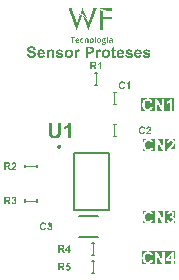
<source format=gto>
G04*
G04 #@! TF.GenerationSoftware,Altium Limited,Altium Designer,23.11.1 (41)*
G04*
G04 Layer_Color=65535*
%FSLAX44Y44*%
%MOMM*%
G71*
G04*
G04 #@! TF.SameCoordinates,663EB88F-05E0-4BFF-A99C-D42E022A2D9A*
G04*
G04*
G04 #@! TF.FilePolarity,Positive*
G04*
G01*
G75*
%ADD10C,0.2540*%
%ADD11C,0.1270*%
%ADD12C,0.1000*%
G36*
X83841Y297407D02*
X83900D01*
Y297347D01*
X83960D01*
Y297287D01*
X84020D01*
Y297228D01*
X84080D01*
Y297108D01*
X84199D01*
Y296989D01*
X84318D01*
Y296929D01*
X84378D01*
Y296869D01*
X84438D01*
Y296810D01*
X84497D01*
Y296750D01*
X84557D01*
Y296690D01*
X84736D01*
Y296631D01*
X84796D01*
Y296571D01*
X84975D01*
Y296511D01*
X85154D01*
Y296452D01*
X85214D01*
Y296392D01*
X85572D01*
Y296332D01*
X85691D01*
Y296273D01*
X86408D01*
Y296213D01*
X86825D01*
Y296153D01*
X94884D01*
Y296093D01*
X94944D01*
Y295974D01*
X94884D01*
Y295914D01*
X94944D01*
Y294004D01*
X94884D01*
Y293944D01*
X92854D01*
Y294004D01*
X92377D01*
Y294064D01*
X91720D01*
Y294123D01*
X91302D01*
Y294183D01*
X90944D01*
Y294243D01*
X90407D01*
Y294303D01*
X90288D01*
Y294362D01*
X89750D01*
Y294422D01*
X89571D01*
Y294482D01*
X89452D01*
Y294541D01*
X89094D01*
Y294601D01*
X88974D01*
Y294661D01*
X88736D01*
Y294720D01*
X88556D01*
Y294780D01*
X88378D01*
Y294840D01*
X88019D01*
Y294900D01*
X87900D01*
Y294959D01*
X87661D01*
Y295019D01*
X87542D01*
Y295079D01*
X87303D01*
Y295138D01*
X87124D01*
Y295198D01*
X87064D01*
Y295258D01*
X86825D01*
Y295317D01*
X86706D01*
Y295377D01*
X86408D01*
Y295437D01*
X86348D01*
Y295497D01*
X86229D01*
Y295556D01*
X86049D01*
Y295616D01*
X85930D01*
Y295676D01*
X85811D01*
Y295735D01*
X85751D01*
Y295795D01*
X85572D01*
Y295855D01*
X85452D01*
Y295914D01*
X85393D01*
Y295974D01*
X85273D01*
Y296034D01*
X85214D01*
Y296093D01*
X85094D01*
Y296153D01*
X85035D01*
Y296213D01*
X84975D01*
Y296273D01*
X84856D01*
Y296332D01*
X84736D01*
Y296392D01*
X84677D01*
Y296452D01*
X84617D01*
Y296511D01*
X84497D01*
Y296631D01*
X84378D01*
Y296690D01*
X84318D01*
Y296810D01*
X84199D01*
Y296929D01*
X84139D01*
Y296989D01*
X84080D01*
Y297048D01*
X84020D01*
Y297108D01*
X83960D01*
Y297168D01*
X83900D01*
Y297287D01*
X83841D01*
Y297347D01*
X83781D01*
Y297466D01*
X83841D01*
Y297407D01*
D02*
G37*
G36*
X84617Y295437D02*
X84677D01*
Y295377D01*
X84796D01*
Y295258D01*
X84856D01*
Y295198D01*
X84915D01*
Y295138D01*
X85035D01*
Y295079D01*
X85094D01*
Y295019D01*
X85154D01*
Y294959D01*
X85214D01*
Y294900D01*
X85273D01*
Y294840D01*
X85393D01*
Y294780D01*
X85452D01*
Y294720D01*
X85512D01*
Y294661D01*
X85632D01*
Y294601D01*
X85691D01*
Y294541D01*
X85811D01*
Y294482D01*
X85870D01*
Y294422D01*
X85930D01*
Y294362D01*
X85990D01*
Y294303D01*
X86049D01*
Y294243D01*
X86169D01*
Y294183D01*
X86229D01*
Y294123D01*
X86408D01*
Y294064D01*
X86467D01*
Y294004D01*
X86527D01*
Y293944D01*
X86706D01*
Y293885D01*
X86825D01*
Y293825D01*
X87004D01*
Y293765D01*
X87064D01*
Y293706D01*
X87124D01*
Y293646D01*
X87243D01*
Y293586D01*
X87363D01*
Y293527D01*
X87482D01*
Y293467D01*
X87542D01*
Y293407D01*
X87661D01*
Y293347D01*
X87781D01*
Y293288D01*
X87840D01*
Y293228D01*
X87960D01*
Y293168D01*
X88019D01*
Y293109D01*
X88139D01*
Y293049D01*
X88198D01*
Y292930D01*
X88139D01*
Y292989D01*
X88019D01*
Y293049D01*
X87960D01*
Y293109D01*
X87781D01*
Y293168D01*
X87721D01*
Y293228D01*
X87482D01*
Y293288D01*
X87422D01*
Y293228D01*
X87303D01*
Y293168D01*
X87243D01*
Y289229D01*
X87303D01*
Y289109D01*
X87363D01*
Y289050D01*
X93690D01*
Y289109D01*
X93869D01*
Y289050D01*
X94168D01*
Y289109D01*
X94466D01*
Y289050D01*
X94884D01*
Y288930D01*
X94944D01*
Y286841D01*
X94884D01*
Y286781D01*
X87422D01*
Y286721D01*
X87363D01*
Y286662D01*
X87243D01*
Y284692D01*
Y284632D01*
Y278066D01*
X87184D01*
Y278006D01*
X86766D01*
Y278066D01*
X84617D01*
Y278305D01*
X84557D01*
Y282722D01*
X84617D01*
Y283438D01*
X84557D01*
Y285707D01*
X84617D01*
Y292094D01*
X84557D01*
Y292273D01*
X84617D01*
Y293288D01*
X84557D01*
Y295497D01*
X84617D01*
Y295437D01*
D02*
G37*
G36*
X88318Y292870D02*
X88258D01*
Y292930D01*
X88318D01*
Y292870D01*
D02*
G37*
G36*
X66768Y291139D02*
X66828D01*
Y291079D01*
X66649D01*
Y291139D01*
X66410D01*
Y291199D01*
X66768D01*
Y291139D01*
D02*
G37*
G36*
X67485Y291019D02*
X67604D01*
Y290960D01*
X67365D01*
Y291019D01*
X67186D01*
Y291079D01*
X67485D01*
Y291019D01*
D02*
G37*
G36*
X70052Y296332D02*
X70111D01*
Y296273D01*
X70171D01*
Y295974D01*
X70231D01*
Y295914D01*
X70290D01*
Y295795D01*
X70350D01*
Y295616D01*
X70410D01*
Y295497D01*
X70469D01*
Y295258D01*
X70529D01*
Y295138D01*
X70589D01*
Y294959D01*
X70648D01*
Y294840D01*
X70708D01*
Y294720D01*
X70768D01*
Y294422D01*
X70828D01*
Y294303D01*
X70887D01*
Y294123D01*
X70947D01*
Y294004D01*
X71007D01*
Y293825D01*
X71066D01*
Y293646D01*
X71126D01*
Y293527D01*
X71186D01*
Y293288D01*
X71245D01*
Y293168D01*
X71305D01*
Y292930D01*
X71365D01*
Y292870D01*
X71424D01*
Y292751D01*
X71484D01*
Y292572D01*
X71544D01*
Y292512D01*
X71604D01*
Y292333D01*
X71663D01*
Y292213D01*
X71723D01*
Y292094D01*
X71783D01*
Y291915D01*
X71842D01*
Y291796D01*
X71902D01*
Y291557D01*
X71962D01*
Y291437D01*
X72021D01*
Y291318D01*
X72081D01*
Y291139D01*
X72141D01*
Y291079D01*
X72200D01*
Y290900D01*
X72260D01*
Y290781D01*
X72320D01*
Y290602D01*
X72380D01*
Y290542D01*
X72439D01*
Y290422D01*
X72499D01*
Y290243D01*
X72559D01*
Y290184D01*
X72618D01*
Y290005D01*
X72678D01*
Y289885D01*
X72738D01*
Y289826D01*
X72797D01*
Y289706D01*
X72857D01*
Y289587D01*
X72917D01*
Y289467D01*
X72977D01*
Y289408D01*
X73036D01*
Y289288D01*
X73096D01*
Y289229D01*
X73156D01*
Y289109D01*
X73215D01*
Y288930D01*
X73275D01*
Y288871D01*
X73335D01*
Y288751D01*
X73394D01*
Y288691D01*
X73454D01*
Y288572D01*
X73514D01*
Y288512D01*
X73573D01*
Y288393D01*
X73633D01*
Y288274D01*
X73693D01*
Y288214D01*
X73753D01*
Y288035D01*
X73872D01*
Y287915D01*
X73932D01*
Y287856D01*
X73991D01*
Y287796D01*
X74051D01*
Y287617D01*
X74111D01*
Y287557D01*
X74170D01*
Y287498D01*
X74230D01*
Y287438D01*
X74290D01*
Y287378D01*
X74349D01*
Y287259D01*
X74469D01*
Y287139D01*
X74529D01*
Y287080D01*
X74588D01*
Y286960D01*
X74529D01*
Y287080D01*
X74349D01*
Y287199D01*
X74230D01*
Y287259D01*
X74170D01*
Y287318D01*
X74111D01*
Y287378D01*
X74051D01*
Y287498D01*
X73991D01*
Y287557D01*
X73932D01*
Y287617D01*
X73872D01*
Y287736D01*
X73812D01*
Y287796D01*
X73753D01*
Y287856D01*
X73693D01*
Y287915D01*
X73633D01*
Y288035D01*
X73573D01*
Y288095D01*
X73514D01*
Y288154D01*
X73454D01*
Y288274D01*
X73394D01*
Y288333D01*
X73335D01*
Y288393D01*
X73275D01*
Y288453D01*
X73215D01*
Y288512D01*
X73156D01*
Y288572D01*
X73096D01*
Y288632D01*
X73036D01*
Y288691D01*
X72977D01*
Y288751D01*
X72917D01*
Y288811D01*
X72857D01*
Y288871D01*
X72797D01*
Y288930D01*
X72738D01*
Y288990D01*
X72678D01*
Y289050D01*
X72618D01*
Y289109D01*
X72559D01*
Y289169D01*
X72499D01*
Y289229D01*
X72439D01*
Y289288D01*
X72380D01*
Y289348D01*
X72320D01*
Y289408D01*
X72260D01*
Y289467D01*
X72200D01*
Y289527D01*
X72141D01*
Y289587D01*
X72081D01*
Y289646D01*
X72021D01*
Y289706D01*
X71962D01*
Y289766D01*
X71902D01*
Y289826D01*
X71783D01*
Y289885D01*
X71723D01*
Y289945D01*
X71604D01*
Y290005D01*
X71544D01*
Y290064D01*
X71484D01*
Y290124D01*
X71424D01*
Y290184D01*
X71365D01*
Y290243D01*
X71245D01*
Y290303D01*
X71186D01*
Y290363D01*
X71066D01*
Y290422D01*
X71007D01*
Y290482D01*
X70947D01*
Y290542D01*
X70887D01*
Y290602D01*
X70828D01*
Y290661D01*
X70708D01*
Y290721D01*
X70648D01*
Y290781D01*
X70589D01*
Y290840D01*
X70469D01*
Y290900D01*
X70410D01*
Y290960D01*
X70231D01*
Y291019D01*
X70171D01*
Y291079D01*
X70052D01*
Y291139D01*
X69992D01*
Y291199D01*
X69872D01*
Y291258D01*
X69753D01*
Y291318D01*
X69693D01*
Y291378D01*
X69514D01*
Y291437D01*
X69395D01*
Y291497D01*
X69335D01*
Y291557D01*
X69216D01*
Y291616D01*
X69156D01*
Y291676D01*
X68977D01*
Y291736D01*
X68917D01*
Y291796D01*
X68858D01*
Y291855D01*
X68738D01*
Y291975D01*
X68679D01*
Y292034D01*
X68619D01*
Y292154D01*
X68559D01*
Y292213D01*
X68619D01*
Y292333D01*
X68559D01*
Y292452D01*
X68619D01*
Y292930D01*
X68679D01*
Y292989D01*
X68738D01*
Y293288D01*
X68798D01*
Y293407D01*
X68858D01*
Y293527D01*
X68917D01*
Y293706D01*
X68977D01*
Y293765D01*
X69037D01*
Y294004D01*
X69096D01*
Y294064D01*
X69156D01*
Y294303D01*
X69216D01*
Y294422D01*
X69276D01*
Y294541D01*
X69335D01*
Y294780D01*
X69395D01*
Y294900D01*
X69455D01*
Y295198D01*
X69514D01*
Y295258D01*
X69574D01*
Y295437D01*
X69634D01*
Y295616D01*
X69693D01*
Y295735D01*
X69753D01*
Y295974D01*
X69813D01*
Y296093D01*
X69872D01*
Y296332D01*
X69932D01*
Y296511D01*
X70052D01*
Y296332D01*
D02*
G37*
G36*
X81931Y295974D02*
X81871D01*
Y295855D01*
X81811D01*
Y295735D01*
X81751D01*
Y295497D01*
X81692D01*
Y295437D01*
X81632D01*
Y295198D01*
X81572D01*
Y295138D01*
X81513D01*
Y294900D01*
X81453D01*
Y294840D01*
Y294780D01*
X81393D01*
Y294601D01*
X81334D01*
Y294362D01*
X81274D01*
Y294303D01*
X81214D01*
Y294064D01*
X81154D01*
Y293944D01*
X81095D01*
Y293825D01*
X81035D01*
Y293706D01*
X80976D01*
Y293586D01*
X80916D01*
Y293288D01*
X80856D01*
Y293228D01*
X80796D01*
Y292989D01*
X80737D01*
Y292870D01*
X80677D01*
Y292691D01*
X80617D01*
Y292512D01*
X80558D01*
Y292452D01*
X80498D01*
Y292213D01*
X80438D01*
Y292094D01*
X80379D01*
Y291855D01*
X80319D01*
Y291736D01*
X80259D01*
Y291557D01*
X80199D01*
Y291318D01*
X80140D01*
Y291258D01*
X80080D01*
Y291019D01*
X80020D01*
Y290900D01*
X79961D01*
Y290781D01*
X79901D01*
Y290602D01*
X79841D01*
Y290422D01*
X79782D01*
Y290303D01*
X79722D01*
Y290184D01*
X79662D01*
Y290005D01*
X79602D01*
Y289826D01*
X79543D01*
Y289706D01*
X79483D01*
Y289527D01*
X79423D01*
Y289408D01*
X79364D01*
Y289169D01*
X79304D01*
Y289050D01*
X79244D01*
Y288871D01*
X79185D01*
Y288691D01*
X79125D01*
Y288572D01*
X79065D01*
Y288333D01*
X79006D01*
Y288214D01*
X78946D01*
Y288035D01*
X78886D01*
Y287856D01*
X78826D01*
Y287736D01*
X78767D01*
Y287557D01*
X78707D01*
Y287438D01*
X78647D01*
Y287139D01*
X78588D01*
Y287080D01*
X78528D01*
Y286960D01*
X78468D01*
Y286781D01*
X78409D01*
Y286662D01*
X78349D01*
Y286483D01*
X78289D01*
Y286363D01*
X78230D01*
Y286184D01*
X78170D01*
Y286005D01*
X78110D01*
Y285886D01*
X78050D01*
Y285647D01*
X77991D01*
Y285587D01*
X77931D01*
Y285349D01*
X77871D01*
Y285170D01*
X77812D01*
Y285110D01*
X77752D01*
Y284811D01*
X77692D01*
Y284692D01*
X77633D01*
Y284453D01*
X77573D01*
Y284334D01*
X77513D01*
Y284155D01*
X77454D01*
Y284035D01*
X77394D01*
Y283916D01*
X77334D01*
Y283677D01*
X77274D01*
Y283558D01*
X77215D01*
Y283379D01*
X77155D01*
Y283259D01*
X77095D01*
Y283140D01*
X77036D01*
Y282961D01*
X76976D01*
Y282841D01*
X76916D01*
Y282662D01*
X76857D01*
Y282543D01*
X76797D01*
Y282304D01*
X76737D01*
Y282125D01*
X76677D01*
Y282006D01*
X76618D01*
Y281767D01*
X76558D01*
Y281648D01*
X76498D01*
Y281469D01*
X76439D01*
Y281349D01*
X76379D01*
Y281170D01*
X76319D01*
Y280991D01*
X76260D01*
Y280872D01*
X76200D01*
Y280573D01*
X76140D01*
Y280513D01*
X76081D01*
Y280275D01*
X76021D01*
Y280096D01*
X75961D01*
Y279976D01*
X75901D01*
Y279797D01*
X75842D01*
Y279678D01*
X75782D01*
Y279499D01*
X75722D01*
Y279319D01*
X75663D01*
Y279200D01*
X75603D01*
Y279081D01*
X75543D01*
Y278961D01*
X75484D01*
Y278723D01*
X75424D01*
Y278603D01*
X75364D01*
Y278484D01*
X75305D01*
Y278305D01*
X75245D01*
Y278126D01*
X75185D01*
Y277887D01*
X75125D01*
Y277768D01*
X75006D01*
Y278006D01*
X74946D01*
Y278126D01*
X74887D01*
Y278364D01*
X74827D01*
Y278424D01*
X74767D01*
Y278663D01*
X74708D01*
Y278782D01*
X74648D01*
Y278961D01*
X74588D01*
Y279140D01*
X74529D01*
Y279200D01*
X74469D01*
Y279379D01*
X74409D01*
Y279439D01*
X74349D01*
Y279618D01*
X74290D01*
Y279797D01*
X74230D01*
Y279916D01*
X74170D01*
Y280155D01*
X74111D01*
Y280215D01*
X74051D01*
Y280454D01*
X73991D01*
Y280573D01*
X73932D01*
Y280633D01*
X73872D01*
Y280931D01*
X73812D01*
Y280991D01*
X73753D01*
Y281230D01*
X73693D01*
Y281349D01*
X73633D01*
Y281588D01*
X73573D01*
Y281707D01*
X73514D01*
Y281827D01*
X73454D01*
Y282065D01*
X73394D01*
Y282125D01*
X73335D01*
Y282424D01*
X73275D01*
Y282483D01*
X73215D01*
Y282603D01*
X73156D01*
Y282782D01*
X73096D01*
Y282841D01*
X73036D01*
Y283080D01*
X72977D01*
Y283140D01*
X72917D01*
Y283379D01*
X72857D01*
Y283498D01*
X72797D01*
Y283617D01*
X72738D01*
Y283856D01*
X72678D01*
Y283976D01*
X72618D01*
Y284274D01*
X72559D01*
Y284334D01*
X72499D01*
Y284453D01*
X72439D01*
Y284632D01*
X72380D01*
Y284692D01*
X72320D01*
Y284931D01*
X72260D01*
Y285050D01*
X72200D01*
Y285229D01*
X72141D01*
Y285408D01*
X72081D01*
Y285528D01*
X72021D01*
Y285766D01*
X71962D01*
Y285826D01*
X71902D01*
Y286065D01*
X71842D01*
Y286184D01*
X71783D01*
Y286363D01*
X71723D01*
Y286542D01*
X71663D01*
Y286602D01*
X71604D01*
Y286781D01*
X71544D01*
Y286841D01*
X71484D01*
Y287020D01*
X71424D01*
Y287199D01*
X71365D01*
Y287318D01*
X71305D01*
Y287557D01*
X71245D01*
Y287617D01*
X71186D01*
Y287856D01*
X71126D01*
Y287975D01*
X71066D01*
Y288154D01*
X71007D01*
Y288333D01*
X70947D01*
Y288453D01*
X70887D01*
Y288632D01*
X70828D01*
Y288751D01*
X70768D01*
Y288930D01*
X70708D01*
Y289050D01*
X70648D01*
Y289229D01*
X70589D01*
Y289467D01*
X70529D01*
Y289527D01*
X70469D01*
Y289706D01*
X70410D01*
Y289766D01*
X70350D01*
Y289885D01*
X70410D01*
Y289826D01*
X70529D01*
Y289766D01*
X70589D01*
Y289706D01*
X70708D01*
Y289646D01*
X70828D01*
Y289527D01*
X71007D01*
Y289467D01*
X71066D01*
Y289408D01*
X71126D01*
Y289348D01*
X71245D01*
Y289288D01*
X71305D01*
Y289229D01*
X71365D01*
Y289169D01*
X71424D01*
Y289109D01*
X71544D01*
Y289050D01*
X71604D01*
Y288990D01*
X71723D01*
Y288930D01*
X71783D01*
Y288871D01*
X71842D01*
Y288811D01*
X71902D01*
Y288751D01*
X71962D01*
Y288691D01*
X72081D01*
Y288632D01*
X72141D01*
Y288572D01*
X72200D01*
Y288512D01*
X72260D01*
Y288453D01*
X72320D01*
Y288393D01*
X72380D01*
Y288333D01*
X72439D01*
Y288274D01*
X72499D01*
Y288214D01*
X72559D01*
Y288154D01*
X72618D01*
Y288095D01*
X72678D01*
Y288035D01*
X72738D01*
Y287975D01*
X72797D01*
Y287915D01*
X72857D01*
Y287856D01*
X72917D01*
Y287796D01*
X72977D01*
Y287736D01*
X73036D01*
Y287617D01*
X73096D01*
Y287557D01*
X73156D01*
Y287498D01*
X73215D01*
Y287378D01*
X73275D01*
Y287318D01*
X73335D01*
Y287199D01*
X73394D01*
Y287139D01*
X73454D01*
Y287020D01*
X73514D01*
Y286960D01*
X73573D01*
Y286841D01*
X73633D01*
Y286721D01*
X73693D01*
Y286662D01*
X73753D01*
Y286423D01*
X73812D01*
Y286304D01*
X73872D01*
Y286244D01*
X73932D01*
Y286065D01*
X73991D01*
Y285945D01*
X74051D01*
Y285766D01*
X74111D01*
Y285707D01*
X74170D01*
Y285468D01*
X74230D01*
Y285408D01*
X74290D01*
Y285289D01*
X74349D01*
Y285050D01*
X74409D01*
Y284931D01*
X74469D01*
Y284692D01*
X74529D01*
Y284513D01*
X74588D01*
Y284334D01*
X74648D01*
Y284155D01*
X74708D01*
Y284095D01*
X75006D01*
Y284155D01*
X75066D01*
Y284214D01*
X75125D01*
Y284274D01*
X75185D01*
Y284513D01*
X75245D01*
Y284632D01*
X75305D01*
Y284811D01*
X75364D01*
Y285050D01*
X75424D01*
Y285170D01*
X75484D01*
Y285408D01*
X75543D01*
Y285468D01*
X75603D01*
Y285766D01*
X75663D01*
Y285826D01*
X75722D01*
Y286005D01*
X75782D01*
Y286184D01*
X75842D01*
Y286304D01*
X75901D01*
Y286483D01*
X75961D01*
Y286602D01*
X76021D01*
Y286841D01*
X76081D01*
Y286960D01*
X76140D01*
Y287020D01*
X76200D01*
Y287318D01*
X76260D01*
Y287378D01*
X76319D01*
Y287736D01*
X76379D01*
Y287856D01*
X76439D01*
Y288035D01*
X76498D01*
Y288214D01*
X76558D01*
Y288274D01*
X76618D01*
Y288572D01*
X76677D01*
Y288691D01*
X76737D01*
Y288871D01*
X76797D01*
Y289050D01*
X76857D01*
Y289229D01*
X76916D01*
Y289467D01*
X76976D01*
Y289527D01*
X77036D01*
Y289766D01*
X77095D01*
Y289885D01*
X77155D01*
Y290064D01*
X77215D01*
Y290243D01*
X77274D01*
Y290363D01*
X77334D01*
Y290542D01*
X77394D01*
Y290661D01*
X77454D01*
Y290900D01*
X77513D01*
Y291079D01*
X77573D01*
Y291199D01*
X77633D01*
Y291378D01*
X77692D01*
Y291497D01*
X77752D01*
Y291736D01*
X77812D01*
Y291915D01*
X77871D01*
Y292094D01*
X77931D01*
Y292213D01*
X77991D01*
Y292333D01*
X78050D01*
Y292631D01*
X78110D01*
Y292691D01*
X78170D01*
Y292930D01*
X78230D01*
Y293049D01*
X78289D01*
Y293168D01*
X78349D01*
Y293527D01*
X78409D01*
Y293586D01*
X78468D01*
Y293825D01*
X78528D01*
Y293885D01*
X78588D01*
Y294123D01*
X78647D01*
Y294243D01*
X78707D01*
Y294303D01*
X78767D01*
Y294601D01*
X78826D01*
Y294720D01*
X78886D01*
Y294900D01*
X78946D01*
Y295079D01*
X79006D01*
Y295198D01*
X79065D01*
Y295437D01*
X79125D01*
Y295497D01*
X79185D01*
Y295795D01*
X79244D01*
Y295855D01*
X79304D01*
Y296093D01*
X79364D01*
Y296153D01*
X81931D01*
Y295974D01*
D02*
G37*
G36*
X60739Y296093D02*
X60799D01*
Y296034D01*
X60859D01*
Y295795D01*
X60918D01*
Y295616D01*
X60978D01*
Y295497D01*
X61038D01*
Y295258D01*
X61098D01*
Y295198D01*
X61157D01*
Y294959D01*
X61217D01*
Y294840D01*
X61277D01*
Y294661D01*
X61336D01*
Y294422D01*
X61396D01*
Y294362D01*
X61456D01*
Y294064D01*
X61515D01*
Y294004D01*
X61575D01*
Y293825D01*
X61635D01*
Y293646D01*
X61694D01*
Y293527D01*
X61754D01*
Y293288D01*
X61814D01*
Y293168D01*
X61874D01*
Y292930D01*
X61933D01*
Y292870D01*
X61993D01*
Y292751D01*
X62053D01*
Y292572D01*
X62112D01*
Y292452D01*
X62172D01*
Y292213D01*
X62232D01*
Y292094D01*
X62291D01*
Y291855D01*
X62351D01*
Y291736D01*
X62411D01*
Y291616D01*
X62470D01*
Y291318D01*
X62530D01*
Y291258D01*
X62590D01*
Y290960D01*
X62650D01*
Y290900D01*
X62709D01*
Y290721D01*
X62769D01*
Y290542D01*
X62829D01*
Y290363D01*
X62888D01*
Y290124D01*
X62948D01*
Y290064D01*
X63008D01*
Y289826D01*
X63067D01*
Y289766D01*
X63127D01*
Y289587D01*
X63187D01*
Y289348D01*
X63246D01*
Y289288D01*
X63306D01*
Y289050D01*
X63366D01*
Y288930D01*
X63426D01*
Y288811D01*
X63485D01*
Y288632D01*
X63545D01*
Y288512D01*
X63605D01*
Y288214D01*
X63664D01*
Y288154D01*
X63724D01*
Y287856D01*
X63784D01*
Y287736D01*
X63843D01*
Y287617D01*
X63903D01*
Y287378D01*
X63963D01*
Y287318D01*
X64022D01*
Y287080D01*
X64082D01*
Y286960D01*
X64142D01*
Y286781D01*
X64202D01*
Y286602D01*
X64261D01*
Y286483D01*
X64321D01*
Y286184D01*
X64381D01*
Y286065D01*
X64440D01*
Y285886D01*
X64500D01*
Y285707D01*
X64560D01*
Y285587D01*
X64619D01*
Y285349D01*
X64679D01*
Y285229D01*
X64739D01*
Y285050D01*
X64798D01*
Y284990D01*
X64858D01*
Y284811D01*
X64918D01*
Y284632D01*
X64978D01*
Y284453D01*
X65037D01*
Y284274D01*
X65097D01*
Y284155D01*
X65157D01*
Y284095D01*
X65455D01*
Y284155D01*
X65515D01*
Y284214D01*
X65575D01*
Y284334D01*
X65634D01*
Y284453D01*
X65694D01*
Y284573D01*
X65754D01*
Y284811D01*
X65813D01*
Y284931D01*
X65873D01*
Y285229D01*
X65933D01*
Y285408D01*
X65992D01*
Y285528D01*
X66052D01*
Y285766D01*
X66112D01*
Y285886D01*
X66171D01*
Y286005D01*
X66231D01*
Y286125D01*
X66291D01*
Y286363D01*
X66351D01*
Y286542D01*
X66410D01*
Y286662D01*
X66470D01*
Y286841D01*
X66530D01*
Y286960D01*
X66589D01*
Y287199D01*
X66649D01*
Y287318D01*
X66709D01*
Y287557D01*
X66768D01*
Y287677D01*
X66828D01*
Y287856D01*
X66888D01*
Y288095D01*
X66947D01*
Y288274D01*
X67007D01*
Y288453D01*
X67067D01*
Y288572D01*
X67127D01*
Y288751D01*
X67186D01*
Y288990D01*
X67246D01*
Y289109D01*
X67306D01*
Y289348D01*
X67365D01*
Y289467D01*
X67425D01*
Y289706D01*
X67485D01*
Y289826D01*
X67544D01*
Y289945D01*
X67604D01*
Y290184D01*
X67664D01*
Y290243D01*
X67723D01*
Y290422D01*
X67783D01*
Y290781D01*
X67723D01*
Y290900D01*
X67664D01*
Y290960D01*
X67962D01*
Y290900D01*
X68082D01*
Y290840D01*
X68261D01*
Y290781D01*
X68440D01*
Y290721D01*
X68559D01*
Y290661D01*
X68798D01*
Y290602D01*
X68917D01*
Y290542D01*
X69096D01*
Y290482D01*
X69216D01*
Y290422D01*
X69335D01*
Y290363D01*
X69455D01*
Y290303D01*
X69514D01*
Y290243D01*
X69693D01*
Y290184D01*
X69753D01*
Y290064D01*
X69693D01*
Y289945D01*
X69634D01*
Y289766D01*
X69574D01*
Y289646D01*
X69514D01*
Y289527D01*
X69455D01*
Y289288D01*
X69395D01*
Y289169D01*
X69335D01*
Y288990D01*
X69276D01*
Y288871D01*
X69216D01*
Y288632D01*
X69156D01*
Y288453D01*
X69096D01*
Y288393D01*
X69037D01*
Y288154D01*
X68977D01*
Y288035D01*
X68917D01*
Y287856D01*
X68858D01*
Y287677D01*
X68798D01*
Y287617D01*
X68738D01*
Y287438D01*
X68679D01*
Y287378D01*
X68619D01*
Y287139D01*
X68559D01*
Y287020D01*
X68499D01*
Y286841D01*
X68440D01*
Y286721D01*
X68380D01*
Y286602D01*
X68320D01*
Y286363D01*
X68261D01*
Y286184D01*
X68201D01*
Y286005D01*
X68141D01*
Y285886D01*
X68082D01*
Y285707D01*
X68022D01*
Y285528D01*
X67962D01*
Y285468D01*
X67903D01*
Y285229D01*
X67843D01*
Y285050D01*
X67783D01*
Y284931D01*
X67723D01*
Y284752D01*
Y284692D01*
X67664D01*
Y284573D01*
X67604D01*
Y284394D01*
X67544D01*
Y284334D01*
X67485D01*
Y284155D01*
X67425D01*
Y284035D01*
X67365D01*
Y283976D01*
X67306D01*
Y283677D01*
X67246D01*
Y283558D01*
X67186D01*
Y283379D01*
X67127D01*
Y283259D01*
X67067D01*
Y283080D01*
X67007D01*
Y282961D01*
X66947D01*
Y282841D01*
X66888D01*
Y282603D01*
X66828D01*
Y282483D01*
X66768D01*
Y282244D01*
X66709D01*
Y282125D01*
X66649D01*
Y282006D01*
X66589D01*
Y281707D01*
X66530D01*
Y281648D01*
X66470D01*
Y281409D01*
X66410D01*
Y281289D01*
X66351D01*
Y281110D01*
X66291D01*
Y280931D01*
X66231D01*
Y280872D01*
X66171D01*
Y280633D01*
X66112D01*
Y280573D01*
X66052D01*
Y280394D01*
X65992D01*
Y280275D01*
X65933D01*
Y280155D01*
X65873D01*
Y279976D01*
X65813D01*
Y279797D01*
X65754D01*
Y279558D01*
X65694D01*
Y279499D01*
X65634D01*
Y279260D01*
X65575D01*
Y279081D01*
X65515D01*
Y279021D01*
X65455D01*
Y278782D01*
X65395D01*
Y278663D01*
X65336D01*
Y278543D01*
X65276D01*
Y278364D01*
X65216D01*
Y278185D01*
X65157D01*
Y278006D01*
X65097D01*
Y277827D01*
X65037D01*
Y277708D01*
X64978D01*
Y277768D01*
X64918D01*
Y277947D01*
X64858D01*
Y278245D01*
X64798D01*
Y278305D01*
X64739D01*
Y278543D01*
X64679D01*
Y278663D01*
X64619D01*
Y278842D01*
X64560D01*
Y279021D01*
X64500D01*
Y279140D01*
X64440D01*
Y279379D01*
X64381D01*
Y279499D01*
X64321D01*
Y279678D01*
X64261D01*
Y279857D01*
X64202D01*
Y279976D01*
X64142D01*
Y280215D01*
X64082D01*
Y280275D01*
X64022D01*
Y280573D01*
X63963D01*
Y280693D01*
X63903D01*
Y280872D01*
X63843D01*
Y281051D01*
X63784D01*
Y281170D01*
X63724D01*
Y281409D01*
X63664D01*
Y281528D01*
X63605D01*
Y281707D01*
X63545D01*
Y281767D01*
X63485D01*
Y281886D01*
X63426D01*
Y282065D01*
X63366D01*
Y282185D01*
X63306D01*
Y282424D01*
X63246D01*
Y282543D01*
X63187D01*
Y282782D01*
X63127D01*
Y282901D01*
X63067D01*
Y283020D01*
X63008D01*
Y283259D01*
X62948D01*
Y283379D01*
X62888D01*
Y283617D01*
X62829D01*
Y283797D01*
X62769D01*
Y283856D01*
X62709D01*
Y284155D01*
X62650D01*
Y284214D01*
X62590D01*
Y284453D01*
X62530D01*
Y284573D01*
X62470D01*
Y284692D01*
X62411D01*
Y284931D01*
X62351D01*
Y285050D01*
X62291D01*
Y285289D01*
X62232D01*
Y285408D01*
X62172D01*
Y285587D01*
X62112D01*
Y285707D01*
X62053D01*
Y285826D01*
X61993D01*
Y285945D01*
X61933D01*
Y286065D01*
X61874D01*
Y286304D01*
X61814D01*
Y286423D01*
X61754D01*
Y286542D01*
X61694D01*
Y286841D01*
X61635D01*
Y286901D01*
X61575D01*
Y287139D01*
X61515D01*
Y287259D01*
X61456D01*
Y287438D01*
X61396D01*
Y287617D01*
X61336D01*
Y287736D01*
X61277D01*
Y287975D01*
X61217D01*
Y288035D01*
X61157D01*
Y288333D01*
X61098D01*
Y288453D01*
X61038D01*
Y288572D01*
X60978D01*
Y288751D01*
X60918D01*
Y288871D01*
X60859D01*
Y289109D01*
X60799D01*
Y289169D01*
X60739D01*
Y289408D01*
X60680D01*
Y289467D01*
X60620D01*
Y289587D01*
X60560D01*
Y289885D01*
X60501D01*
Y289945D01*
X60441D01*
Y290124D01*
X60381D01*
Y290303D01*
X60321D01*
Y290422D01*
X60262D01*
Y290661D01*
X60202D01*
Y290781D01*
X60142D01*
Y291019D01*
X60083D01*
Y291139D01*
X60023D01*
Y291318D01*
X59963D01*
Y291437D01*
X59904D01*
Y291557D01*
X59844D01*
Y291855D01*
X59784D01*
Y291915D01*
X59725D01*
Y292154D01*
X59665D01*
Y292333D01*
X59605D01*
Y292452D01*
X59545D01*
Y292631D01*
X59486D01*
Y292751D01*
X59426D01*
Y292930D01*
X59366D01*
Y292989D01*
X59307D01*
Y293228D01*
X59247D01*
Y293347D01*
X59187D01*
Y293467D01*
X59128D01*
Y293706D01*
X59068D01*
Y293765D01*
X59008D01*
Y294004D01*
X58949D01*
Y294123D01*
X58889D01*
Y294303D01*
X58829D01*
Y294482D01*
X58769D01*
Y294601D01*
X58710D01*
Y294900D01*
X58650D01*
Y294959D01*
X58590D01*
Y295138D01*
X58531D01*
Y295317D01*
X58471D01*
Y295497D01*
X58411D01*
Y295676D01*
X58352D01*
Y295795D01*
X58292D01*
Y295974D01*
X58232D01*
Y296153D01*
X60739D01*
Y296093D01*
D02*
G37*
G36*
X81274Y272097D02*
X81393D01*
Y271977D01*
Y271917D01*
Y267082D01*
X80498D01*
Y267142D01*
X80438D01*
Y272097D01*
X80856D01*
Y272156D01*
X81095D01*
Y272097D01*
X81214D01*
Y272156D01*
X81274D01*
Y272097D01*
D02*
G37*
G36*
X63426Y271798D02*
X63485D01*
Y271082D01*
X62291D01*
Y271022D01*
X62232D01*
Y267142D01*
X62172D01*
Y267082D01*
X61277D01*
Y267142D01*
X61217D01*
Y271022D01*
X61157D01*
Y271082D01*
X59963D01*
Y271798D01*
X60023D01*
Y271858D01*
X60142D01*
Y271798D01*
X60262D01*
Y271858D01*
X63246D01*
Y271798D01*
X63306D01*
Y271858D01*
X63426D01*
Y271798D01*
D02*
G37*
G36*
X91422Y271977D02*
X91482D01*
Y271917D01*
X91541D01*
Y271559D01*
Y271500D01*
Y271440D01*
X91482D01*
Y271380D01*
X91422D01*
Y271321D01*
X91362D01*
Y271261D01*
X90705D01*
Y271321D01*
X90646D01*
Y271380D01*
X90586D01*
Y271977D01*
X90646D01*
Y272037D01*
X90705D01*
Y272097D01*
X91422D01*
Y271977D01*
D02*
G37*
G36*
X73991Y270724D02*
X74230D01*
Y270664D01*
X74529D01*
Y270604D01*
X74588D01*
Y270545D01*
X74708D01*
Y270485D01*
X74767D01*
Y270425D01*
X74827D01*
Y270366D01*
X74887D01*
Y270306D01*
X74946D01*
Y270127D01*
X75006D01*
Y269948D01*
X75066D01*
Y269828D01*
X75125D01*
Y267142D01*
X75066D01*
Y267082D01*
X74170D01*
Y269351D01*
X74111D01*
Y269709D01*
X74051D01*
Y269769D01*
X73991D01*
Y269888D01*
X73932D01*
Y269948D01*
X73753D01*
Y270007D01*
X73275D01*
Y269948D01*
X73156D01*
Y269888D01*
X73036D01*
Y269828D01*
X72977D01*
Y269769D01*
X72917D01*
Y269709D01*
X72857D01*
Y269649D01*
X72797D01*
Y269410D01*
X72738D01*
Y269291D01*
X72678D01*
Y267082D01*
X71842D01*
Y267202D01*
X71783D01*
Y267321D01*
X71842D01*
Y267381D01*
X71783D01*
Y267560D01*
X71842D01*
Y268037D01*
Y268097D01*
Y268993D01*
X71783D01*
Y270366D01*
X71842D01*
Y270485D01*
X71783D01*
Y270604D01*
X71842D01*
Y270664D01*
X72499D01*
Y270485D01*
X72559D01*
Y270306D01*
X72618D01*
Y270246D01*
X72678D01*
Y270306D01*
X72797D01*
Y270366D01*
X72857D01*
Y270485D01*
X72977D01*
Y270545D01*
X73096D01*
Y270604D01*
X73156D01*
Y270664D01*
X73454D01*
Y270724D01*
X73753D01*
Y270783D01*
X73991D01*
Y270724D01*
D02*
G37*
G36*
X69992D02*
X70350D01*
Y270664D01*
X70708D01*
Y270604D01*
X70828D01*
Y270545D01*
X70887D01*
Y270366D01*
X70828D01*
Y270127D01*
X70768D01*
Y270007D01*
X70708D01*
Y269888D01*
X70648D01*
Y269828D01*
X70469D01*
Y269888D01*
X70410D01*
Y269948D01*
X70111D01*
Y270007D01*
X69574D01*
Y269948D01*
X69455D01*
Y269888D01*
X69395D01*
Y269828D01*
X69276D01*
Y269769D01*
X69216D01*
Y269649D01*
X69156D01*
Y269590D01*
X69096D01*
Y269291D01*
X69037D01*
Y268993D01*
X68977D01*
Y268694D01*
X69037D01*
Y268455D01*
X69096D01*
Y268157D01*
X69156D01*
Y268097D01*
X69216D01*
Y267978D01*
X69276D01*
Y267918D01*
X69335D01*
Y267858D01*
X69395D01*
Y267799D01*
X69634D01*
Y267739D01*
X70052D01*
Y267799D01*
X70469D01*
Y267858D01*
X70589D01*
Y267918D01*
X70708D01*
Y267978D01*
X70768D01*
Y267918D01*
X70828D01*
Y267262D01*
X70768D01*
Y267202D01*
X70708D01*
Y267142D01*
X70589D01*
Y267082D01*
X70350D01*
Y267023D01*
X70171D01*
Y266963D01*
X69395D01*
Y267023D01*
X69216D01*
Y267082D01*
X68977D01*
Y267142D01*
X68798D01*
Y267202D01*
X68738D01*
Y267262D01*
X68619D01*
Y267321D01*
X68559D01*
Y267381D01*
X68499D01*
Y267440D01*
X68440D01*
Y267500D01*
X68380D01*
Y267620D01*
X68320D01*
Y267679D01*
X68261D01*
Y267918D01*
X68201D01*
Y267978D01*
X68141D01*
Y268276D01*
X68082D01*
Y269410D01*
X68141D01*
Y269709D01*
X68201D01*
Y269769D01*
X68261D01*
Y269948D01*
X68320D01*
Y270007D01*
X68380D01*
Y270186D01*
X68440D01*
Y270246D01*
X68499D01*
Y270306D01*
X68559D01*
Y270366D01*
X68619D01*
Y270425D01*
X68679D01*
Y270485D01*
X68738D01*
Y270545D01*
X68977D01*
Y270604D01*
X69037D01*
Y270664D01*
X69335D01*
Y270724D01*
X69693D01*
Y270783D01*
X69992D01*
Y270724D01*
D02*
G37*
G36*
X65873D02*
X66231D01*
Y270664D01*
X66530D01*
Y270604D01*
X66589D01*
Y270545D01*
X66709D01*
Y270485D01*
X66828D01*
Y270425D01*
X66888D01*
Y270366D01*
X66947D01*
Y270246D01*
X67067D01*
Y270067D01*
X67127D01*
Y269948D01*
X67186D01*
Y269888D01*
X67246D01*
Y269590D01*
X67306D01*
Y269410D01*
X67365D01*
Y268694D01*
X67067D01*
Y268634D01*
X66768D01*
Y268694D01*
X65157D01*
Y268634D01*
X65037D01*
Y268575D01*
X64978D01*
Y268396D01*
X65037D01*
Y268217D01*
X65097D01*
Y268097D01*
X65157D01*
Y267978D01*
X65216D01*
Y267918D01*
X65276D01*
Y267858D01*
X65336D01*
Y267799D01*
X65515D01*
Y267739D01*
X65575D01*
Y267679D01*
X66530D01*
Y267739D01*
X66649D01*
Y267799D01*
X66947D01*
Y267858D01*
X67127D01*
Y267262D01*
X67067D01*
Y267142D01*
X66828D01*
Y267082D01*
X66589D01*
Y267023D01*
X66410D01*
Y266963D01*
X65515D01*
Y267023D01*
X65336D01*
Y267082D01*
X65097D01*
Y267142D01*
X64918D01*
Y267202D01*
X64858D01*
Y267262D01*
X64679D01*
Y267321D01*
X64619D01*
Y267381D01*
X64560D01*
Y267440D01*
X64500D01*
Y267560D01*
X64440D01*
Y267620D01*
X64381D01*
Y267679D01*
X64321D01*
Y267739D01*
X64261D01*
Y267918D01*
X64202D01*
Y268037D01*
X64142D01*
Y268157D01*
X64082D01*
Y268813D01*
X64022D01*
Y268993D01*
X64082D01*
Y269590D01*
X64142D01*
Y269709D01*
X64202D01*
Y269828D01*
X64261D01*
Y270007D01*
X64321D01*
Y270067D01*
X64381D01*
Y270186D01*
X64440D01*
Y270246D01*
X64500D01*
Y270306D01*
X64560D01*
Y270366D01*
X64619D01*
Y270425D01*
X64679D01*
Y270485D01*
X64739D01*
Y270545D01*
X64918D01*
Y270604D01*
X64978D01*
Y270664D01*
X65276D01*
Y270724D01*
X65575D01*
Y270783D01*
X65873D01*
Y270724D01*
D02*
G37*
G36*
X94406D02*
X94645D01*
Y270664D01*
X95003D01*
Y270604D01*
X95063D01*
Y270545D01*
X95242D01*
Y270485D01*
X95302D01*
Y270425D01*
X95362D01*
Y270366D01*
X95421D01*
Y270246D01*
X95481D01*
Y270127D01*
X95541D01*
Y270007D01*
X95600D01*
Y267978D01*
X95660D01*
Y267918D01*
X95600D01*
Y267262D01*
X95660D01*
Y267202D01*
X95600D01*
Y267082D01*
X95003D01*
Y267142D01*
X94944D01*
Y267202D01*
X94884D01*
Y267500D01*
X94645D01*
Y267440D01*
X94586D01*
Y267321D01*
X94526D01*
Y267262D01*
X94406D01*
Y267202D01*
X94347D01*
Y267142D01*
X94227D01*
Y267082D01*
X94048D01*
Y267023D01*
X93869D01*
Y266963D01*
X93213D01*
Y267023D01*
X93093D01*
Y267082D01*
X92914D01*
Y267142D01*
X92854D01*
Y267202D01*
X92795D01*
Y267262D01*
X92735D01*
Y267321D01*
X92675D01*
Y267381D01*
X92616D01*
Y267500D01*
X92556D01*
Y267620D01*
X92496D01*
Y267739D01*
X92437D01*
Y268455D01*
X92496D01*
Y268575D01*
X92556D01*
Y268694D01*
X92616D01*
Y268813D01*
X92675D01*
Y268873D01*
X92735D01*
Y268933D01*
X92795D01*
Y268993D01*
X92914D01*
Y269052D01*
X92974D01*
Y269112D01*
X93213D01*
Y269172D01*
X93332D01*
Y269231D01*
X94287D01*
Y269291D01*
X94645D01*
Y269351D01*
X94705D01*
Y269769D01*
X94645D01*
Y269828D01*
X94586D01*
Y269948D01*
X94466D01*
Y270007D01*
X94347D01*
Y270067D01*
X94168D01*
Y270127D01*
X93989D01*
Y270067D01*
X93750D01*
Y270007D01*
X93451D01*
Y269948D01*
X93272D01*
Y269888D01*
X93153D01*
Y269828D01*
X93093D01*
Y269888D01*
X93034D01*
Y270007D01*
X92974D01*
Y270127D01*
X92914D01*
Y270306D01*
X92854D01*
Y270485D01*
X92914D01*
Y270545D01*
X93093D01*
Y270604D01*
X93153D01*
Y270664D01*
X93571D01*
Y270724D01*
X93869D01*
Y270783D01*
X94406D01*
Y270724D01*
D02*
G37*
G36*
X91482Y270604D02*
X91541D01*
Y267142D01*
X91482D01*
Y267082D01*
X90586D01*
Y270664D01*
X91482D01*
Y270604D01*
D02*
G37*
G36*
X84259Y270724D02*
X84557D01*
Y270664D01*
X84796D01*
Y270604D01*
X84915D01*
Y270545D01*
X85035D01*
Y270485D01*
X85094D01*
Y270425D01*
X85214D01*
Y270366D01*
X85273D01*
Y270306D01*
X85333D01*
Y270246D01*
X85393D01*
Y270186D01*
X85452D01*
Y270127D01*
X85512D01*
Y270007D01*
X85572D01*
Y269888D01*
X85632D01*
Y269828D01*
X85691D01*
Y269530D01*
X85751D01*
Y269410D01*
X85811D01*
Y268336D01*
X85751D01*
Y268217D01*
X85691D01*
Y267918D01*
X85632D01*
Y267858D01*
X85572D01*
Y267739D01*
X85512D01*
Y267679D01*
X85452D01*
Y267560D01*
X85393D01*
Y267500D01*
X85333D01*
Y267440D01*
X85273D01*
Y267381D01*
X85214D01*
Y267321D01*
X85154D01*
Y267262D01*
X85035D01*
Y267202D01*
X84975D01*
Y267142D01*
X84796D01*
Y267082D01*
X84557D01*
Y267023D01*
X84438D01*
Y266963D01*
X83662D01*
Y267023D01*
X83542D01*
Y267082D01*
X83363D01*
Y267142D01*
X83184D01*
Y267202D01*
X83124D01*
Y267262D01*
X83005D01*
Y267321D01*
X82945D01*
Y267381D01*
X82886D01*
Y267440D01*
X82826D01*
Y267500D01*
X82766D01*
Y267560D01*
X82707D01*
Y267620D01*
X82647D01*
Y267679D01*
X82587D01*
Y267799D01*
X82528D01*
Y267858D01*
X82468D01*
Y267978D01*
X82408D01*
Y268276D01*
X82348D01*
Y268396D01*
X82289D01*
Y269410D01*
X82348D01*
Y269530D01*
X82408D01*
Y269769D01*
X82468D01*
Y269888D01*
X82528D01*
Y270007D01*
X82587D01*
Y270067D01*
X82647D01*
Y270127D01*
X82707D01*
Y270246D01*
X82766D01*
Y270306D01*
X82826D01*
Y270366D01*
X82945D01*
Y270425D01*
X83005D01*
Y270485D01*
X83065D01*
Y270545D01*
X83184D01*
Y270604D01*
X83303D01*
Y270664D01*
X83602D01*
Y270724D01*
X83900D01*
Y270783D01*
X84259D01*
Y270724D01*
D02*
G37*
G36*
X77931D02*
X78230D01*
Y270664D01*
X78528D01*
Y270604D01*
X78647D01*
Y270545D01*
X78767D01*
Y270485D01*
X78826D01*
Y270425D01*
X78946D01*
Y270366D01*
X79006D01*
Y270306D01*
X79065D01*
Y270246D01*
X79125D01*
Y270127D01*
X79185D01*
Y270067D01*
X79244D01*
Y269948D01*
X79304D01*
Y269828D01*
X79364D01*
Y269709D01*
X79423D01*
Y269410D01*
X79483D01*
Y269291D01*
X79543D01*
Y269112D01*
Y269052D01*
Y268455D01*
X79483D01*
Y268276D01*
X79423D01*
Y268037D01*
X79364D01*
Y267918D01*
X79304D01*
Y267799D01*
X79244D01*
Y267679D01*
X79185D01*
Y267620D01*
X79125D01*
Y267500D01*
X79065D01*
Y267440D01*
X79006D01*
Y267381D01*
X78946D01*
Y267321D01*
X78886D01*
Y267262D01*
X78767D01*
Y267202D01*
X78707D01*
Y267142D01*
X78528D01*
Y267082D01*
X78289D01*
Y267023D01*
X78110D01*
Y266963D01*
X77454D01*
Y267023D01*
X77274D01*
Y267082D01*
X77036D01*
Y267142D01*
X76916D01*
Y267202D01*
X76797D01*
Y267262D01*
X76677D01*
Y267321D01*
X76618D01*
Y267381D01*
X76558D01*
Y267500D01*
X76498D01*
Y267560D01*
X76439D01*
Y267620D01*
X76379D01*
Y267679D01*
X76319D01*
Y267799D01*
X76260D01*
Y267918D01*
X76200D01*
Y268037D01*
X76140D01*
Y268336D01*
X76081D01*
Y268575D01*
X76021D01*
Y269172D01*
X76081D01*
Y269410D01*
X76140D01*
Y269769D01*
X76200D01*
Y269828D01*
X76260D01*
Y270007D01*
X76319D01*
Y270067D01*
X76379D01*
Y270186D01*
X76439D01*
Y270246D01*
X76498D01*
Y270306D01*
X76558D01*
Y270366D01*
X76618D01*
Y270425D01*
X76677D01*
Y270485D01*
X76737D01*
Y270545D01*
X76916D01*
Y270604D01*
X76976D01*
Y270664D01*
X77334D01*
Y270724D01*
X77633D01*
Y270783D01*
X77931D01*
Y270724D01*
D02*
G37*
G36*
X88139D02*
X88497D01*
Y270664D01*
X89870D01*
Y270246D01*
X89750D01*
Y270186D01*
X89691D01*
Y270127D01*
X89392D01*
Y270067D01*
X89333D01*
Y269888D01*
X89392D01*
Y269769D01*
X89452D01*
Y269231D01*
X89392D01*
Y269052D01*
X89333D01*
Y268933D01*
X89273D01*
Y268813D01*
X89213D01*
Y268754D01*
X89153D01*
Y268634D01*
X89094D01*
Y268575D01*
X88974D01*
Y268515D01*
X88855D01*
Y268455D01*
X88795D01*
Y268396D01*
X88556D01*
Y268336D01*
X88378D01*
Y268276D01*
X87542D01*
Y268217D01*
X87482D01*
Y268157D01*
X87422D01*
Y268097D01*
Y267858D01*
X87542D01*
Y267799D01*
X87840D01*
Y267739D01*
X88974D01*
Y267679D01*
X89273D01*
Y267620D01*
X89392D01*
Y267560D01*
X89512D01*
Y267500D01*
X89571D01*
Y267440D01*
X89631D01*
Y267381D01*
X89691D01*
Y267262D01*
X89750D01*
Y267142D01*
X89810D01*
Y267023D01*
X89870D01*
Y266485D01*
X89810D01*
Y266366D01*
X89750D01*
Y266247D01*
X89691D01*
Y266068D01*
X89631D01*
Y266008D01*
X89571D01*
Y265948D01*
X89512D01*
Y265889D01*
X89452D01*
Y265829D01*
X89333D01*
Y265769D01*
X89273D01*
Y265709D01*
X89153D01*
Y265650D01*
X88974D01*
Y265590D01*
X88915D01*
Y265530D01*
X88497D01*
Y265471D01*
X88258D01*
Y265411D01*
X87363D01*
Y265471D01*
X87184D01*
Y265530D01*
X86825D01*
Y265590D01*
X86706D01*
Y265650D01*
X86646D01*
Y265709D01*
X86527D01*
Y265769D01*
X86467D01*
Y265829D01*
X86408D01*
Y265889D01*
X86348D01*
Y266008D01*
X86288D01*
Y266306D01*
X86229D01*
Y266545D01*
X86288D01*
Y266784D01*
X86348D01*
Y266844D01*
X86408D01*
Y266903D01*
X86467D01*
Y266963D01*
X86527D01*
Y267023D01*
X86587D01*
Y267082D01*
X86706D01*
Y267142D01*
X86825D01*
Y267202D01*
X86945D01*
Y267262D01*
X87004D01*
Y267381D01*
X86945D01*
Y267440D01*
X86825D01*
Y267500D01*
X86766D01*
Y267560D01*
X86706D01*
Y267739D01*
X86646D01*
Y267978D01*
X86706D01*
Y268097D01*
X86766D01*
Y268157D01*
X86825D01*
Y268217D01*
X86885D01*
Y268276D01*
X87004D01*
Y268336D01*
X87064D01*
Y268396D01*
X87124D01*
Y268515D01*
X87064D01*
Y268575D01*
X86945D01*
Y268634D01*
X86885D01*
Y268694D01*
X86766D01*
Y268754D01*
X86706D01*
Y268873D01*
X86646D01*
Y268993D01*
X86587D01*
Y269231D01*
X86527D01*
Y269530D01*
X86467D01*
Y269590D01*
X86527D01*
Y269828D01*
X86587D01*
Y270127D01*
X86646D01*
Y270186D01*
X86706D01*
Y270306D01*
X86766D01*
Y270366D01*
X86825D01*
Y270425D01*
X86885D01*
Y270485D01*
X87004D01*
Y270545D01*
X87124D01*
Y270604D01*
X87184D01*
Y270664D01*
X87482D01*
Y270724D01*
X87781D01*
Y270783D01*
X88139D01*
Y270724D01*
D02*
G37*
G36*
X148290Y175031D02*
X125654D01*
X125965Y175046D01*
X126246Y175061D01*
X126527Y175105D01*
X126779Y175165D01*
X127016Y175224D01*
X127238Y175283D01*
X127445Y175357D01*
X127638Y175446D01*
X127801Y175520D01*
X127949Y175594D01*
X128082Y175653D01*
X128186Y175713D01*
X128275Y175772D01*
X128334Y175816D01*
X128364Y175831D01*
X128378Y175846D01*
X128571Y176009D01*
X128749Y176186D01*
X129074Y176586D01*
X129341Y177001D01*
X129548Y177401D01*
X129637Y177593D01*
X129711Y177771D01*
X129770Y177934D01*
X129830Y178067D01*
X129874Y178185D01*
X129904Y178274D01*
X129918Y178333D01*
Y178348D01*
X127905Y178970D01*
X127786Y178570D01*
X127653Y178230D01*
X127520Y177948D01*
X127371Y177712D01*
X127253Y177534D01*
X127149Y177415D01*
X127075Y177341D01*
X127046Y177312D01*
X126809Y177134D01*
X126572Y177016D01*
X126335Y176927D01*
X126128Y176853D01*
X125935Y176823D01*
X125772Y176808D01*
X125713Y176793D01*
X125639D01*
X125431Y176808D01*
X125239Y176823D01*
X124884Y176927D01*
X124573Y177045D01*
X124321Y177208D01*
X124114Y177356D01*
X123966Y177475D01*
X123906Y177534D01*
X123862Y177578D01*
X123847Y177593D01*
X123832Y177608D01*
X123714Y177771D01*
X123610Y177963D01*
X123506Y178171D01*
X123432Y178393D01*
X123314Y178852D01*
X123225Y179311D01*
X123195Y179533D01*
X123181Y179725D01*
X123151Y179918D01*
Y180081D01*
X123136Y180199D01*
Y180303D01*
Y180377D01*
Y180392D01*
X123151Y180732D01*
X123166Y181043D01*
X123195Y181325D01*
X123240Y181591D01*
X123299Y181828D01*
X123358Y182050D01*
X123418Y182243D01*
X123492Y182421D01*
X123551Y182569D01*
X123610Y182702D01*
X123669Y182806D01*
X123729Y182894D01*
X123773Y182969D01*
X123803Y183013D01*
X123832Y183043D01*
Y183057D01*
X123966Y183205D01*
X124114Y183339D01*
X124262Y183442D01*
X124425Y183531D01*
X124735Y183679D01*
X125032Y183783D01*
X125283Y183842D01*
X125402Y183857D01*
X125491Y183872D01*
X125580Y183887D01*
X125683D01*
X125979Y183872D01*
X126246Y183813D01*
X126483Y183738D01*
X126690Y183650D01*
X126853Y183561D01*
X126972Y183487D01*
X127046Y183428D01*
X127075Y183413D01*
X127268Y183235D01*
X127445Y183028D01*
X127579Y182820D01*
X127682Y182613D01*
X127756Y182435D01*
X127801Y182302D01*
X127830Y182243D01*
Y182198D01*
X127845Y182184D01*
Y182169D01*
X129889Y182658D01*
X129741Y183087D01*
X129578Y183457D01*
X129400Y183783D01*
X129237Y184049D01*
X129074Y184257D01*
X129015Y184346D01*
X128956Y184420D01*
X128912Y184464D01*
X128867Y184508D01*
X128852Y184538D01*
X128837D01*
X128615Y184731D01*
X128364Y184908D01*
X128127Y185056D01*
X127875Y185175D01*
X127608Y185293D01*
X127357Y185382D01*
X127105Y185456D01*
X126868Y185515D01*
X126646Y185560D01*
X126439Y185590D01*
X126261Y185619D01*
X126098Y185634D01*
X125965Y185649D01*
X148290D01*
Y175031D01*
D02*
G37*
G36*
X125402Y185634D02*
X125017Y185590D01*
X124676Y185515D01*
X124336Y185427D01*
X124040Y185323D01*
X123743Y185205D01*
X123492Y185071D01*
X123255Y184938D01*
X123033Y184805D01*
X122855Y184671D01*
X122692Y184553D01*
X122559Y184449D01*
X122455Y184360D01*
X122381Y184286D01*
X122337Y184242D01*
X122322Y184227D01*
X122085Y183946D01*
X121892Y183650D01*
X121715Y183339D01*
X121567Y183013D01*
X121433Y182672D01*
X121330Y182346D01*
X121241Y182021D01*
X121167Y181710D01*
X121108Y181399D01*
X121078Y181132D01*
X121048Y180881D01*
X121019Y180673D01*
Y180495D01*
X121004Y180362D01*
Y180244D01*
X121019Y179799D01*
X121063Y179385D01*
X121122Y178985D01*
X121211Y178630D01*
X121300Y178289D01*
X121419Y177963D01*
X121537Y177682D01*
X121655Y177430D01*
X121774Y177193D01*
X121892Y176986D01*
X122011Y176823D01*
X122100Y176675D01*
X122189Y176571D01*
X122248Y176483D01*
X122292Y176438D01*
X122307Y176423D01*
X122559Y176171D01*
X122825Y175964D01*
X123107Y175772D01*
X123388Y175624D01*
X123669Y175490D01*
X123951Y175372D01*
X124217Y175283D01*
X124469Y175209D01*
X124721Y175150D01*
X124943Y175105D01*
X125150Y175076D01*
X125313Y175061D01*
X125461Y175046D01*
X125565Y175031D01*
X120950D01*
Y185649D01*
X125787D01*
X125402Y185634D01*
D02*
G37*
G36*
X125202Y90384D02*
X124817Y90339D01*
X124476Y90266D01*
X124136Y90177D01*
X123840Y90073D01*
X123544Y89955D01*
X123292Y89821D01*
X123055Y89688D01*
X122833Y89555D01*
X122655Y89421D01*
X122492Y89303D01*
X122359Y89199D01*
X122255Y89110D01*
X122181Y89036D01*
X122137Y88992D01*
X122122Y88977D01*
X121885Y88696D01*
X121692Y88400D01*
X121515Y88089D01*
X121367Y87763D01*
X121233Y87422D01*
X121130Y87097D01*
X121041Y86771D01*
X120967Y86460D01*
X120908Y86149D01*
X120878Y85882D01*
X120848Y85631D01*
X120819Y85423D01*
Y85246D01*
X120804Y85112D01*
Y90399D01*
X125587D01*
X125202Y90384D01*
D02*
G37*
G36*
X148436Y90251D02*
Y83735D01*
X147163D01*
Y90251D01*
X145504D01*
X141062Y83720D01*
Y82017D01*
X145267D01*
Y79959D01*
X147163D01*
Y82017D01*
X148436D01*
Y79959D01*
Y79781D01*
X125454D01*
X125765Y79796D01*
X126046Y79811D01*
X126327Y79855D01*
X126579Y79914D01*
X126816Y79974D01*
X127038Y80033D01*
X127246Y80107D01*
X127438Y80196D01*
X127601Y80270D01*
X127749Y80344D01*
X127882Y80403D01*
X127986Y80463D01*
X128075Y80522D01*
X128134Y80566D01*
X128164Y80581D01*
X128178Y80596D01*
X128371Y80759D01*
X128549Y80936D01*
X128874Y81336D01*
X129141Y81751D01*
X129348Y82151D01*
X129437Y82343D01*
X129511Y82521D01*
X129570Y82684D01*
X129630Y82817D01*
X129674Y82935D01*
X129704Y83024D01*
X129719Y83083D01*
Y83098D01*
X127705Y83720D01*
X127586Y83320D01*
X127453Y82980D01*
X127320Y82698D01*
X127171Y82462D01*
X127053Y82284D01*
X126949Y82165D01*
X126875Y82091D01*
X126846Y82062D01*
X126609Y81884D01*
X126372Y81766D01*
X126135Y81677D01*
X125928Y81603D01*
X125735Y81573D01*
X125572Y81558D01*
X125513Y81543D01*
X125439D01*
X125232Y81558D01*
X125039Y81573D01*
X124684Y81677D01*
X124373Y81795D01*
X124121Y81958D01*
X123914Y82106D01*
X123766Y82225D01*
X123706Y82284D01*
X123662Y82328D01*
X123647Y82343D01*
X123632Y82358D01*
X123514Y82521D01*
X123410Y82713D01*
X123307Y82921D01*
X123232Y83143D01*
X123114Y83602D01*
X123025Y84061D01*
X122996Y84283D01*
X122981Y84475D01*
X122951Y84668D01*
Y84831D01*
X122936Y84949D01*
Y85053D01*
Y85127D01*
Y85142D01*
X122951Y85482D01*
X122966Y85793D01*
X122996Y86075D01*
X123040Y86341D01*
X123099Y86578D01*
X123159Y86800D01*
X123218Y86993D01*
X123292Y87171D01*
X123351Y87319D01*
X123410Y87452D01*
X123469Y87556D01*
X123529Y87644D01*
X123573Y87718D01*
X123603Y87763D01*
X123632Y87793D01*
Y87807D01*
X123766Y87955D01*
X123914Y88089D01*
X124062Y88192D01*
X124225Y88281D01*
X124536Y88429D01*
X124832Y88533D01*
X125084Y88592D01*
X125202Y88607D01*
X125291Y88622D01*
X125380Y88637D01*
X125483D01*
X125779Y88622D01*
X126046Y88562D01*
X126283Y88489D01*
X126490Y88400D01*
X126653Y88311D01*
X126772Y88237D01*
X126846Y88177D01*
X126875Y88163D01*
X127068Y87985D01*
X127246Y87778D01*
X127379Y87570D01*
X127482Y87363D01*
X127556Y87185D01*
X127601Y87052D01*
X127631Y86993D01*
Y86948D01*
X127645Y86934D01*
Y86919D01*
X129689Y87408D01*
X129541Y87837D01*
X129378Y88207D01*
X129200Y88533D01*
X129037Y88799D01*
X128874Y89007D01*
X128815Y89096D01*
X128756Y89170D01*
X128712Y89214D01*
X128667Y89258D01*
X128652Y89288D01*
X128638D01*
X128415Y89481D01*
X128164Y89658D01*
X127927Y89806D01*
X127675Y89925D01*
X127408Y90043D01*
X127157Y90132D01*
X126905Y90206D01*
X126668Y90266D01*
X126446Y90310D01*
X126239Y90339D01*
X126061Y90369D01*
X125898Y90384D01*
X125765Y90399D01*
X148436D01*
Y90251D01*
D02*
G37*
G36*
X145267Y83735D02*
X142883D01*
X145267Y87259D01*
Y83735D01*
D02*
G37*
G36*
X120819Y84550D02*
X120863Y84135D01*
X120922Y83735D01*
X121011Y83380D01*
X121100Y83039D01*
X121219Y82713D01*
X121337Y82432D01*
X121455Y82180D01*
X121574Y81943D01*
X121692Y81736D01*
X121811Y81573D01*
X121900Y81425D01*
X121989Y81321D01*
X122048Y81233D01*
X122092Y81188D01*
X122107Y81173D01*
X122359Y80921D01*
X122625Y80714D01*
X122907Y80522D01*
X123188Y80374D01*
X123469Y80240D01*
X123751Y80122D01*
X124017Y80033D01*
X124269Y79959D01*
X124521Y79900D01*
X124743Y79855D01*
X124950Y79826D01*
X125113Y79811D01*
X125261Y79796D01*
X125365Y79781D01*
X120804D01*
Y84994D01*
X120819Y84550D01*
D02*
G37*
G36*
X147166Y209321D02*
X125191D01*
X125502Y209336D01*
X125783Y209351D01*
X126064Y209395D01*
X126316Y209454D01*
X126553Y209514D01*
X126775Y209573D01*
X126982Y209647D01*
X127175Y209736D01*
X127338Y209810D01*
X127486Y209884D01*
X127619Y209943D01*
X127723Y210002D01*
X127812Y210062D01*
X127871Y210106D01*
X127901Y210121D01*
X127915Y210136D01*
X128108Y210299D01*
X128286Y210476D01*
X128611Y210876D01*
X128878Y211291D01*
X129085Y211691D01*
X129174Y211883D01*
X129248Y212061D01*
X129307Y212224D01*
X129367Y212357D01*
X129411Y212475D01*
X129441Y212564D01*
X129455Y212624D01*
Y212638D01*
X127442Y213260D01*
X127323Y212860D01*
X127190Y212520D01*
X127057Y212239D01*
X126908Y212002D01*
X126790Y211824D01*
X126686Y211705D01*
X126612Y211631D01*
X126583Y211602D01*
X126346Y211424D01*
X126109Y211306D01*
X125872Y211217D01*
X125665Y211143D01*
X125472Y211113D01*
X125309Y211098D01*
X125250Y211083D01*
X125176D01*
X124969Y211098D01*
X124776Y211113D01*
X124421Y211217D01*
X124110Y211335D01*
X123858Y211498D01*
X123651Y211646D01*
X123503Y211765D01*
X123443Y211824D01*
X123399Y211868D01*
X123384Y211883D01*
X123369Y211898D01*
X123251Y212061D01*
X123147Y212253D01*
X123043Y212461D01*
X122970Y212683D01*
X122851Y213142D01*
X122762Y213601D01*
X122732Y213823D01*
X122718Y214016D01*
X122688Y214208D01*
Y214371D01*
X122673Y214489D01*
Y214593D01*
Y214667D01*
Y214682D01*
X122688Y215022D01*
X122703Y215333D01*
X122732Y215615D01*
X122777Y215881D01*
X122836Y216118D01*
X122895Y216340D01*
X122955Y216533D01*
X123029Y216711D01*
X123088Y216859D01*
X123147Y216992D01*
X123206Y217096D01*
X123266Y217184D01*
X123310Y217258D01*
X123340Y217303D01*
X123369Y217332D01*
Y217347D01*
X123503Y217495D01*
X123651Y217629D01*
X123799Y217732D01*
X123962Y217821D01*
X124273Y217969D01*
X124569Y218073D01*
X124820Y218132D01*
X124939Y218147D01*
X125028Y218162D01*
X125117Y218177D01*
X125220D01*
X125517Y218162D01*
X125783Y218102D01*
X126020Y218029D01*
X126227Y217940D01*
X126390Y217851D01*
X126509Y217777D01*
X126583Y217717D01*
X126612Y217703D01*
X126805Y217525D01*
X126982Y217318D01*
X127116Y217110D01*
X127219Y216903D01*
X127293Y216725D01*
X127338Y216592D01*
X127367Y216533D01*
Y216488D01*
X127382Y216474D01*
Y216459D01*
X129426Y216947D01*
X129278Y217377D01*
X129115Y217747D01*
X128937Y218073D01*
X128774Y218340D01*
X128611Y218547D01*
X128552Y218636D01*
X128493Y218710D01*
X128448Y218754D01*
X128404Y218799D01*
X128389Y218828D01*
X128374D01*
X128152Y219021D01*
X127901Y219198D01*
X127664Y219346D01*
X127412Y219465D01*
X127145Y219583D01*
X126894Y219672D01*
X126642Y219746D01*
X126405Y219806D01*
X126183Y219850D01*
X125976Y219879D01*
X125798Y219909D01*
X125635Y219924D01*
X125502Y219939D01*
X147166D01*
Y209321D01*
D02*
G37*
G36*
X124939Y219924D02*
X124554Y219879D01*
X124213Y219806D01*
X123873Y219717D01*
X123577Y219613D01*
X123280Y219494D01*
X123029Y219361D01*
X122792Y219228D01*
X122570Y219095D01*
X122392Y218961D01*
X122229Y218843D01*
X122096Y218739D01*
X121992Y218650D01*
X121918Y218576D01*
X121874Y218532D01*
X121859Y218517D01*
X121622Y218236D01*
X121429Y217940D01*
X121252Y217629D01*
X121104Y217303D01*
X120970Y216962D01*
X120867Y216637D01*
X120778Y216311D01*
X120704Y216000D01*
X120645Y215689D01*
X120615Y215422D01*
X120585Y215170D01*
X120556Y214963D01*
Y214785D01*
X120541Y214652D01*
Y214534D01*
X120556Y214090D01*
X120600Y213675D01*
X120659Y213275D01*
X120748Y212920D01*
X120837Y212579D01*
X120955Y212253D01*
X121074Y211972D01*
X121193Y211720D01*
X121311Y211483D01*
X121429Y211276D01*
X121548Y211113D01*
X121637Y210965D01*
X121726Y210861D01*
X121785Y210772D01*
X121829Y210728D01*
X121844Y210713D01*
X122096Y210462D01*
X122362Y210254D01*
X122644Y210062D01*
X122925Y209914D01*
X123206Y209780D01*
X123488Y209662D01*
X123754Y209573D01*
X124006Y209499D01*
X124258Y209440D01*
X124480Y209395D01*
X124687Y209366D01*
X124850Y209351D01*
X124998Y209336D01*
X125102Y209321D01*
X119534D01*
Y219939D01*
X125324D01*
X124939Y219924D01*
D02*
G37*
G36*
X148290Y114064D02*
X144838D01*
X145104Y114079D01*
X145371Y114108D01*
X145608Y114153D01*
X145845Y114212D01*
X146052Y114286D01*
X146259Y114360D01*
X146452Y114449D01*
X146615Y114538D01*
X146763Y114627D01*
X146911Y114715D01*
X147015Y114789D01*
X147118Y114864D01*
X147192Y114923D01*
X147251Y114967D01*
X147281Y114997D01*
X147296Y115012D01*
X147473Y115189D01*
X147622Y115382D01*
X147755Y115574D01*
X147873Y115767D01*
X147962Y115974D01*
X148051Y116167D01*
X148169Y116522D01*
X148199Y116685D01*
X148229Y116848D01*
X148258Y116981D01*
X148273Y117100D01*
X148288Y117188D01*
Y117322D01*
X148258Y117662D01*
X148199Y117958D01*
X148125Y118240D01*
X148021Y118462D01*
X147918Y118654D01*
X147844Y118788D01*
X147785Y118876D01*
X147755Y118906D01*
X147548Y119128D01*
X147311Y119321D01*
X147074Y119469D01*
X146852Y119587D01*
X146659Y119676D01*
X146496Y119721D01*
X146437Y119750D01*
X146392D01*
X146363Y119765D01*
X146348D01*
X146615Y119928D01*
X146837Y120091D01*
X147029Y120268D01*
X147207Y120446D01*
X147355Y120624D01*
X147473Y120802D01*
X147562Y120979D01*
X147651Y121142D01*
X147710Y121305D01*
X147755Y121453D01*
X147785Y121586D01*
X147799Y121705D01*
X147814Y121794D01*
X147829Y121868D01*
Y121912D01*
Y121927D01*
X147814Y122105D01*
X147799Y122268D01*
X147710Y122593D01*
X147607Y122889D01*
X147473Y123141D01*
X147340Y123349D01*
X147222Y123497D01*
X147177Y123556D01*
X147133Y123600D01*
X147118Y123615D01*
X147103Y123630D01*
X146940Y123793D01*
X146748Y123941D01*
X146570Y124059D01*
X146378Y124163D01*
X146170Y124267D01*
X145978Y124341D01*
X145608Y124444D01*
X145445Y124489D01*
X145282Y124518D01*
X145149Y124533D01*
X145015Y124548D01*
X144912Y124563D01*
X144778D01*
X144467Y124548D01*
X144186Y124518D01*
X143919Y124459D01*
X143697Y124400D01*
X143520Y124341D01*
X143372Y124282D01*
X143283Y124252D01*
X143268Y124237D01*
X143253D01*
X143016Y124104D01*
X142794Y123956D01*
X142616Y123808D01*
X142468Y123674D01*
X142350Y123541D01*
X142261Y123437D01*
X142202Y123378D01*
X142187Y123349D01*
X142054Y123126D01*
X141935Y122889D01*
X141846Y122638D01*
X141758Y122401D01*
X141698Y122179D01*
X141654Y122016D01*
X141639Y121942D01*
Y121897D01*
X141624Y121868D01*
Y121853D01*
X143431Y121557D01*
X143475Y121794D01*
X143534Y122001D01*
X143594Y122179D01*
X143668Y122312D01*
X143742Y122430D01*
X143801Y122519D01*
X143846Y122564D01*
X143860Y122579D01*
X143994Y122697D01*
X144142Y122786D01*
X144290Y122845D01*
X144423Y122889D01*
X144542Y122919D01*
X144630Y122934D01*
X144719D01*
X144897Y122919D01*
X145075Y122889D01*
X145208Y122830D01*
X145326Y122786D01*
X145430Y122727D01*
X145489Y122667D01*
X145534Y122638D01*
X145548Y122623D01*
X145652Y122505D01*
X145726Y122356D01*
X145785Y122223D01*
X145815Y122090D01*
X145845Y121971D01*
X145859Y121883D01*
Y121823D01*
Y121794D01*
X145845Y121572D01*
X145800Y121379D01*
X145726Y121216D01*
X145652Y121083D01*
X145563Y120964D01*
X145504Y120890D01*
X145445Y120831D01*
X145430Y120816D01*
X145252Y120698D01*
X145060Y120609D01*
X144853Y120550D01*
X144660Y120505D01*
X144482Y120491D01*
X144334Y120476D01*
X144201D01*
X143994Y118891D01*
X144186Y118936D01*
X144349Y118980D01*
X144512Y119010D01*
X144645Y119025D01*
X144749Y119039D01*
X144897D01*
X145104Y119025D01*
X145282Y118965D01*
X145445Y118906D01*
X145593Y118817D01*
X145696Y118743D01*
X145785Y118669D01*
X145845Y118610D01*
X145859Y118595D01*
X145993Y118418D01*
X146096Y118225D01*
X146170Y118033D01*
X146230Y117840D01*
X146259Y117662D01*
X146274Y117529D01*
Y117440D01*
Y117425D01*
Y117410D01*
X146259Y117129D01*
X146215Y116877D01*
X146141Y116655D01*
X146067Y116478D01*
X145978Y116344D01*
X145919Y116241D01*
X145859Y116167D01*
X145845Y116152D01*
X145682Y116004D01*
X145504Y115885D01*
X145341Y115811D01*
X145178Y115752D01*
X145030Y115722D01*
X144927Y115708D01*
X144853Y115693D01*
X144823D01*
X144615Y115708D01*
X144438Y115752D01*
X144275Y115811D01*
X144127Y115885D01*
X144023Y115944D01*
X143934Y116004D01*
X143875Y116048D01*
X143860Y116063D01*
X143727Y116226D01*
X143609Y116404D01*
X143534Y116596D01*
X143461Y116774D01*
X143416Y116937D01*
X143386Y117070D01*
X143372Y117159D01*
Y117174D01*
Y117188D01*
X141476Y116952D01*
X141506Y116714D01*
X141565Y116492D01*
X141698Y116078D01*
X141861Y115722D01*
X141965Y115574D01*
X142054Y115426D01*
X142143Y115293D01*
X142231Y115189D01*
X142305Y115086D01*
X142380Y115012D01*
X142439Y114952D01*
X142483Y114908D01*
X142513Y114878D01*
X142528Y114864D01*
X142705Y114730D01*
X142898Y114597D01*
X143076Y114493D01*
X143283Y114404D01*
X143668Y114256D01*
X144023Y114167D01*
X144201Y114138D01*
X144349Y114108D01*
X144482Y114094D01*
X144601Y114079D01*
X144704Y114064D01*
X120950D01*
Y124696D01*
X125735D01*
X125350Y124681D01*
X124965Y124637D01*
X124625Y124563D01*
X124284Y124474D01*
X123988Y124370D01*
X123692Y124252D01*
X123440Y124119D01*
X123203Y123985D01*
X122981Y123852D01*
X122803Y123719D01*
X122640Y123600D01*
X122507Y123497D01*
X122403Y123408D01*
X122329Y123334D01*
X122285Y123289D01*
X122270Y123275D01*
X122033Y122993D01*
X121840Y122697D01*
X121663Y122386D01*
X121515Y122060D01*
X121382Y121720D01*
X121278Y121394D01*
X121189Y121068D01*
X121115Y120757D01*
X121056Y120446D01*
X121026Y120180D01*
X120997Y119928D01*
X120967Y119721D01*
Y119543D01*
X120952Y119410D01*
Y119291D01*
X120967Y118847D01*
X121011Y118432D01*
X121070Y118033D01*
X121159Y117677D01*
X121248Y117337D01*
X121367Y117011D01*
X121485Y116729D01*
X121604Y116478D01*
X121722Y116241D01*
X121840Y116033D01*
X121959Y115871D01*
X122048Y115722D01*
X122137Y115619D01*
X122196Y115530D01*
X122240Y115485D01*
X122255Y115471D01*
X122507Y115219D01*
X122773Y115012D01*
X123055Y114819D01*
X123336Y114671D01*
X123617Y114538D01*
X123899Y114419D01*
X124165Y114330D01*
X124417Y114256D01*
X124669Y114197D01*
X124891Y114153D01*
X125098Y114123D01*
X125261Y114108D01*
X125409Y114094D01*
X125513Y114079D01*
X125602D01*
X125913Y114094D01*
X126194Y114108D01*
X126475Y114153D01*
X126727Y114212D01*
X126964Y114271D01*
X127186Y114330D01*
X127394Y114404D01*
X127586Y114493D01*
X127749Y114567D01*
X127897Y114641D01*
X128030Y114701D01*
X128134Y114760D01*
X128223Y114819D01*
X128282Y114864D01*
X128312Y114878D01*
X128327Y114893D01*
X128519Y115056D01*
X128697Y115234D01*
X129023Y115633D01*
X129289Y116048D01*
X129496Y116448D01*
X129585Y116641D01*
X129659Y116818D01*
X129719Y116981D01*
X129778Y117114D01*
X129822Y117233D01*
X129852Y117322D01*
X129867Y117381D01*
Y117396D01*
X127853Y118018D01*
X127734Y117618D01*
X127601Y117277D01*
X127468Y116996D01*
X127320Y116759D01*
X127201Y116581D01*
X127097Y116463D01*
X127023Y116389D01*
X126994Y116359D01*
X126757Y116181D01*
X126520Y116063D01*
X126283Y115974D01*
X126076Y115900D01*
X125883Y115871D01*
X125720Y115856D01*
X125661Y115841D01*
X125587D01*
X125380Y115856D01*
X125187Y115871D01*
X124832Y115974D01*
X124521Y116093D01*
X124269Y116256D01*
X124062Y116404D01*
X123914Y116522D01*
X123854Y116581D01*
X123810Y116626D01*
X123795Y116641D01*
X123780Y116655D01*
X123662Y116818D01*
X123558Y117011D01*
X123455Y117218D01*
X123381Y117440D01*
X123262Y117899D01*
X123173Y118358D01*
X123144Y118580D01*
X123129Y118773D01*
X123099Y118965D01*
Y119128D01*
X123084Y119247D01*
Y119350D01*
Y119424D01*
Y119439D01*
X123099Y119780D01*
X123114Y120091D01*
X123144Y120372D01*
X123188Y120639D01*
X123247Y120876D01*
X123307Y121098D01*
X123366Y121290D01*
X123440Y121468D01*
X123499Y121616D01*
X123558Y121749D01*
X123617Y121853D01*
X123677Y121942D01*
X123721Y122016D01*
X123751Y122060D01*
X123780Y122090D01*
Y122105D01*
X123914Y122253D01*
X124062Y122386D01*
X124210Y122490D01*
X124373Y122579D01*
X124684Y122727D01*
X124980Y122830D01*
X125232Y122889D01*
X125350Y122904D01*
X125439Y122919D01*
X125528Y122934D01*
X125631D01*
X125928Y122919D01*
X126194Y122860D01*
X126431Y122786D01*
X126638Y122697D01*
X126801Y122608D01*
X126920Y122534D01*
X126994Y122475D01*
X127023Y122460D01*
X127216Y122282D01*
X127394Y122075D01*
X127527Y121868D01*
X127631Y121660D01*
X127705Y121483D01*
X127749Y121349D01*
X127779Y121290D01*
Y121246D01*
X127793Y121231D01*
Y121216D01*
X129837Y121705D01*
X129689Y122134D01*
X129526Y122505D01*
X129348Y122830D01*
X129185Y123097D01*
X129023Y123304D01*
X128963Y123393D01*
X128904Y123467D01*
X128860Y123511D01*
X128815Y123556D01*
X128800Y123586D01*
X128786D01*
X128563Y123778D01*
X128312Y123956D01*
X128075Y124104D01*
X127823Y124222D01*
X127556Y124341D01*
X127305Y124430D01*
X127053Y124504D01*
X126816Y124563D01*
X126594Y124607D01*
X126387Y124637D01*
X126209Y124667D01*
X126046Y124681D01*
X125913Y124696D01*
X148290D01*
Y114064D01*
D02*
G37*
G36*
X27007Y264045D02*
X27159Y264031D01*
X27339Y264017D01*
X27520Y263989D01*
X27728Y263962D01*
X28172Y263865D01*
X28393Y263795D01*
X28615Y263726D01*
X28837Y263629D01*
X29045Y263518D01*
X29239Y263393D01*
X29420Y263254D01*
X29434Y263241D01*
X29461Y263213D01*
X29503Y263171D01*
X29558Y263116D01*
X29628Y263032D01*
X29711Y262935D01*
X29794Y262824D01*
X29891Y262700D01*
X29975Y262547D01*
X30058Y262395D01*
X30141Y262214D01*
X30210Y262020D01*
X30280Y261826D01*
X30335Y261604D01*
X30377Y261382D01*
X30391Y261133D01*
X28449Y261063D01*
Y261077D01*
Y261091D01*
X28421Y261188D01*
X28393Y261313D01*
X28338Y261465D01*
X28269Y261646D01*
X28172Y261812D01*
X28047Y261978D01*
X27908Y262117D01*
X27894Y262131D01*
X27839Y262173D01*
X27742Y262228D01*
X27603Y262284D01*
X27437Y262339D01*
X27229Y262395D01*
X26979Y262436D01*
X26688Y262450D01*
X26549D01*
X26396Y262436D01*
X26216Y262408D01*
X26008Y262367D01*
X25786Y262297D01*
X25578Y262214D01*
X25384Y262089D01*
X25370Y262076D01*
X25342Y262048D01*
X25287Y262006D01*
X25231Y261937D01*
X25176Y261854D01*
X25120Y261743D01*
X25093Y261632D01*
X25079Y261493D01*
Y261479D01*
Y261438D01*
X25093Y261368D01*
X25120Y261299D01*
X25148Y261202D01*
X25190Y261105D01*
X25259Y261008D01*
X25356Y260911D01*
X25370Y260897D01*
X25440Y260855D01*
X25481Y260827D01*
X25550Y260800D01*
X25620Y260758D01*
X25717Y260716D01*
X25828Y260675D01*
X25953Y260619D01*
X26105Y260564D01*
X26258Y260508D01*
X26452Y260453D01*
X26660Y260397D01*
X26882Y260342D01*
X27132Y260273D01*
X27145D01*
X27201Y260259D01*
X27270Y260245D01*
X27367Y260217D01*
X27478Y260189D01*
X27617Y260148D01*
X27769Y260106D01*
X27922Y260065D01*
X28255Y259954D01*
X28602Y259843D01*
X28934Y259718D01*
X29073Y259649D01*
X29212Y259579D01*
X29226D01*
X29239Y259565D01*
X29323Y259510D01*
X29448Y259427D01*
X29600Y259316D01*
X29766Y259177D01*
X29947Y259011D01*
X30127Y258817D01*
X30280Y258595D01*
X30294Y258567D01*
X30335Y258484D01*
X30404Y258359D01*
X30474Y258179D01*
X30543Y257957D01*
X30612Y257693D01*
X30654Y257402D01*
X30668Y257069D01*
Y257055D01*
Y257027D01*
Y256986D01*
Y256930D01*
X30654Y256861D01*
X30640Y256764D01*
X30612Y256570D01*
X30557Y256320D01*
X30474Y256057D01*
X30349Y255793D01*
X30196Y255516D01*
Y255502D01*
X30169Y255488D01*
X30113Y255405D01*
X30002Y255266D01*
X29864Y255114D01*
X29683Y254933D01*
X29448Y254767D01*
X29198Y254601D01*
X28893Y254448D01*
X28879D01*
X28851Y254434D01*
X28809Y254420D01*
X28740Y254393D01*
X28657Y254365D01*
X28560Y254337D01*
X28449Y254309D01*
X28324Y254282D01*
X28172Y254240D01*
X28019Y254212D01*
X27659Y254157D01*
X27256Y254115D01*
X26813Y254101D01*
X26632D01*
X26507Y254115D01*
X26355Y254129D01*
X26188Y254143D01*
X25994Y254171D01*
X25786Y254212D01*
X25329Y254309D01*
X25093Y254379D01*
X24871Y254448D01*
X24635Y254545D01*
X24413Y254656D01*
X24205Y254781D01*
X24011Y254933D01*
X23997Y254947D01*
X23970Y254975D01*
X23914Y255017D01*
X23858Y255086D01*
X23775Y255183D01*
X23692Y255294D01*
X23595Y255419D01*
X23498Y255557D01*
X23401Y255724D01*
X23304Y255904D01*
X23207Y256112D01*
X23110Y256334D01*
X23040Y256570D01*
X22957Y256833D01*
X22902Y257111D01*
X22860Y257402D01*
X24746Y257582D01*
Y257568D01*
X24760Y257541D01*
Y257485D01*
X24774Y257430D01*
X24829Y257263D01*
X24899Y257055D01*
X24982Y256819D01*
X25107Y256584D01*
X25245Y256376D01*
X25426Y256182D01*
X25453Y256168D01*
X25523Y256112D01*
X25634Y256043D01*
X25800Y255960D01*
X26008Y255876D01*
X26244Y255807D01*
X26521Y255752D01*
X26840Y255738D01*
X26993D01*
X27159Y255765D01*
X27367Y255793D01*
X27589Y255835D01*
X27825Y255904D01*
X28047Y256001D01*
X28241Y256126D01*
X28269Y256140D01*
X28324Y256195D01*
X28393Y256279D01*
X28491Y256390D01*
X28574Y256528D01*
X28657Y256695D01*
X28712Y256861D01*
X28726Y257055D01*
Y257069D01*
Y257111D01*
X28712Y257180D01*
X28699Y257263D01*
X28671Y257346D01*
X28643Y257444D01*
X28588Y257541D01*
X28518Y257638D01*
X28504Y257652D01*
X28477Y257679D01*
X28435Y257721D01*
X28366Y257776D01*
X28269Y257846D01*
X28144Y257915D01*
X28005Y257984D01*
X27825Y258054D01*
X27811D01*
X27755Y258081D01*
X27659Y258109D01*
X27589Y258137D01*
X27506Y258151D01*
X27409Y258179D01*
X27298Y258220D01*
X27173Y258248D01*
X27034Y258290D01*
X26868Y258331D01*
X26688Y258373D01*
X26493Y258428D01*
X26272Y258484D01*
X26258D01*
X26202Y258498D01*
X26119Y258525D01*
X26022Y258553D01*
X25897Y258595D01*
X25745Y258636D01*
X25592Y258692D01*
X25412Y258747D01*
X25051Y258886D01*
X24704Y259052D01*
X24524Y259135D01*
X24372Y259233D01*
X24219Y259330D01*
X24094Y259427D01*
X24080Y259441D01*
X24053Y259468D01*
X24011Y259510D01*
X23956Y259565D01*
X23886Y259649D01*
X23817Y259746D01*
X23734Y259843D01*
X23664Y259968D01*
X23498Y260259D01*
X23359Y260592D01*
X23304Y260772D01*
X23262Y260952D01*
X23234Y261160D01*
X23221Y261368D01*
Y261382D01*
Y261396D01*
Y261438D01*
Y261493D01*
X23248Y261632D01*
X23276Y261812D01*
X23318Y262020D01*
X23387Y262256D01*
X23484Y262505D01*
X23623Y262741D01*
Y262755D01*
X23637Y262769D01*
X23706Y262852D01*
X23789Y262963D01*
X23928Y263102D01*
X24094Y263254D01*
X24302Y263421D01*
X24538Y263573D01*
X24815Y263712D01*
X24829D01*
X24857Y263726D01*
X24899Y263740D01*
X24954Y263768D01*
X25037Y263795D01*
X25120Y263823D01*
X25231Y263851D01*
X25356Y263892D01*
X25634Y263948D01*
X25953Y264003D01*
X26313Y264045D01*
X26715Y264059D01*
X26882D01*
X27007Y264045D01*
D02*
G37*
G36*
X84935Y261382D02*
X85087Y261354D01*
X85282Y261313D01*
X85490Y261243D01*
X85698Y261160D01*
X85920Y261035D01*
X85337Y259441D01*
X85323Y259454D01*
X85254Y259482D01*
X85171Y259538D01*
X85060Y259593D01*
X84921Y259649D01*
X84782Y259704D01*
X84630Y259732D01*
X84477Y259746D01*
X84422D01*
X84339Y259732D01*
X84255Y259718D01*
X84158Y259690D01*
X84047Y259649D01*
X83936Y259593D01*
X83826Y259524D01*
X83812Y259510D01*
X83784Y259482D01*
X83728Y259427D01*
X83673Y259343D01*
X83604Y259246D01*
X83534Y259108D01*
X83465Y258941D01*
X83409Y258747D01*
Y258719D01*
X83396Y258678D01*
X83382Y258636D01*
Y258567D01*
X83368Y258484D01*
X83354Y258373D01*
X83340Y258248D01*
X83326Y258109D01*
X83312Y257929D01*
X83299Y257749D01*
Y257527D01*
X83285Y257291D01*
X83271Y257027D01*
Y256736D01*
Y256417D01*
Y254282D01*
X81426D01*
Y261243D01*
X83132D01*
Y260259D01*
X83146Y260273D01*
X83201Y260356D01*
X83285Y260481D01*
X83396Y260633D01*
X83506Y260786D01*
X83645Y260938D01*
X83770Y261077D01*
X83909Y261174D01*
X83923Y261188D01*
X83964Y261216D01*
X84047Y261243D01*
X84144Y261285D01*
X84255Y261327D01*
X84394Y261368D01*
X84533Y261382D01*
X84699Y261396D01*
X84810D01*
X84935Y261382D01*
D02*
G37*
G36*
X67045D02*
X67197Y261354D01*
X67391Y261313D01*
X67600Y261243D01*
X67807Y261160D01*
X68029Y261035D01*
X67447Y259441D01*
X67433Y259454D01*
X67364Y259482D01*
X67281Y259538D01*
X67169Y259593D01*
X67031Y259649D01*
X66892Y259704D01*
X66740Y259732D01*
X66587Y259746D01*
X66532D01*
X66448Y259732D01*
X66365Y259718D01*
X66268Y259690D01*
X66157Y259649D01*
X66046Y259593D01*
X65935Y259524D01*
X65921Y259510D01*
X65894Y259482D01*
X65838Y259427D01*
X65783Y259343D01*
X65713Y259246D01*
X65644Y259108D01*
X65575Y258941D01*
X65519Y258747D01*
Y258719D01*
X65505Y258678D01*
X65491Y258636D01*
Y258567D01*
X65478Y258484D01*
X65464Y258373D01*
X65450Y258248D01*
X65436Y258109D01*
X65422Y257929D01*
X65408Y257749D01*
Y257527D01*
X65394Y257291D01*
X65381Y257027D01*
Y256736D01*
Y256417D01*
Y254282D01*
X63536D01*
Y261243D01*
X65242D01*
Y260259D01*
X65256Y260273D01*
X65311Y260356D01*
X65394Y260481D01*
X65505Y260633D01*
X65616Y260786D01*
X65755Y260938D01*
X65880Y261077D01*
X66019Y261174D01*
X66032Y261188D01*
X66074Y261216D01*
X66157Y261243D01*
X66254Y261285D01*
X66365Y261327D01*
X66504Y261368D01*
X66642Y261382D01*
X66809Y261396D01*
X66920D01*
X67045Y261382D01*
D02*
G37*
G36*
X43954D02*
X44106Y261368D01*
X44273Y261341D01*
X44453Y261299D01*
X44647Y261243D01*
X44841Y261174D01*
X44869Y261160D01*
X44925Y261133D01*
X45022Y261091D01*
X45133Y261022D01*
X45258Y260938D01*
X45382Y260841D01*
X45507Y260730D01*
X45618Y260606D01*
X45632Y260592D01*
X45660Y260550D01*
X45701Y260481D01*
X45757Y260384D01*
X45826Y260273D01*
X45882Y260134D01*
X45937Y259995D01*
X45979Y259829D01*
Y259815D01*
X45992Y259746D01*
X46020Y259649D01*
X46034Y259510D01*
X46062Y259343D01*
X46076Y259122D01*
X46090Y258886D01*
Y258595D01*
Y254282D01*
X44245D01*
Y257818D01*
Y257832D01*
Y257873D01*
Y257929D01*
Y257998D01*
Y258095D01*
Y258192D01*
X44231Y258428D01*
X44217Y258664D01*
X44190Y258914D01*
X44162Y259122D01*
X44148Y259205D01*
X44120Y259274D01*
Y259288D01*
X44092Y259330D01*
X44065Y259385D01*
X44023Y259468D01*
X43898Y259635D01*
X43829Y259718D01*
X43732Y259787D01*
X43718Y259801D01*
X43690Y259815D01*
X43635Y259843D01*
X43552Y259884D01*
X43455Y259926D01*
X43358Y259954D01*
X43233Y259968D01*
X43094Y259981D01*
X43011D01*
X42928Y259968D01*
X42817Y259954D01*
X42678Y259912D01*
X42539Y259870D01*
X42387Y259801D01*
X42234Y259718D01*
X42220Y259704D01*
X42179Y259676D01*
X42109Y259607D01*
X42026Y259538D01*
X41943Y259427D01*
X41860Y259316D01*
X41776Y259163D01*
X41721Y259011D01*
Y258997D01*
X41693Y258927D01*
X41679Y258817D01*
X41652Y258650D01*
X41638Y258553D01*
X41624Y258428D01*
X41610Y258303D01*
Y258151D01*
X41596Y257998D01*
X41582Y257818D01*
Y257624D01*
Y257416D01*
Y254282D01*
X39738D01*
Y261243D01*
X41444D01*
Y260217D01*
X41458Y260231D01*
X41485Y260273D01*
X41541Y260328D01*
X41610Y260397D01*
X41693Y260495D01*
X41804Y260592D01*
X41929Y260703D01*
X42068Y260814D01*
X42220Y260911D01*
X42401Y261022D01*
X42581Y261119D01*
X42789Y261216D01*
X43011Y261285D01*
X43233Y261341D01*
X43482Y261382D01*
X43732Y261396D01*
X43829D01*
X43954Y261382D01*
D02*
G37*
G36*
X124640D02*
X124779Y261368D01*
X124931Y261354D01*
X125098Y261341D01*
X125445Y261285D01*
X125791Y261202D01*
X126124Y261077D01*
X126277Y261008D01*
X126415Y260924D01*
X126429D01*
X126443Y260897D01*
X126526Y260841D01*
X126651Y260730D01*
X126790Y260578D01*
X126956Y260397D01*
X127109Y260162D01*
X127261Y259884D01*
X127372Y259565D01*
X125639Y259246D01*
Y259260D01*
X125611Y259316D01*
X125583Y259385D01*
X125542Y259468D01*
X125486Y259579D01*
X125403Y259676D01*
X125320Y259773D01*
X125209Y259857D01*
X125195Y259870D01*
X125153Y259898D01*
X125084Y259926D01*
X124987Y259968D01*
X124862Y260009D01*
X124710Y260051D01*
X124529Y260065D01*
X124321Y260079D01*
X124196D01*
X124072Y260065D01*
X123919Y260051D01*
X123739Y260023D01*
X123572Y259995D01*
X123420Y259940D01*
X123281Y259870D01*
X123267D01*
X123253Y259843D01*
X123184Y259773D01*
X123101Y259649D01*
X123087Y259579D01*
X123073Y259496D01*
Y259482D01*
Y259468D01*
X123101Y259385D01*
X123156Y259274D01*
X123198Y259219D01*
X123253Y259163D01*
X123267Y259149D01*
X123323Y259135D01*
X123350Y259108D01*
X123406Y259094D01*
X123475Y259066D01*
X123559Y259025D01*
X123669Y258997D01*
X123780Y258955D01*
X123919Y258914D01*
X124086Y258872D01*
X124266Y258817D01*
X124474Y258761D01*
X124710Y258706D01*
X124973Y258636D01*
X124987D01*
X125042Y258622D01*
X125112Y258608D01*
X125209Y258581D01*
X125334Y258539D01*
X125472Y258511D01*
X125777Y258414D01*
X126124Y258290D01*
X126457Y258151D01*
X126623Y258068D01*
X126776Y257998D01*
X126901Y257901D01*
X127026Y257818D01*
X127053Y257790D01*
X127123Y257735D01*
X127206Y257624D01*
X127317Y257471D01*
X127428Y257277D01*
X127511Y257041D01*
X127580Y256764D01*
X127608Y256459D01*
Y256445D01*
Y256417D01*
Y256362D01*
X127594Y256292D01*
X127580Y256223D01*
X127566Y256126D01*
X127511Y255890D01*
X127414Y255641D01*
X127345Y255502D01*
X127275Y255363D01*
X127178Y255225D01*
X127067Y255086D01*
X126942Y254947D01*
X126804Y254809D01*
X126790Y254795D01*
X126762Y254781D01*
X126720Y254753D01*
X126651Y254698D01*
X126568Y254656D01*
X126471Y254601D01*
X126346Y254531D01*
X126207Y254476D01*
X126055Y254406D01*
X125875Y254351D01*
X125680Y254282D01*
X125472Y254240D01*
X125237Y254198D01*
X124987Y254157D01*
X124723Y254143D01*
X124446Y254129D01*
X124307D01*
X124210Y254143D01*
X124086D01*
X123947Y254157D01*
X123794Y254171D01*
X123628Y254198D01*
X123267Y254268D01*
X122893Y254365D01*
X122518Y254503D01*
X122352Y254601D01*
X122185Y254698D01*
X122172Y254711D01*
X122144Y254725D01*
X122102Y254753D01*
X122061Y254809D01*
X121908Y254933D01*
X121742Y255114D01*
X121561Y255336D01*
X121395Y255599D01*
X121242Y255918D01*
X121118Y256265D01*
X122962Y256542D01*
Y256514D01*
X122990Y256459D01*
X123018Y256362D01*
X123059Y256237D01*
X123128Y256098D01*
X123212Y255973D01*
X123309Y255835D01*
X123434Y255724D01*
X123448Y255710D01*
X123503Y255682D01*
X123586Y255641D01*
X123697Y255599D01*
X123836Y255544D01*
X124016Y255502D01*
X124210Y255474D01*
X124446Y255460D01*
X124557D01*
X124696Y255474D01*
X124848Y255488D01*
X125015Y255516D01*
X125195Y255571D01*
X125361Y255627D01*
X125514Y255710D01*
X125528Y255724D01*
X125555Y255752D01*
X125597Y255793D01*
X125639Y255849D01*
X125680Y255918D01*
X125722Y256001D01*
X125750Y256098D01*
X125764Y256209D01*
Y256223D01*
Y256251D01*
X125750Y256334D01*
X125708Y256445D01*
X125625Y256556D01*
X125597Y256584D01*
X125555Y256598D01*
X125500Y256639D01*
X125417Y256667D01*
X125306Y256709D01*
X125181Y256750D01*
X125015Y256792D01*
X124987D01*
X124918Y256819D01*
X124807Y256847D01*
X124654Y256875D01*
X124474Y256917D01*
X124280Y256972D01*
X124058Y257027D01*
X123822Y257097D01*
X123337Y257236D01*
X123101Y257305D01*
X122879Y257388D01*
X122671Y257457D01*
X122477Y257541D01*
X122310Y257624D01*
X122185Y257693D01*
X122172Y257707D01*
X122144Y257721D01*
X122116Y257749D01*
X122061Y257804D01*
X121922Y257929D01*
X121783Y258109D01*
X121631Y258331D01*
X121492Y258595D01*
X121437Y258747D01*
X121409Y258914D01*
X121381Y259080D01*
X121367Y259260D01*
Y259274D01*
Y259302D01*
Y259343D01*
X121381Y259413D01*
X121395Y259482D01*
X121409Y259579D01*
X121451Y259787D01*
X121534Y260023D01*
X121672Y260273D01*
X121742Y260411D01*
X121839Y260536D01*
X121950Y260661D01*
X122074Y260772D01*
X122088Y260786D01*
X122102Y260800D01*
X122144Y260827D01*
X122213Y260869D01*
X122283Y260911D01*
X122380Y260966D01*
X122491Y261022D01*
X122615Y261091D01*
X122768Y261146D01*
X122934Y261202D01*
X123115Y261257D01*
X123309Y261299D01*
X123531Y261341D01*
X123766Y261368D01*
X124016Y261396D01*
X124529D01*
X124640Y261382D01*
D02*
G37*
G36*
X109718D02*
X109857Y261368D01*
X110009Y261354D01*
X110175Y261341D01*
X110522Y261285D01*
X110869Y261202D01*
X111202Y261077D01*
X111354Y261008D01*
X111493Y260924D01*
X111507D01*
X111521Y260897D01*
X111604Y260841D01*
X111729Y260730D01*
X111867Y260578D01*
X112034Y260397D01*
X112186Y260162D01*
X112339Y259884D01*
X112450Y259565D01*
X110716Y259246D01*
Y259260D01*
X110689Y259316D01*
X110661Y259385D01*
X110619Y259468D01*
X110564Y259579D01*
X110481Y259676D01*
X110397Y259773D01*
X110286Y259857D01*
X110273Y259870D01*
X110231Y259898D01*
X110162Y259926D01*
X110064Y259968D01*
X109940Y260009D01*
X109787Y260051D01*
X109607Y260065D01*
X109399Y260079D01*
X109274D01*
X109149Y260065D01*
X108997Y260051D01*
X108816Y260023D01*
X108650Y259995D01*
X108497Y259940D01*
X108359Y259870D01*
X108345D01*
X108331Y259843D01*
X108262Y259773D01*
X108178Y259649D01*
X108165Y259579D01*
X108151Y259496D01*
Y259482D01*
Y259468D01*
X108178Y259385D01*
X108234Y259274D01*
X108275Y259219D01*
X108331Y259163D01*
X108345Y259149D01*
X108400Y259135D01*
X108428Y259108D01*
X108483Y259094D01*
X108553Y259066D01*
X108636Y259025D01*
X108747Y258997D01*
X108858Y258955D01*
X108997Y258914D01*
X109163Y258872D01*
X109343Y258817D01*
X109551Y258761D01*
X109787Y258706D01*
X110051Y258636D01*
X110064D01*
X110120Y258622D01*
X110189Y258608D01*
X110286Y258581D01*
X110411Y258539D01*
X110550Y258511D01*
X110855Y258414D01*
X111202Y258290D01*
X111535Y258151D01*
X111701Y258068D01*
X111854Y257998D01*
X111978Y257901D01*
X112103Y257818D01*
X112131Y257790D01*
X112200Y257735D01*
X112283Y257624D01*
X112394Y257471D01*
X112505Y257277D01*
X112589Y257041D01*
X112658Y256764D01*
X112686Y256459D01*
Y256445D01*
Y256417D01*
Y256362D01*
X112672Y256292D01*
X112658Y256223D01*
X112644Y256126D01*
X112589Y255890D01*
X112492Y255641D01*
X112422Y255502D01*
X112353Y255363D01*
X112256Y255225D01*
X112145Y255086D01*
X112020Y254947D01*
X111881Y254809D01*
X111867Y254795D01*
X111840Y254781D01*
X111798Y254753D01*
X111729Y254698D01*
X111645Y254656D01*
X111548Y254601D01*
X111424Y254531D01*
X111285Y254476D01*
X111132Y254406D01*
X110952Y254351D01*
X110758Y254282D01*
X110550Y254240D01*
X110314Y254198D01*
X110064Y254157D01*
X109801Y254143D01*
X109524Y254129D01*
X109385D01*
X109288Y254143D01*
X109163D01*
X109024Y254157D01*
X108872Y254171D01*
X108705Y254198D01*
X108345Y254268D01*
X107970Y254365D01*
X107596Y254503D01*
X107430Y254601D01*
X107263Y254698D01*
X107249Y254711D01*
X107221Y254725D01*
X107180Y254753D01*
X107138Y254809D01*
X106986Y254933D01*
X106819Y255114D01*
X106639Y255336D01*
X106473Y255599D01*
X106320Y255918D01*
X106195Y256265D01*
X108040Y256542D01*
Y256514D01*
X108067Y256459D01*
X108095Y256362D01*
X108137Y256237D01*
X108206Y256098D01*
X108289Y255973D01*
X108386Y255835D01*
X108511Y255724D01*
X108525Y255710D01*
X108581Y255682D01*
X108664Y255641D01*
X108775Y255599D01*
X108913Y255544D01*
X109094Y255502D01*
X109288Y255474D01*
X109524Y255460D01*
X109635D01*
X109773Y255474D01*
X109926Y255488D01*
X110092Y255516D01*
X110273Y255571D01*
X110439Y255627D01*
X110591Y255710D01*
X110605Y255724D01*
X110633Y255752D01*
X110675Y255793D01*
X110716Y255849D01*
X110758Y255918D01*
X110800Y256001D01*
X110827Y256098D01*
X110841Y256209D01*
Y256223D01*
Y256251D01*
X110827Y256334D01*
X110786Y256445D01*
X110702Y256556D01*
X110675Y256584D01*
X110633Y256598D01*
X110578Y256639D01*
X110494Y256667D01*
X110384Y256709D01*
X110259Y256750D01*
X110092Y256792D01*
X110064D01*
X109995Y256819D01*
X109884Y256847D01*
X109732Y256875D01*
X109551Y256917D01*
X109357Y256972D01*
X109135Y257027D01*
X108900Y257097D01*
X108414Y257236D01*
X108178Y257305D01*
X107956Y257388D01*
X107748Y257457D01*
X107554Y257541D01*
X107388Y257624D01*
X107263Y257693D01*
X107249Y257707D01*
X107221Y257721D01*
X107194Y257749D01*
X107138Y257804D01*
X107000Y257929D01*
X106861Y258109D01*
X106708Y258331D01*
X106570Y258595D01*
X106514Y258747D01*
X106487Y258914D01*
X106459Y259080D01*
X106445Y259260D01*
Y259274D01*
Y259302D01*
Y259343D01*
X106459Y259413D01*
X106473Y259482D01*
X106487Y259579D01*
X106528Y259787D01*
X106611Y260023D01*
X106750Y260273D01*
X106819Y260411D01*
X106916Y260536D01*
X107027Y260661D01*
X107152Y260772D01*
X107166Y260786D01*
X107180Y260800D01*
X107221Y260827D01*
X107291Y260869D01*
X107360Y260911D01*
X107457Y260966D01*
X107568Y261022D01*
X107693Y261091D01*
X107846Y261146D01*
X108012Y261202D01*
X108192Y261257D01*
X108386Y261299D01*
X108608Y261341D01*
X108844Y261368D01*
X109094Y261396D01*
X109607D01*
X109718Y261382D01*
D02*
G37*
G36*
X50833D02*
X50971Y261368D01*
X51124Y261354D01*
X51290Y261341D01*
X51637Y261285D01*
X51984Y261202D01*
X52316Y261077D01*
X52469Y261008D01*
X52608Y260924D01*
X52622D01*
X52635Y260897D01*
X52719Y260841D01*
X52843Y260730D01*
X52982Y260578D01*
X53149Y260397D01*
X53301Y260162D01*
X53454Y259884D01*
X53565Y259565D01*
X51831Y259246D01*
Y259260D01*
X51803Y259316D01*
X51776Y259385D01*
X51734Y259468D01*
X51679Y259579D01*
X51595Y259676D01*
X51512Y259773D01*
X51401Y259857D01*
X51387Y259870D01*
X51346Y259898D01*
X51276Y259926D01*
X51179Y259968D01*
X51055Y260009D01*
X50902Y260051D01*
X50722Y260065D01*
X50514Y260079D01*
X50389D01*
X50264Y260065D01*
X50111Y260051D01*
X49931Y260023D01*
X49765Y259995D01*
X49612Y259940D01*
X49474Y259870D01*
X49460D01*
X49446Y259843D01*
X49376Y259773D01*
X49293Y259649D01*
X49279Y259579D01*
X49265Y259496D01*
Y259482D01*
Y259468D01*
X49293Y259385D01*
X49349Y259274D01*
X49390Y259219D01*
X49446Y259163D01*
X49460Y259149D01*
X49515Y259135D01*
X49543Y259108D01*
X49598Y259094D01*
X49668Y259066D01*
X49751Y259025D01*
X49862Y258997D01*
X49973Y258955D01*
X50111Y258914D01*
X50278Y258872D01*
X50458Y258817D01*
X50666Y258761D01*
X50902Y258706D01*
X51165Y258636D01*
X51179D01*
X51235Y258622D01*
X51304Y258608D01*
X51401Y258581D01*
X51526Y258539D01*
X51665Y258511D01*
X51970Y258414D01*
X52316Y258290D01*
X52649Y258151D01*
X52816Y258068D01*
X52968Y257998D01*
X53093Y257901D01*
X53218Y257818D01*
X53246Y257790D01*
X53315Y257735D01*
X53398Y257624D01*
X53509Y257471D01*
X53620Y257277D01*
X53703Y257041D01*
X53773Y256764D01*
X53800Y256459D01*
Y256445D01*
Y256417D01*
Y256362D01*
X53787Y256292D01*
X53773Y256223D01*
X53759Y256126D01*
X53703Y255890D01*
X53606Y255641D01*
X53537Y255502D01*
X53468Y255363D01*
X53370Y255225D01*
X53260Y255086D01*
X53135Y254947D01*
X52996Y254809D01*
X52982Y254795D01*
X52954Y254781D01*
X52913Y254753D01*
X52843Y254698D01*
X52760Y254656D01*
X52663Y254601D01*
X52538Y254531D01*
X52400Y254476D01*
X52247Y254406D01*
X52067Y254351D01*
X51873Y254282D01*
X51665Y254240D01*
X51429Y254198D01*
X51179Y254157D01*
X50916Y254143D01*
X50638Y254129D01*
X50500D01*
X50403Y254143D01*
X50278D01*
X50139Y254157D01*
X49987Y254171D01*
X49820Y254198D01*
X49460Y254268D01*
X49085Y254365D01*
X48711Y254503D01*
X48544Y254601D01*
X48378Y254698D01*
X48364Y254711D01*
X48336Y254725D01*
X48295Y254753D01*
X48253Y254809D01*
X48101Y254933D01*
X47934Y255114D01*
X47754Y255336D01*
X47587Y255599D01*
X47435Y255918D01*
X47310Y256265D01*
X49155Y256542D01*
Y256514D01*
X49182Y256459D01*
X49210Y256362D01*
X49252Y256237D01*
X49321Y256098D01*
X49404Y255973D01*
X49501Y255835D01*
X49626Y255724D01*
X49640Y255710D01*
X49695Y255682D01*
X49779Y255641D01*
X49889Y255599D01*
X50028Y255544D01*
X50209Y255502D01*
X50403Y255474D01*
X50638Y255460D01*
X50749D01*
X50888Y255474D01*
X51041Y255488D01*
X51207Y255516D01*
X51387Y255571D01*
X51554Y255627D01*
X51706Y255710D01*
X51720Y255724D01*
X51748Y255752D01*
X51789Y255793D01*
X51831Y255849D01*
X51873Y255918D01*
X51914Y256001D01*
X51942Y256098D01*
X51956Y256209D01*
Y256223D01*
Y256251D01*
X51942Y256334D01*
X51900Y256445D01*
X51817Y256556D01*
X51789Y256584D01*
X51748Y256598D01*
X51692Y256639D01*
X51609Y256667D01*
X51498Y256709D01*
X51373Y256750D01*
X51207Y256792D01*
X51179D01*
X51110Y256819D01*
X50999Y256847D01*
X50846Y256875D01*
X50666Y256917D01*
X50472Y256972D01*
X50250Y257027D01*
X50014Y257097D01*
X49529Y257236D01*
X49293Y257305D01*
X49071Y257388D01*
X48863Y257457D01*
X48669Y257541D01*
X48503Y257624D01*
X48378Y257693D01*
X48364Y257707D01*
X48336Y257721D01*
X48309Y257749D01*
X48253Y257804D01*
X48114Y257929D01*
X47976Y258109D01*
X47823Y258331D01*
X47684Y258595D01*
X47629Y258747D01*
X47601Y258914D01*
X47573Y259080D01*
X47560Y259260D01*
Y259274D01*
Y259302D01*
Y259343D01*
X47573Y259413D01*
X47587Y259482D01*
X47601Y259579D01*
X47643Y259787D01*
X47726Y260023D01*
X47865Y260273D01*
X47934Y260411D01*
X48031Y260536D01*
X48142Y260661D01*
X48267Y260772D01*
X48281Y260786D01*
X48295Y260800D01*
X48336Y260827D01*
X48406Y260869D01*
X48475Y260911D01*
X48572Y260966D01*
X48683Y261022D01*
X48808Y261091D01*
X48960Y261146D01*
X49127Y261202D01*
X49307Y261257D01*
X49501Y261299D01*
X49723Y261341D01*
X49959Y261368D01*
X50209Y261396D01*
X50722D01*
X50833Y261382D01*
D02*
G37*
G36*
X76267Y263865D02*
X76628D01*
X77016Y263837D01*
X77404Y263809D01*
X77571Y263795D01*
X77737Y263781D01*
X77876Y263754D01*
X77987Y263726D01*
X78001D01*
X78028Y263712D01*
X78070Y263698D01*
X78126Y263684D01*
X78278Y263615D01*
X78472Y263532D01*
X78680Y263407D01*
X78916Y263241D01*
X79138Y263032D01*
X79360Y262783D01*
Y262769D01*
X79388Y262755D01*
X79415Y262714D01*
X79443Y262658D01*
X79499Y262575D01*
X79540Y262492D01*
X79596Y262395D01*
X79651Y262284D01*
X79748Y262006D01*
X79845Y261701D01*
X79901Y261327D01*
X79928Y260924D01*
Y260911D01*
Y260883D01*
Y260841D01*
Y260772D01*
X79915Y260703D01*
Y260606D01*
X79887Y260411D01*
X79845Y260176D01*
X79790Y259912D01*
X79707Y259662D01*
X79596Y259427D01*
X79582Y259399D01*
X79540Y259330D01*
X79471Y259219D01*
X79374Y259080D01*
X79263Y258941D01*
X79110Y258775D01*
X78958Y258622D01*
X78777Y258484D01*
X78750Y258470D01*
X78694Y258428D01*
X78597Y258373D01*
X78472Y258303D01*
X78320Y258220D01*
X78153Y258151D01*
X77973Y258081D01*
X77779Y258026D01*
X77751D01*
X77709Y258012D01*
X77654D01*
X77585Y257998D01*
X77488Y257984D01*
X77390Y257971D01*
X77266D01*
X77141Y257957D01*
X76988Y257943D01*
X76822Y257929D01*
X76642Y257915D01*
X76448D01*
X76240Y257901D01*
X74520D01*
Y254282D01*
X72578D01*
Y263878D01*
X76115D01*
X76267Y263865D01*
D02*
G37*
G36*
X117207Y261382D02*
X117331Y261368D01*
X117484Y261341D01*
X117650Y261313D01*
X117831Y261271D01*
X118025Y261216D01*
X118219Y261146D01*
X118427Y261063D01*
X118635Y260952D01*
X118829Y260841D01*
X119024Y260703D01*
X119218Y260536D01*
X119384Y260356D01*
X119398Y260342D01*
X119426Y260314D01*
X119467Y260245D01*
X119523Y260162D01*
X119592Y260051D01*
X119661Y259926D01*
X119745Y259760D01*
X119828Y259579D01*
X119911Y259371D01*
X119994Y259135D01*
X120064Y258886D01*
X120133Y258595D01*
X120188Y258290D01*
X120230Y257957D01*
X120258Y257610D01*
Y257222D01*
X115653D01*
Y257208D01*
Y257180D01*
Y257138D01*
X115667Y257083D01*
X115681Y256944D01*
X115709Y256750D01*
X115764Y256556D01*
X115848Y256334D01*
X115945Y256126D01*
X116083Y255946D01*
X116097Y255932D01*
X116167Y255876D01*
X116250Y255807D01*
X116375Y255724D01*
X116527Y255641D01*
X116721Y255571D01*
X116929Y255516D01*
X117151Y255502D01*
X117221D01*
X117304Y255516D01*
X117401Y255530D01*
X117512Y255557D01*
X117637Y255599D01*
X117761Y255655D01*
X117872Y255738D01*
X117886Y255752D01*
X117928Y255779D01*
X117983Y255835D01*
X118039Y255918D01*
X118122Y256029D01*
X118191Y256154D01*
X118261Y256320D01*
X118330Y256500D01*
X120161Y256195D01*
Y256182D01*
X120147Y256154D01*
X120119Y256098D01*
X120091Y256029D01*
X120050Y255946D01*
X120008Y255849D01*
X119883Y255627D01*
X119731Y255377D01*
X119537Y255114D01*
X119301Y254878D01*
X119037Y254656D01*
X119024D01*
X119010Y254628D01*
X118954Y254614D01*
X118899Y254573D01*
X118829Y254531D01*
X118732Y254490D01*
X118635Y254448D01*
X118510Y254393D01*
X118233Y254295D01*
X117914Y254212D01*
X117540Y254157D01*
X117137Y254129D01*
X117054D01*
X116971Y254143D01*
X116846D01*
X116694Y254171D01*
X116513Y254198D01*
X116319Y254226D01*
X116125Y254282D01*
X115903Y254337D01*
X115681Y254420D01*
X115459Y254517D01*
X115237Y254628D01*
X115015Y254767D01*
X114808Y254919D01*
X114627Y255100D01*
X114447Y255308D01*
X114433Y255322D01*
X114419Y255349D01*
X114391Y255405D01*
X114336Y255474D01*
X114294Y255571D01*
X114239Y255682D01*
X114170Y255807D01*
X114114Y255960D01*
X114045Y256126D01*
X113989Y256306D01*
X113920Y256500D01*
X113878Y256722D01*
X113837Y256944D01*
X113795Y257180D01*
X113781Y257444D01*
X113767Y257707D01*
Y257721D01*
Y257776D01*
Y257873D01*
X113781Y257998D01*
X113795Y258137D01*
X113809Y258303D01*
X113837Y258484D01*
X113878Y258692D01*
X113989Y259122D01*
X114059Y259343D01*
X114142Y259579D01*
X114253Y259801D01*
X114378Y260009D01*
X114516Y260217D01*
X114669Y260411D01*
X114683Y260425D01*
X114710Y260453D01*
X114766Y260508D01*
X114835Y260564D01*
X114918Y260633D01*
X115029Y260716D01*
X115154Y260814D01*
X115293Y260911D01*
X115445Y260994D01*
X115626Y261091D01*
X115806Y261174D01*
X116014Y261243D01*
X116222Y261299D01*
X116458Y261354D01*
X116694Y261382D01*
X116943Y261396D01*
X117096D01*
X117207Y261382D01*
D02*
G37*
G36*
X102284D02*
X102409Y261368D01*
X102562Y261341D01*
X102728Y261313D01*
X102908Y261271D01*
X103103Y261216D01*
X103297Y261146D01*
X103505Y261063D01*
X103713Y260952D01*
X103907Y260841D01*
X104101Y260703D01*
X104295Y260536D01*
X104462Y260356D01*
X104475Y260342D01*
X104503Y260314D01*
X104545Y260245D01*
X104600Y260162D01*
X104670Y260051D01*
X104739Y259926D01*
X104822Y259760D01*
X104906Y259579D01*
X104989Y259371D01*
X105072Y259135D01*
X105141Y258886D01*
X105211Y258595D01*
X105266Y258290D01*
X105308Y257957D01*
X105335Y257610D01*
Y257222D01*
X100731D01*
Y257208D01*
Y257180D01*
Y257138D01*
X100745Y257083D01*
X100759Y256944D01*
X100787Y256750D01*
X100842Y256556D01*
X100925Y256334D01*
X101022Y256126D01*
X101161Y255946D01*
X101175Y255932D01*
X101244Y255876D01*
X101327Y255807D01*
X101452Y255724D01*
X101605Y255641D01*
X101799Y255571D01*
X102007Y255516D01*
X102229Y255502D01*
X102298D01*
X102381Y255516D01*
X102479Y255530D01*
X102589Y255557D01*
X102714Y255599D01*
X102839Y255655D01*
X102950Y255738D01*
X102964Y255752D01*
X103006Y255779D01*
X103061Y255835D01*
X103116Y255918D01*
X103200Y256029D01*
X103269Y256154D01*
X103338Y256320D01*
X103408Y256500D01*
X105238Y256195D01*
Y256182D01*
X105224Y256154D01*
X105197Y256098D01*
X105169Y256029D01*
X105127Y255946D01*
X105086Y255849D01*
X104961Y255627D01*
X104808Y255377D01*
X104614Y255114D01*
X104378Y254878D01*
X104115Y254656D01*
X104101D01*
X104087Y254628D01*
X104032Y254614D01*
X103976Y254573D01*
X103907Y254531D01*
X103810Y254490D01*
X103713Y254448D01*
X103588Y254393D01*
X103311Y254295D01*
X102992Y254212D01*
X102617Y254157D01*
X102215Y254129D01*
X102132D01*
X102049Y254143D01*
X101924D01*
X101771Y254171D01*
X101591Y254198D01*
X101397Y254226D01*
X101203Y254282D01*
X100981Y254337D01*
X100759Y254420D01*
X100537Y254517D01*
X100315Y254628D01*
X100093Y254767D01*
X99885Y254919D01*
X99705Y255100D01*
X99524Y255308D01*
X99511Y255322D01*
X99497Y255349D01*
X99469Y255405D01*
X99414Y255474D01*
X99372Y255571D01*
X99317Y255682D01*
X99247Y255807D01*
X99192Y255960D01*
X99122Y256126D01*
X99067Y256306D01*
X98997Y256500D01*
X98956Y256722D01*
X98914Y256944D01*
X98873Y257180D01*
X98859Y257444D01*
X98845Y257707D01*
Y257721D01*
Y257776D01*
Y257873D01*
X98859Y257998D01*
X98873Y258137D01*
X98887Y258303D01*
X98914Y258484D01*
X98956Y258692D01*
X99067Y259122D01*
X99136Y259343D01*
X99219Y259579D01*
X99330Y259801D01*
X99455Y260009D01*
X99594Y260217D01*
X99746Y260411D01*
X99760Y260425D01*
X99788Y260453D01*
X99844Y260508D01*
X99913Y260564D01*
X99996Y260633D01*
X100107Y260716D01*
X100232Y260814D01*
X100371Y260911D01*
X100523Y260994D01*
X100703Y261091D01*
X100884Y261174D01*
X101092Y261243D01*
X101300Y261299D01*
X101535Y261354D01*
X101771Y261382D01*
X102021Y261396D01*
X102173D01*
X102284Y261382D01*
D02*
G37*
G36*
X96848Y261243D02*
X98110D01*
Y259773D01*
X96848D01*
Y256958D01*
Y256944D01*
Y256917D01*
Y256875D01*
Y256819D01*
Y256681D01*
Y256514D01*
X96862Y256348D01*
Y256182D01*
Y256057D01*
X96876Y256001D01*
Y255973D01*
X96889Y255946D01*
X96917Y255890D01*
X96959Y255821D01*
X97042Y255738D01*
X97070Y255724D01*
X97125Y255696D01*
X97222Y255668D01*
X97347Y255655D01*
X97403D01*
X97458Y255668D01*
X97541Y255682D01*
X97652Y255696D01*
X97777Y255724D01*
X97930Y255765D01*
X98096Y255821D01*
X98263Y254393D01*
X98249D01*
X98235Y254379D01*
X98152Y254351D01*
X98013Y254309D01*
X97833Y254268D01*
X97625Y254212D01*
X97375Y254171D01*
X97098Y254143D01*
X96806Y254129D01*
X96723D01*
X96626Y254143D01*
X96501Y254157D01*
X96362Y254171D01*
X96210Y254198D01*
X96057Y254240D01*
X95905Y254295D01*
X95891Y254309D01*
X95836Y254323D01*
X95766Y254365D01*
X95683Y254406D01*
X95489Y254545D01*
X95392Y254628D01*
X95309Y254725D01*
X95295Y254739D01*
X95281Y254781D01*
X95253Y254836D01*
X95211Y254919D01*
X95170Y255017D01*
X95128Y255141D01*
X95087Y255280D01*
X95059Y255433D01*
Y255446D01*
X95045Y255502D01*
Y255585D01*
X95031Y255724D01*
X95017Y255904D01*
Y256126D01*
X95003Y256251D01*
Y256403D01*
Y256556D01*
Y256736D01*
Y259773D01*
X94157D01*
Y261243D01*
X95003D01*
Y262630D01*
X96848Y263712D01*
Y261243D01*
D02*
G37*
G36*
X90136Y261382D02*
X90274Y261368D01*
X90427Y261341D01*
X90607Y261313D01*
X90787Y261271D01*
X90995Y261216D01*
X91203Y261146D01*
X91412Y261063D01*
X91633Y260966D01*
X91855Y260841D01*
X92063Y260703D01*
X92271Y260550D01*
X92465Y260370D01*
X92479Y260356D01*
X92507Y260328D01*
X92563Y260259D01*
X92618Y260189D01*
X92701Y260079D01*
X92785Y259968D01*
X92882Y259815D01*
X92979Y259662D01*
X93062Y259482D01*
X93159Y259288D01*
X93242Y259066D01*
X93325Y258844D01*
X93381Y258595D01*
X93436Y258345D01*
X93464Y258068D01*
X93478Y257776D01*
Y257763D01*
Y257707D01*
Y257624D01*
X93464Y257513D01*
X93450Y257374D01*
X93422Y257222D01*
X93395Y257041D01*
X93353Y256861D01*
X93298Y256653D01*
X93228Y256445D01*
X93145Y256223D01*
X93048Y256001D01*
X92923Y255779D01*
X92785Y255571D01*
X92632Y255363D01*
X92452Y255155D01*
X92438Y255141D01*
X92410Y255114D01*
X92355Y255058D01*
X92271Y254989D01*
X92174Y254919D01*
X92049Y254836D01*
X91911Y254739D01*
X91758Y254642D01*
X91578Y254545D01*
X91384Y254448D01*
X91176Y254365D01*
X90940Y254295D01*
X90704Y254226D01*
X90441Y254171D01*
X90177Y254143D01*
X89886Y254129D01*
X89789D01*
X89720Y254143D01*
X89636D01*
X89539Y254157D01*
X89304Y254184D01*
X89012Y254240D01*
X88707Y254309D01*
X88388Y254420D01*
X88055Y254559D01*
X88041D01*
X88014Y254573D01*
X87972Y254601D01*
X87917Y254642D01*
X87764Y254739D01*
X87570Y254878D01*
X87362Y255058D01*
X87140Y255280D01*
X86932Y255530D01*
X86738Y255821D01*
Y255835D01*
X86724Y255863D01*
X86696Y255904D01*
X86669Y255973D01*
X86641Y256057D01*
X86599Y256154D01*
X86558Y256265D01*
X86516Y256390D01*
X86474Y256528D01*
X86433Y256681D01*
X86363Y257027D01*
X86308Y257430D01*
X86294Y257860D01*
Y257873D01*
Y257901D01*
Y257957D01*
X86308Y258012D01*
Y258095D01*
X86322Y258192D01*
X86349Y258428D01*
X86405Y258692D01*
X86488Y258983D01*
X86585Y259302D01*
X86738Y259621D01*
Y259635D01*
X86766Y259662D01*
X86779Y259704D01*
X86821Y259760D01*
X86932Y259912D01*
X87071Y260106D01*
X87251Y260314D01*
X87473Y260536D01*
X87723Y260744D01*
X88014Y260938D01*
X88028D01*
X88055Y260952D01*
X88097Y260980D01*
X88166Y261008D01*
X88236Y261049D01*
X88333Y261077D01*
X88444Y261119D01*
X88555Y261174D01*
X88832Y261257D01*
X89151Y261327D01*
X89498Y261382D01*
X89872Y261396D01*
X90025D01*
X90136Y261382D01*
D02*
G37*
G36*
X58835D02*
X58973Y261368D01*
X59126Y261341D01*
X59306Y261313D01*
X59486Y261271D01*
X59694Y261216D01*
X59903Y261146D01*
X60111Y261063D01*
X60332Y260966D01*
X60554Y260841D01*
X60762Y260703D01*
X60970Y260550D01*
X61164Y260370D01*
X61178Y260356D01*
X61206Y260328D01*
X61262Y260259D01*
X61317Y260189D01*
X61400Y260079D01*
X61483Y259968D01*
X61581Y259815D01*
X61678Y259662D01*
X61761Y259482D01*
X61858Y259288D01*
X61941Y259066D01*
X62024Y258844D01*
X62080Y258595D01*
X62135Y258345D01*
X62163Y258068D01*
X62177Y257776D01*
Y257763D01*
Y257707D01*
Y257624D01*
X62163Y257513D01*
X62149Y257374D01*
X62121Y257222D01*
X62094Y257041D01*
X62052Y256861D01*
X61997Y256653D01*
X61927Y256445D01*
X61844Y256223D01*
X61747Y256001D01*
X61622Y255779D01*
X61483Y255571D01*
X61331Y255363D01*
X61151Y255155D01*
X61137Y255141D01*
X61109Y255114D01*
X61054Y255058D01*
X60970Y254989D01*
X60873Y254919D01*
X60749Y254836D01*
X60610Y254739D01*
X60457Y254642D01*
X60277Y254545D01*
X60083Y254448D01*
X59875Y254365D01*
X59639Y254295D01*
X59403Y254226D01*
X59140Y254171D01*
X58876Y254143D01*
X58585Y254129D01*
X58488D01*
X58419Y254143D01*
X58335D01*
X58238Y254157D01*
X58003Y254184D01*
X57711Y254240D01*
X57406Y254309D01*
X57087Y254420D01*
X56754Y254559D01*
X56740D01*
X56713Y254573D01*
X56671Y254601D01*
X56616Y254642D01*
X56463Y254739D01*
X56269Y254878D01*
X56061Y255058D01*
X55839Y255280D01*
X55631Y255530D01*
X55437Y255821D01*
Y255835D01*
X55423Y255863D01*
X55395Y255904D01*
X55367Y255973D01*
X55340Y256057D01*
X55298Y256154D01*
X55257Y256265D01*
X55215Y256390D01*
X55173Y256528D01*
X55132Y256681D01*
X55062Y257027D01*
X55007Y257430D01*
X54993Y257860D01*
Y257873D01*
Y257901D01*
Y257957D01*
X55007Y258012D01*
Y258095D01*
X55021Y258192D01*
X55049Y258428D01*
X55104Y258692D01*
X55187Y258983D01*
X55284Y259302D01*
X55437Y259621D01*
Y259635D01*
X55465Y259662D01*
X55479Y259704D01*
X55520Y259760D01*
X55631Y259912D01*
X55770Y260106D01*
X55950Y260314D01*
X56172Y260536D01*
X56421Y260744D01*
X56713Y260938D01*
X56727D01*
X56754Y260952D01*
X56796Y260980D01*
X56865Y261008D01*
X56935Y261049D01*
X57032Y261077D01*
X57143Y261119D01*
X57254Y261174D01*
X57531Y261257D01*
X57850Y261327D01*
X58197Y261382D01*
X58571Y261396D01*
X58724D01*
X58835Y261382D01*
D02*
G37*
G36*
X35203D02*
X35328Y261368D01*
X35480Y261341D01*
X35647Y261313D01*
X35827Y261271D01*
X36021Y261216D01*
X36215Y261146D01*
X36423Y261063D01*
X36631Y260952D01*
X36825Y260841D01*
X37020Y260703D01*
X37214Y260536D01*
X37380Y260356D01*
X37394Y260342D01*
X37422Y260314D01*
X37463Y260245D01*
X37519Y260162D01*
X37588Y260051D01*
X37658Y259926D01*
X37741Y259760D01*
X37824Y259579D01*
X37907Y259371D01*
X37990Y259135D01*
X38060Y258886D01*
X38129Y258595D01*
X38185Y258290D01*
X38226Y257957D01*
X38254Y257610D01*
Y257222D01*
X33650D01*
Y257208D01*
Y257180D01*
Y257138D01*
X33663Y257083D01*
X33677Y256944D01*
X33705Y256750D01*
X33761Y256556D01*
X33844Y256334D01*
X33941Y256126D01*
X34079Y255946D01*
X34093Y255932D01*
X34163Y255876D01*
X34246Y255807D01*
X34371Y255724D01*
X34523Y255641D01*
X34718Y255571D01*
X34925Y255516D01*
X35147Y255502D01*
X35217D01*
X35300Y255516D01*
X35397Y255530D01*
X35508Y255557D01*
X35633Y255599D01*
X35758Y255655D01*
X35869Y255738D01*
X35882Y255752D01*
X35924Y255779D01*
X35979Y255835D01*
X36035Y255918D01*
X36118Y256029D01*
X36188Y256154D01*
X36257Y256320D01*
X36326Y256500D01*
X38157Y256195D01*
Y256182D01*
X38143Y256154D01*
X38115Y256098D01*
X38087Y256029D01*
X38046Y255946D01*
X38004Y255849D01*
X37880Y255627D01*
X37727Y255377D01*
X37533Y255114D01*
X37297Y254878D01*
X37034Y254656D01*
X37020D01*
X37006Y254628D01*
X36950Y254614D01*
X36895Y254573D01*
X36825Y254531D01*
X36728Y254490D01*
X36631Y254448D01*
X36507Y254393D01*
X36229Y254295D01*
X35910Y254212D01*
X35536Y254157D01*
X35134Y254129D01*
X35050D01*
X34967Y254143D01*
X34842D01*
X34690Y254171D01*
X34509Y254198D01*
X34315Y254226D01*
X34121Y254282D01*
X33899Y254337D01*
X33677Y254420D01*
X33456Y254517D01*
X33234Y254628D01*
X33012Y254767D01*
X32804Y254919D01*
X32623Y255100D01*
X32443Y255308D01*
X32429Y255322D01*
X32415Y255349D01*
X32388Y255405D01*
X32332Y255474D01*
X32290Y255571D01*
X32235Y255682D01*
X32166Y255807D01*
X32110Y255960D01*
X32041Y256126D01*
X31985Y256306D01*
X31916Y256500D01*
X31874Y256722D01*
X31833Y256944D01*
X31791Y257180D01*
X31777Y257444D01*
X31764Y257707D01*
Y257721D01*
Y257776D01*
Y257873D01*
X31777Y257998D01*
X31791Y258137D01*
X31805Y258303D01*
X31833Y258484D01*
X31874Y258692D01*
X31985Y259122D01*
X32055Y259343D01*
X32138Y259579D01*
X32249Y259801D01*
X32374Y260009D01*
X32512Y260217D01*
X32665Y260411D01*
X32679Y260425D01*
X32707Y260453D01*
X32762Y260508D01*
X32831Y260564D01*
X32915Y260633D01*
X33026Y260716D01*
X33150Y260814D01*
X33289Y260911D01*
X33442Y260994D01*
X33622Y261091D01*
X33802Y261174D01*
X34010Y261243D01*
X34218Y261299D01*
X34454Y261354D01*
X34690Y261382D01*
X34939Y261396D01*
X35092D01*
X35203Y261382D01*
D02*
G37*
G36*
X36962Y114967D02*
X37064Y114958D01*
X37175Y114939D01*
X37305Y114921D01*
X37443Y114893D01*
X37591Y114856D01*
X37748Y114810D01*
X37905Y114754D01*
X38072Y114680D01*
X38229Y114606D01*
X38377Y114514D01*
X38534Y114403D01*
X38673Y114283D01*
X38682D01*
X38691Y114264D01*
X38719Y114236D01*
X38747Y114209D01*
X38784Y114163D01*
X38821Y114107D01*
X38923Y113978D01*
X39024Y113811D01*
X39135Y113608D01*
X39237Y113377D01*
X39329Y113109D01*
X38054Y112803D01*
Y112813D01*
X38044Y112822D01*
Y112850D01*
X38026Y112887D01*
X37998Y112970D01*
X37952Y113081D01*
X37887Y113210D01*
X37804Y113340D01*
X37693Y113469D01*
X37573Y113580D01*
X37554Y113589D01*
X37508Y113626D01*
X37434Y113673D01*
X37332Y113728D01*
X37203Y113784D01*
X37055Y113830D01*
X36888Y113867D01*
X36704Y113876D01*
X36639D01*
X36583Y113867D01*
X36528Y113857D01*
X36454Y113848D01*
X36297Y113811D01*
X36112Y113747D01*
X35918Y113654D01*
X35816Y113599D01*
X35724Y113534D01*
X35631Y113451D01*
X35548Y113358D01*
Y113349D01*
X35529Y113330D01*
X35511Y113303D01*
X35483Y113257D01*
X35446Y113201D01*
X35409Y113136D01*
X35372Y113053D01*
X35335Y112961D01*
X35289Y112850D01*
X35252Y112730D01*
X35215Y112591D01*
X35178Y112443D01*
X35150Y112276D01*
X35132Y112101D01*
X35123Y111907D01*
X35113Y111694D01*
Y111685D01*
Y111638D01*
Y111574D01*
X35123Y111500D01*
Y111398D01*
X35141Y111278D01*
X35150Y111158D01*
X35169Y111019D01*
X35224Y110732D01*
X35298Y110446D01*
X35345Y110307D01*
X35409Y110178D01*
X35474Y110057D01*
X35548Y109956D01*
X35557Y109946D01*
X35566Y109937D01*
X35594Y109910D01*
X35631Y109873D01*
X35724Y109799D01*
X35853Y109706D01*
X36010Y109605D01*
X36204Y109530D01*
X36426Y109466D01*
X36546Y109457D01*
X36676Y109447D01*
X36722D01*
X36759Y109457D01*
X36861Y109466D01*
X36981Y109484D01*
X37110Y109530D01*
X37258Y109586D01*
X37406Y109660D01*
X37554Y109771D01*
X37573Y109789D01*
X37619Y109836D01*
X37684Y109910D01*
X37758Y110021D01*
X37850Y110168D01*
X37933Y110344D01*
X38017Y110557D01*
X38090Y110806D01*
X39348Y110418D01*
Y110409D01*
X39339Y110372D01*
X39320Y110316D01*
X39292Y110242D01*
X39255Y110159D01*
X39218Y110057D01*
X39172Y109946D01*
X39117Y109826D01*
X38987Y109577D01*
X38821Y109318D01*
X38617Y109068D01*
X38507Y108957D01*
X38386Y108856D01*
X38377Y108846D01*
X38359Y108837D01*
X38322Y108809D01*
X38266Y108772D01*
X38201Y108735D01*
X38118Y108698D01*
X38026Y108652D01*
X37924Y108606D01*
X37804Y108551D01*
X37674Y108504D01*
X37536Y108467D01*
X37388Y108430D01*
X37231Y108393D01*
X37055Y108365D01*
X36879Y108356D01*
X36685Y108347D01*
X36630D01*
X36565Y108356D01*
X36472Y108365D01*
X36371Y108375D01*
X36241Y108393D01*
X36103Y108421D01*
X35945Y108458D01*
X35788Y108504D01*
X35622Y108560D01*
X35446Y108634D01*
X35271Y108717D01*
X35095Y108809D01*
X34919Y108930D01*
X34753Y109059D01*
X34596Y109216D01*
X34586Y109225D01*
X34559Y109253D01*
X34522Y109309D01*
X34466Y109373D01*
X34411Y109466D01*
X34337Y109567D01*
X34263Y109697D01*
X34189Y109845D01*
X34115Y110002D01*
X34041Y110178D01*
X33967Y110381D01*
X33911Y110594D01*
X33856Y110816D01*
X33819Y111065D01*
X33791Y111324D01*
X33782Y111601D01*
Y111611D01*
Y111620D01*
Y111676D01*
X33791Y111759D01*
Y111870D01*
X33810Y111999D01*
X33828Y112156D01*
X33847Y112323D01*
X33884Y112517D01*
X33930Y112711D01*
X33985Y112914D01*
X34050Y113118D01*
X34133Y113330D01*
X34226Y113534D01*
X34337Y113728D01*
X34457Y113913D01*
X34605Y114089D01*
X34614Y114098D01*
X34642Y114126D01*
X34688Y114172D01*
X34753Y114227D01*
X34836Y114292D01*
X34938Y114366D01*
X35049Y114449D01*
X35187Y114532D01*
X35335Y114616D01*
X35492Y114699D01*
X35677Y114773D01*
X35862Y114838D01*
X36075Y114893D01*
X36288Y114939D01*
X36528Y114967D01*
X36768Y114976D01*
X36879D01*
X36962Y114967D01*
D02*
G37*
G36*
X42353Y114884D02*
X42436Y114874D01*
X42519Y114865D01*
X42621Y114847D01*
X42723Y114819D01*
X42954Y114754D01*
X43074Y114708D01*
X43203Y114643D01*
X43323Y114579D01*
X43434Y114505D01*
X43555Y114412D01*
X43656Y114311D01*
X43665Y114301D01*
X43675Y114292D01*
X43703Y114264D01*
X43730Y114227D01*
X43804Y114135D01*
X43887Y114005D01*
X43971Y113848D01*
X44035Y113663D01*
X44091Y113460D01*
X44100Y113358D01*
X44109Y113247D01*
Y113238D01*
Y113210D01*
X44100Y113164D01*
X44091Y113109D01*
X44082Y113035D01*
X44063Y112951D01*
X44035Y112859D01*
X43998Y112757D01*
X43943Y112655D01*
X43887Y112545D01*
X43814Y112434D01*
X43721Y112323D01*
X43610Y112212D01*
X43490Y112101D01*
X43351Y111999D01*
X43185Y111897D01*
X43194D01*
X43212Y111888D01*
X43240D01*
X43277Y111870D01*
X43379Y111842D01*
X43499Y111786D01*
X43638Y111713D01*
X43786Y111620D01*
X43934Y111500D01*
X44063Y111361D01*
X44082Y111343D01*
X44119Y111287D01*
X44165Y111204D01*
X44229Y111084D01*
X44294Y110945D01*
X44341Y110769D01*
X44377Y110584D01*
X44396Y110372D01*
Y110363D01*
Y110335D01*
Y110289D01*
X44387Y110233D01*
X44377Y110159D01*
X44359Y110076D01*
X44341Y109974D01*
X44322Y109873D01*
X44248Y109651D01*
X44193Y109530D01*
X44137Y109401D01*
X44063Y109281D01*
X43980Y109161D01*
X43887Y109040D01*
X43776Y108930D01*
X43767Y108920D01*
X43749Y108902D01*
X43712Y108874D01*
X43665Y108837D01*
X43601Y108791D01*
X43536Y108745D01*
X43444Y108689D01*
X43351Y108634D01*
X43250Y108578D01*
X43129Y108523D01*
X43000Y108476D01*
X42870Y108430D01*
X42723Y108393D01*
X42575Y108365D01*
X42408Y108347D01*
X42242Y108338D01*
X42158D01*
X42094Y108347D01*
X42020Y108356D01*
X41937Y108365D01*
X41844Y108384D01*
X41733Y108403D01*
X41511Y108458D01*
X41271Y108551D01*
X41142Y108606D01*
X41031Y108671D01*
X40910Y108754D01*
X40799Y108837D01*
X40790Y108846D01*
X40772Y108865D01*
X40744Y108892D01*
X40707Y108930D01*
X40661Y108976D01*
X40615Y109040D01*
X40559Y109105D01*
X40504Y109188D01*
X40448Y109281D01*
X40383Y109373D01*
X40282Y109595D01*
X40198Y109854D01*
X40161Y109993D01*
X40143Y110141D01*
X41326Y110289D01*
Y110279D01*
Y110270D01*
X41336Y110215D01*
X41354Y110132D01*
X41382Y110030D01*
X41428Y109919D01*
X41474Y109799D01*
X41548Y109688D01*
X41631Y109586D01*
X41641Y109577D01*
X41678Y109549D01*
X41733Y109512D01*
X41798Y109475D01*
X41890Y109429D01*
X41992Y109392D01*
X42103Y109364D01*
X42232Y109355D01*
X42251D01*
X42297Y109364D01*
X42362Y109373D01*
X42454Y109392D01*
X42556Y109429D01*
X42658Y109475D01*
X42769Y109549D01*
X42870Y109641D01*
X42880Y109651D01*
X42917Y109697D01*
X42954Y109762D01*
X43009Y109845D01*
X43055Y109956D01*
X43102Y110094D01*
X43129Y110252D01*
X43138Y110427D01*
Y110437D01*
Y110446D01*
Y110501D01*
X43129Y110584D01*
X43111Y110695D01*
X43074Y110816D01*
X43028Y110936D01*
X42963Y111056D01*
X42880Y111167D01*
X42870Y111176D01*
X42833Y111213D01*
X42778Y111259D01*
X42713Y111306D01*
X42621Y111361D01*
X42519Y111398D01*
X42408Y111435D01*
X42279Y111444D01*
X42186D01*
X42122Y111435D01*
X42038Y111426D01*
X41937Y111407D01*
X41835Y111380D01*
X41715Y111352D01*
X41844Y112341D01*
X41927D01*
X42020Y112350D01*
X42131Y112360D01*
X42251Y112387D01*
X42380Y112424D01*
X42501Y112480D01*
X42611Y112554D01*
X42621Y112563D01*
X42658Y112600D01*
X42695Y112646D01*
X42750Y112720D01*
X42797Y112803D01*
X42843Y112905D01*
X42870Y113025D01*
X42880Y113164D01*
Y113182D01*
Y113219D01*
X42870Y113275D01*
X42852Y113349D01*
X42833Y113432D01*
X42797Y113515D01*
X42750Y113608D01*
X42685Y113682D01*
X42676Y113691D01*
X42649Y113709D01*
X42611Y113747D01*
X42547Y113784D01*
X42473Y113811D01*
X42390Y113848D01*
X42279Y113867D01*
X42168Y113876D01*
X42112D01*
X42057Y113867D01*
X41983Y113848D01*
X41900Y113820D01*
X41807Y113784D01*
X41715Y113728D01*
X41631Y113654D01*
X41622Y113645D01*
X41595Y113617D01*
X41557Y113562D01*
X41511Y113488D01*
X41465Y113404D01*
X41428Y113293D01*
X41391Y113164D01*
X41363Y113016D01*
X40235Y113201D01*
Y113210D01*
X40245Y113229D01*
Y113257D01*
X40254Y113303D01*
X40282Y113404D01*
X40319Y113543D01*
X40374Y113691D01*
X40430Y113848D01*
X40504Y113996D01*
X40587Y114135D01*
X40596Y114153D01*
X40633Y114190D01*
X40689Y114255D01*
X40762Y114338D01*
X40855Y114421D01*
X40966Y114514D01*
X41104Y114606D01*
X41252Y114690D01*
X41262D01*
X41271Y114699D01*
X41326Y114717D01*
X41419Y114754D01*
X41530Y114791D01*
X41669Y114828D01*
X41835Y114865D01*
X42011Y114884D01*
X42205Y114893D01*
X42288D01*
X42353Y114884D01*
D02*
G37*
G36*
X103820Y234445D02*
X103921Y234436D01*
X104032Y234418D01*
X104162Y234399D01*
X104300Y234371D01*
X104448Y234334D01*
X104606Y234288D01*
X104763Y234233D01*
X104929Y234159D01*
X105086Y234085D01*
X105234Y233992D01*
X105392Y233881D01*
X105530Y233761D01*
X105539D01*
X105549Y233743D01*
X105576Y233715D01*
X105604Y233687D01*
X105641Y233641D01*
X105678Y233585D01*
X105780Y233456D01*
X105882Y233290D01*
X105992Y233086D01*
X106094Y232855D01*
X106187Y232587D01*
X104911Y232282D01*
Y232291D01*
X104902Y232300D01*
Y232328D01*
X104883Y232365D01*
X104855Y232448D01*
X104809Y232559D01*
X104744Y232689D01*
X104661Y232818D01*
X104550Y232948D01*
X104430Y233058D01*
X104411Y233068D01*
X104365Y233105D01*
X104291Y233151D01*
X104190Y233206D01*
X104060Y233262D01*
X103912Y233308D01*
X103746Y233345D01*
X103561Y233354D01*
X103496D01*
X103441Y233345D01*
X103385Y233336D01*
X103311Y233327D01*
X103154Y233290D01*
X102969Y233225D01*
X102775Y233132D01*
X102673Y233077D01*
X102581Y233012D01*
X102488Y232929D01*
X102405Y232837D01*
Y232827D01*
X102387Y232809D01*
X102368Y232781D01*
X102340Y232735D01*
X102303Y232679D01*
X102267Y232615D01*
X102229Y232532D01*
X102192Y232439D01*
X102146Y232328D01*
X102109Y232208D01*
X102072Y232069D01*
X102035Y231921D01*
X102008Y231755D01*
X101989Y231579D01*
X101980Y231385D01*
X101971Y231172D01*
Y231163D01*
Y231117D01*
Y231052D01*
X101980Y230978D01*
Y230877D01*
X101998Y230756D01*
X102008Y230636D01*
X102026Y230497D01*
X102082Y230211D01*
X102156Y229924D01*
X102202Y229785D01*
X102267Y229656D01*
X102331Y229536D01*
X102405Y229434D01*
X102414Y229425D01*
X102424Y229416D01*
X102451Y229388D01*
X102488Y229351D01*
X102581Y229277D01*
X102710Y229185D01*
X102867Y229083D01*
X103062Y229009D01*
X103284Y228944D01*
X103404Y228935D01*
X103533Y228926D01*
X103579D01*
X103616Y228935D01*
X103718Y228944D01*
X103838Y228963D01*
X103968Y229009D01*
X104116Y229064D01*
X104263Y229138D01*
X104411Y229249D01*
X104430Y229268D01*
X104476Y229314D01*
X104541Y229388D01*
X104615Y229499D01*
X104707Y229647D01*
X104790Y229823D01*
X104874Y230035D01*
X104948Y230285D01*
X106205Y229897D01*
Y229887D01*
X106196Y229850D01*
X106177Y229795D01*
X106150Y229721D01*
X106113Y229638D01*
X106076Y229536D01*
X106030Y229425D01*
X105974Y229305D01*
X105844Y229055D01*
X105678Y228796D01*
X105475Y228547D01*
X105364Y228436D01*
X105244Y228334D01*
X105234Y228325D01*
X105216Y228316D01*
X105179Y228288D01*
X105123Y228251D01*
X105059Y228214D01*
X104976Y228177D01*
X104883Y228131D01*
X104781Y228084D01*
X104661Y228029D01*
X104532Y227983D01*
X104393Y227946D01*
X104245Y227909D01*
X104088Y227872D01*
X103912Y227844D01*
X103736Y227835D01*
X103542Y227826D01*
X103487D01*
X103422Y227835D01*
X103330Y227844D01*
X103228Y227853D01*
X103099Y227872D01*
X102960Y227899D01*
X102803Y227936D01*
X102646Y227983D01*
X102479Y228038D01*
X102303Y228112D01*
X102128Y228195D01*
X101952Y228288D01*
X101777Y228408D01*
X101610Y228537D01*
X101453Y228694D01*
X101444Y228704D01*
X101416Y228731D01*
X101379Y228787D01*
X101323Y228852D01*
X101268Y228944D01*
X101194Y229046D01*
X101120Y229175D01*
X101046Y229323D01*
X100972Y229480D01*
X100898Y229656D01*
X100824Y229860D01*
X100769Y230072D01*
X100713Y230294D01*
X100676Y230544D01*
X100648Y230802D01*
X100639Y231080D01*
Y231089D01*
Y231098D01*
Y231154D01*
X100648Y231237D01*
Y231348D01*
X100667Y231478D01*
X100686Y231635D01*
X100704Y231801D01*
X100741Y231995D01*
X100787Y232189D01*
X100843Y232393D01*
X100907Y232596D01*
X100991Y232809D01*
X101083Y233012D01*
X101194Y233206D01*
X101314Y233391D01*
X101462Y233567D01*
X101471Y233576D01*
X101499Y233604D01*
X101545Y233650D01*
X101610Y233706D01*
X101693Y233770D01*
X101795Y233844D01*
X101906Y233927D01*
X102045Y234011D01*
X102192Y234094D01*
X102350Y234177D01*
X102535Y234251D01*
X102719Y234316D01*
X102932Y234371D01*
X103145Y234418D01*
X103385Y234445D01*
X103626Y234454D01*
X103736D01*
X103820Y234445D01*
D02*
G37*
G36*
X110181Y227936D02*
X108951D01*
Y232568D01*
X108942Y232559D01*
X108923Y232541D01*
X108886Y232513D01*
X108831Y232467D01*
X108766Y232411D01*
X108692Y232356D01*
X108600Y232291D01*
X108498Y232217D01*
X108387Y232143D01*
X108267Y232069D01*
X108138Y231986D01*
X107999Y231912D01*
X107703Y231773D01*
X107370Y231644D01*
Y232753D01*
X107379D01*
X107389Y232763D01*
X107416Y232772D01*
X107453Y232781D01*
X107546Y232827D01*
X107675Y232883D01*
X107832Y232957D01*
X108008Y233058D01*
X108202Y233188D01*
X108406Y233336D01*
X108415Y233345D01*
X108433Y233354D01*
X108461Y233382D01*
X108498Y233419D01*
X108600Y233512D01*
X108711Y233632D01*
X108840Y233780D01*
X108970Y233965D01*
X109090Y234159D01*
X109182Y234371D01*
X110181D01*
Y227936D01*
D02*
G37*
G36*
X120782Y196247D02*
X120884Y196238D01*
X120995Y196219D01*
X121125Y196201D01*
X121263Y196173D01*
X121411Y196136D01*
X121568Y196090D01*
X121726Y196034D01*
X121892Y195960D01*
X122049Y195886D01*
X122197Y195794D01*
X122354Y195683D01*
X122493Y195563D01*
X122502D01*
X122511Y195544D01*
X122539Y195516D01*
X122567Y195489D01*
X122604Y195443D01*
X122641Y195387D01*
X122743Y195258D01*
X122844Y195091D01*
X122955Y194888D01*
X123057Y194657D01*
X123149Y194389D01*
X121874Y194083D01*
Y194093D01*
X121864Y194102D01*
Y194130D01*
X121846Y194167D01*
X121818Y194250D01*
X121772Y194361D01*
X121707Y194490D01*
X121624Y194620D01*
X121513Y194749D01*
X121393Y194860D01*
X121374Y194869D01*
X121328Y194906D01*
X121254Y194953D01*
X121152Y195008D01*
X121023Y195063D01*
X120875Y195110D01*
X120709Y195147D01*
X120524Y195156D01*
X120459D01*
X120403Y195147D01*
X120348Y195137D01*
X120274Y195128D01*
X120117Y195091D01*
X119932Y195026D01*
X119738Y194934D01*
X119636Y194879D01*
X119544Y194814D01*
X119451Y194731D01*
X119368Y194638D01*
Y194629D01*
X119349Y194610D01*
X119331Y194583D01*
X119303Y194536D01*
X119266Y194481D01*
X119229Y194416D01*
X119192Y194333D01*
X119155Y194241D01*
X119109Y194130D01*
X119072Y194009D01*
X119035Y193871D01*
X118998Y193723D01*
X118970Y193556D01*
X118952Y193381D01*
X118943Y193187D01*
X118933Y192974D01*
Y192965D01*
Y192918D01*
Y192854D01*
X118943Y192780D01*
Y192678D01*
X118961Y192558D01*
X118970Y192438D01*
X118989Y192299D01*
X119044Y192012D01*
X119118Y191726D01*
X119164Y191587D01*
X119229Y191458D01*
X119294Y191338D01*
X119368Y191236D01*
X119377Y191227D01*
X119386Y191217D01*
X119414Y191190D01*
X119451Y191153D01*
X119544Y191079D01*
X119673Y190986D01*
X119830Y190884D01*
X120024Y190811D01*
X120246Y190746D01*
X120366Y190737D01*
X120496Y190727D01*
X120542D01*
X120579Y190737D01*
X120681Y190746D01*
X120801Y190764D01*
X120930Y190811D01*
X121078Y190866D01*
X121226Y190940D01*
X121374Y191051D01*
X121393Y191069D01*
X121439Y191116D01*
X121504Y191190D01*
X121578Y191301D01*
X121670Y191448D01*
X121753Y191624D01*
X121837Y191837D01*
X121910Y192086D01*
X123168Y191698D01*
Y191689D01*
X123159Y191652D01*
X123140Y191596D01*
X123112Y191522D01*
X123075Y191439D01*
X123038Y191338D01*
X122992Y191227D01*
X122937Y191106D01*
X122807Y190857D01*
X122641Y190598D01*
X122437Y190348D01*
X122326Y190237D01*
X122206Y190136D01*
X122197Y190126D01*
X122179Y190117D01*
X122142Y190089D01*
X122086Y190052D01*
X122021Y190015D01*
X121938Y189978D01*
X121846Y189932D01*
X121744Y189886D01*
X121624Y189830D01*
X121494Y189784D01*
X121356Y189747D01*
X121208Y189710D01*
X121051Y189673D01*
X120875Y189646D01*
X120699Y189636D01*
X120505Y189627D01*
X120450D01*
X120385Y189636D01*
X120293Y189646D01*
X120191Y189655D01*
X120061Y189673D01*
X119923Y189701D01*
X119766Y189738D01*
X119608Y189784D01*
X119442Y189840D01*
X119266Y189914D01*
X119090Y189997D01*
X118915Y190089D01*
X118739Y190210D01*
X118573Y190339D01*
X118416Y190496D01*
X118406Y190505D01*
X118379Y190533D01*
X118342Y190589D01*
X118286Y190653D01*
X118231Y190746D01*
X118157Y190847D01*
X118083Y190977D01*
X118009Y191125D01*
X117935Y191282D01*
X117861Y191458D01*
X117787Y191661D01*
X117731Y191874D01*
X117676Y192096D01*
X117639Y192345D01*
X117611Y192604D01*
X117602Y192882D01*
Y192891D01*
Y192900D01*
Y192955D01*
X117611Y193039D01*
Y193150D01*
X117630Y193279D01*
X117648Y193436D01*
X117667Y193603D01*
X117704Y193797D01*
X117750Y193991D01*
X117805Y194194D01*
X117870Y194398D01*
X117953Y194610D01*
X118046Y194814D01*
X118157Y195008D01*
X118277Y195193D01*
X118425Y195369D01*
X118434Y195378D01*
X118462Y195406D01*
X118508Y195452D01*
X118573Y195507D01*
X118656Y195572D01*
X118758Y195646D01*
X118869Y195729D01*
X119007Y195812D01*
X119155Y195896D01*
X119312Y195979D01*
X119497Y196053D01*
X119682Y196117D01*
X119895Y196173D01*
X120108Y196219D01*
X120348Y196247D01*
X120588Y196256D01*
X120699D01*
X120782Y196247D01*
D02*
G37*
G36*
X126274Y196164D02*
X126358Y196154D01*
X126450Y196145D01*
X126552Y196127D01*
X126663Y196108D01*
X126903Y196043D01*
X127143Y195951D01*
X127273Y195896D01*
X127384Y195831D01*
X127504Y195748D01*
X127606Y195655D01*
X127615Y195646D01*
X127633Y195637D01*
X127652Y195600D01*
X127689Y195563D01*
X127735Y195516D01*
X127781Y195452D01*
X127828Y195387D01*
X127883Y195304D01*
X127976Y195119D01*
X128068Y194906D01*
X128105Y194786D01*
X128124Y194657D01*
X128142Y194518D01*
X128151Y194379D01*
Y194361D01*
Y194305D01*
X128142Y194222D01*
X128133Y194120D01*
X128114Y193991D01*
X128087Y193852D01*
X128049Y193704D01*
X127994Y193556D01*
X127985Y193538D01*
X127966Y193492D01*
X127929Y193409D01*
X127874Y193307D01*
X127809Y193187D01*
X127726Y193048D01*
X127624Y192900D01*
X127504Y192743D01*
X127495Y192734D01*
X127458Y192687D01*
X127402Y192623D01*
X127319Y192530D01*
X127208Y192419D01*
X127070Y192271D01*
X126903Y192114D01*
X126700Y191920D01*
X126690Y191911D01*
X126672Y191901D01*
X126644Y191874D01*
X126607Y191837D01*
X126505Y191744D01*
X126385Y191633D01*
X126265Y191513D01*
X126145Y191393D01*
X126034Y191291D01*
X125997Y191245D01*
X125960Y191208D01*
X125951Y191199D01*
X125932Y191180D01*
X125905Y191143D01*
X125868Y191097D01*
X125784Y190995D01*
X125710Y190875D01*
X128151D01*
Y189738D01*
X123852D01*
Y189747D01*
Y189766D01*
X123861Y189803D01*
X123870Y189849D01*
X123880Y189904D01*
X123889Y189969D01*
X123926Y190136D01*
X123982Y190320D01*
X124055Y190524D01*
X124148Y190746D01*
X124268Y190958D01*
Y190968D01*
X124287Y190986D01*
X124305Y191023D01*
X124342Y191060D01*
X124379Y191125D01*
X124434Y191190D01*
X124499Y191273D01*
X124573Y191365D01*
X124656Y191476D01*
X124758Y191587D01*
X124869Y191717D01*
X124999Y191855D01*
X125137Y191994D01*
X125294Y192151D01*
X125461Y192318D01*
X125646Y192493D01*
X125655Y192502D01*
X125683Y192530D01*
X125720Y192567D01*
X125775Y192623D01*
X125849Y192678D01*
X125923Y192752D01*
X126089Y192918D01*
X126256Y193094D01*
X126422Y193270D01*
X126496Y193344D01*
X126570Y193427D01*
X126626Y193492D01*
X126663Y193547D01*
X126672Y193566D01*
X126700Y193612D01*
X126746Y193686D01*
X126792Y193788D01*
X126838Y193899D01*
X126885Y194028D01*
X126912Y194157D01*
X126922Y194296D01*
Y194305D01*
Y194315D01*
Y194361D01*
X126912Y194444D01*
X126894Y194536D01*
X126866Y194638D01*
X126829Y194740D01*
X126774Y194842D01*
X126700Y194934D01*
X126690Y194943D01*
X126663Y194971D01*
X126607Y195008D01*
X126543Y195045D01*
X126450Y195082D01*
X126348Y195119D01*
X126228Y195147D01*
X126089Y195156D01*
X126025D01*
X125951Y195147D01*
X125868Y195128D01*
X125766Y195100D01*
X125664Y195054D01*
X125562Y194999D01*
X125470Y194925D01*
X125461Y194916D01*
X125433Y194879D01*
X125396Y194823D01*
X125359Y194740D01*
X125313Y194638D01*
X125276Y194499D01*
X125239Y194342D01*
X125220Y194157D01*
X124000Y194278D01*
Y194287D01*
X124009Y194324D01*
Y194370D01*
X124028Y194444D01*
X124037Y194527D01*
X124065Y194620D01*
X124092Y194721D01*
X124120Y194842D01*
X124213Y195073D01*
X124324Y195313D01*
X124397Y195433D01*
X124481Y195544D01*
X124573Y195637D01*
X124675Y195729D01*
X124684Y195738D01*
X124703Y195748D01*
X124730Y195766D01*
X124777Y195803D01*
X124832Y195831D01*
X124906Y195868D01*
X124980Y195914D01*
X125072Y195951D01*
X125174Y195997D01*
X125285Y196034D01*
X125526Y196108D01*
X125812Y196154D01*
X125960Y196164D01*
X126117Y196173D01*
X126210D01*
X126274Y196164D01*
D02*
G37*
G36*
X12149Y136728D02*
X12233Y136718D01*
X12316Y136709D01*
X12418Y136691D01*
X12519Y136663D01*
X12751Y136598D01*
X12871Y136552D01*
X13000Y136487D01*
X13120Y136423D01*
X13231Y136349D01*
X13352Y136256D01*
X13453Y136154D01*
X13462Y136145D01*
X13472Y136136D01*
X13499Y136108D01*
X13527Y136071D01*
X13601Y135979D01*
X13684Y135849D01*
X13767Y135692D01*
X13832Y135507D01*
X13888Y135304D01*
X13897Y135202D01*
X13906Y135091D01*
Y135082D01*
Y135054D01*
X13897Y135008D01*
X13888Y134952D01*
X13879Y134879D01*
X13860Y134795D01*
X13832Y134703D01*
X13795Y134601D01*
X13740Y134500D01*
X13684Y134389D01*
X13610Y134278D01*
X13518Y134167D01*
X13407Y134056D01*
X13287Y133945D01*
X13148Y133843D01*
X12982Y133741D01*
X12991D01*
X13009Y133732D01*
X13037D01*
X13074Y133714D01*
X13176Y133686D01*
X13296Y133630D01*
X13435Y133556D01*
X13583Y133464D01*
X13730Y133344D01*
X13860Y133205D01*
X13879Y133187D01*
X13915Y133131D01*
X13962Y133048D01*
X14026Y132928D01*
X14091Y132789D01*
X14137Y132613D01*
X14174Y132429D01*
X14193Y132216D01*
Y132207D01*
Y132179D01*
Y132133D01*
X14184Y132077D01*
X14174Y132003D01*
X14156Y131920D01*
X14137Y131818D01*
X14119Y131717D01*
X14045Y131495D01*
X13989Y131375D01*
X13934Y131245D01*
X13860Y131125D01*
X13777Y131005D01*
X13684Y130885D01*
X13573Y130773D01*
X13564Y130764D01*
X13546Y130746D01*
X13509Y130718D01*
X13462Y130681D01*
X13398Y130635D01*
X13333Y130589D01*
X13240Y130533D01*
X13148Y130478D01*
X13046Y130422D01*
X12926Y130367D01*
X12797Y130321D01*
X12667Y130274D01*
X12519Y130237D01*
X12371Y130210D01*
X12205Y130191D01*
X12039Y130182D01*
X11955D01*
X11891Y130191D01*
X11817Y130200D01*
X11733Y130210D01*
X11641Y130228D01*
X11530Y130246D01*
X11308Y130302D01*
X11068Y130394D01*
X10938Y130450D01*
X10827Y130515D01*
X10707Y130598D01*
X10596Y130681D01*
X10587Y130690D01*
X10568Y130709D01*
X10541Y130737D01*
X10504Y130773D01*
X10458Y130820D01*
X10411Y130885D01*
X10356Y130949D01*
X10300Y131032D01*
X10245Y131125D01*
X10180Y131217D01*
X10079Y131439D01*
X9995Y131698D01*
X9958Y131837D01*
X9940Y131985D01*
X11123Y132133D01*
Y132123D01*
Y132114D01*
X11133Y132059D01*
X11151Y131975D01*
X11179Y131874D01*
X11225Y131763D01*
X11271Y131643D01*
X11345Y131532D01*
X11428Y131430D01*
X11438Y131421D01*
X11475Y131393D01*
X11530Y131356D01*
X11595Y131319D01*
X11687Y131273D01*
X11789Y131236D01*
X11900Y131208D01*
X12029Y131199D01*
X12048D01*
X12094Y131208D01*
X12159Y131217D01*
X12251Y131236D01*
X12353Y131273D01*
X12455Y131319D01*
X12566Y131393D01*
X12667Y131485D01*
X12677Y131495D01*
X12714Y131541D01*
X12751Y131606D01*
X12806Y131689D01*
X12852Y131800D01*
X12898Y131938D01*
X12926Y132096D01*
X12935Y132271D01*
Y132281D01*
Y132290D01*
Y132345D01*
X12926Y132429D01*
X12908Y132539D01*
X12871Y132660D01*
X12824Y132780D01*
X12760Y132900D01*
X12677Y133011D01*
X12667Y133020D01*
X12630Y133057D01*
X12575Y133103D01*
X12510Y133150D01*
X12418Y133205D01*
X12316Y133242D01*
X12205Y133279D01*
X12076Y133288D01*
X11983D01*
X11918Y133279D01*
X11835Y133270D01*
X11733Y133251D01*
X11632Y133224D01*
X11512Y133196D01*
X11641Y134185D01*
X11724D01*
X11817Y134194D01*
X11928Y134204D01*
X12048Y134231D01*
X12177Y134268D01*
X12298Y134324D01*
X12408Y134398D01*
X12418Y134407D01*
X12455Y134444D01*
X12492Y134490D01*
X12547Y134564D01*
X12593Y134647D01*
X12639Y134749D01*
X12667Y134869D01*
X12677Y135008D01*
Y135027D01*
Y135063D01*
X12667Y135119D01*
X12649Y135193D01*
X12630Y135276D01*
X12593Y135359D01*
X12547Y135452D01*
X12482Y135526D01*
X12473Y135535D01*
X12445Y135554D01*
X12408Y135590D01*
X12344Y135627D01*
X12270Y135655D01*
X12186Y135692D01*
X12076Y135711D01*
X11965Y135720D01*
X11909D01*
X11854Y135711D01*
X11780Y135692D01*
X11696Y135664D01*
X11604Y135627D01*
X11512Y135572D01*
X11428Y135498D01*
X11419Y135489D01*
X11391Y135461D01*
X11354Y135406D01*
X11308Y135332D01*
X11262Y135248D01*
X11225Y135137D01*
X11188Y135008D01*
X11160Y134860D01*
X10032Y135045D01*
Y135054D01*
X10042Y135073D01*
Y135100D01*
X10051Y135147D01*
X10079Y135248D01*
X10115Y135387D01*
X10171Y135535D01*
X10226Y135692D01*
X10300Y135840D01*
X10384Y135979D01*
X10393Y135997D01*
X10430Y136034D01*
X10485Y136099D01*
X10559Y136182D01*
X10652Y136265D01*
X10763Y136358D01*
X10901Y136450D01*
X11049Y136533D01*
X11059D01*
X11068Y136543D01*
X11123Y136561D01*
X11216Y136598D01*
X11327Y136635D01*
X11465Y136672D01*
X11632Y136709D01*
X11807Y136728D01*
X12002Y136737D01*
X12085D01*
X12149Y136728D01*
D02*
G37*
G36*
X6778Y136691D02*
X6880D01*
X6981Y136681D01*
X7101D01*
X7342Y136654D01*
X7592Y136626D01*
X7823Y136580D01*
X7924Y136552D01*
X8017Y136524D01*
X8026D01*
X8035Y136515D01*
X8091Y136487D01*
X8174Y136441D01*
X8285Y136386D01*
X8405Y136293D01*
X8525Y136191D01*
X8645Y136062D01*
X8756Y135905D01*
Y135896D01*
X8766Y135886D01*
X8784Y135859D01*
X8803Y135831D01*
X8849Y135738D01*
X8904Y135618D01*
X8951Y135470D01*
X8997Y135304D01*
X9034Y135110D01*
X9043Y134906D01*
Y134897D01*
Y134879D01*
Y134832D01*
X9034Y134786D01*
Y134721D01*
X9025Y134657D01*
X8988Y134490D01*
X8941Y134296D01*
X8867Y134102D01*
X8756Y133898D01*
X8692Y133806D01*
X8618Y133714D01*
X8608Y133704D01*
X8599Y133695D01*
X8572Y133667D01*
X8535Y133640D01*
X8497Y133603D01*
X8442Y133556D01*
X8377Y133510D01*
X8303Y133464D01*
X8220Y133408D01*
X8118Y133362D01*
X8017Y133316D01*
X7906Y133270D01*
X7776Y133224D01*
X7647Y133187D01*
X7508Y133150D01*
X7351Y133122D01*
X7360D01*
X7370Y133113D01*
X7425Y133076D01*
X7499Y133029D01*
X7592Y132965D01*
X7702Y132881D01*
X7813Y132798D01*
X7933Y132697D01*
X8035Y132586D01*
X8044Y132576D01*
X8091Y132530D01*
X8146Y132456D01*
X8229Y132345D01*
X8340Y132207D01*
X8396Y132114D01*
X8461Y132022D01*
X8535Y131920D01*
X8608Y131809D01*
X8692Y131680D01*
X8775Y131550D01*
X9561Y130302D01*
X8008D01*
X7083Y131689D01*
X7074Y131698D01*
X7064Y131726D01*
X7037Y131763D01*
X7000Y131809D01*
X6963Y131865D01*
X6916Y131938D01*
X6815Y132086D01*
X6695Y132253D01*
X6584Y132401D01*
X6482Y132539D01*
X6436Y132586D01*
X6399Y132632D01*
X6389Y132641D01*
X6371Y132660D01*
X6334Y132697D01*
X6288Y132743D01*
X6223Y132780D01*
X6158Y132826D01*
X6084Y132863D01*
X6011Y132900D01*
X6001D01*
X5974Y132909D01*
X5927Y132928D01*
X5853Y132937D01*
X5761Y132956D01*
X5650Y132965D01*
X5520Y132974D01*
X5104D01*
Y130302D01*
X3810D01*
Y136700D01*
X6695D01*
X6778Y136691D01*
D02*
G37*
G36*
X12259Y165812D02*
X12342Y165802D01*
X12435Y165793D01*
X12537Y165775D01*
X12648Y165756D01*
X12888Y165692D01*
X13128Y165599D01*
X13258Y165544D01*
X13369Y165479D01*
X13489Y165396D01*
X13591Y165303D01*
X13600Y165294D01*
X13618Y165285D01*
X13637Y165248D01*
X13674Y165211D01*
X13720Y165165D01*
X13766Y165100D01*
X13813Y165035D01*
X13868Y164952D01*
X13960Y164767D01*
X14053Y164554D01*
X14090Y164434D01*
X14108Y164305D01*
X14127Y164166D01*
X14136Y164027D01*
Y164009D01*
Y163953D01*
X14127Y163870D01*
X14118Y163768D01*
X14099Y163639D01*
X14071Y163500D01*
X14034Y163352D01*
X13979Y163204D01*
X13970Y163186D01*
X13951Y163140D01*
X13914Y163057D01*
X13859Y162955D01*
X13794Y162835D01*
X13711Y162696D01*
X13609Y162548D01*
X13489Y162391D01*
X13480Y162382D01*
X13443Y162335D01*
X13387Y162271D01*
X13304Y162178D01*
X13193Y162067D01*
X13054Y161919D01*
X12888Y161762D01*
X12685Y161568D01*
X12675Y161559D01*
X12657Y161549D01*
X12629Y161522D01*
X12592Y161485D01*
X12490Y161392D01*
X12370Y161281D01*
X12250Y161161D01*
X12130Y161041D01*
X12019Y160939D01*
X11982Y160893D01*
X11945Y160856D01*
X11936Y160847D01*
X11917Y160828D01*
X11889Y160791D01*
X11852Y160745D01*
X11769Y160643D01*
X11695Y160523D01*
X14136D01*
Y159386D01*
X9837D01*
Y159395D01*
Y159414D01*
X9846Y159451D01*
X9855Y159497D01*
X9865Y159552D01*
X9874Y159617D01*
X9911Y159784D01*
X9966Y159969D01*
X10040Y160172D01*
X10133Y160394D01*
X10253Y160606D01*
Y160616D01*
X10271Y160634D01*
X10290Y160671D01*
X10327Y160708D01*
X10364Y160773D01*
X10419Y160838D01*
X10484Y160921D01*
X10558Y161013D01*
X10641Y161124D01*
X10743Y161235D01*
X10854Y161365D01*
X10983Y161503D01*
X11122Y161642D01*
X11279Y161799D01*
X11446Y161966D01*
X11631Y162141D01*
X11640Y162150D01*
X11667Y162178D01*
X11704Y162215D01*
X11760Y162271D01*
X11834Y162326D01*
X11908Y162400D01*
X12074Y162567D01*
X12241Y162742D01*
X12407Y162918D01*
X12481Y162992D01*
X12555Y163075D01*
X12611Y163140D01*
X12648Y163195D01*
X12657Y163214D01*
X12685Y163260D01*
X12731Y163334D01*
X12777Y163436D01*
X12823Y163547D01*
X12869Y163676D01*
X12897Y163805D01*
X12906Y163944D01*
Y163953D01*
Y163963D01*
Y164009D01*
X12897Y164092D01*
X12879Y164184D01*
X12851Y164286D01*
X12814Y164388D01*
X12759Y164490D01*
X12685Y164582D01*
X12675Y164591D01*
X12648Y164619D01*
X12592Y164656D01*
X12527Y164693D01*
X12435Y164730D01*
X12333Y164767D01*
X12213Y164795D01*
X12074Y164804D01*
X12010D01*
X11936Y164795D01*
X11852Y164776D01*
X11751Y164748D01*
X11649Y164702D01*
X11547Y164647D01*
X11455Y164573D01*
X11446Y164564D01*
X11418Y164527D01*
X11381Y164471D01*
X11344Y164388D01*
X11298Y164286D01*
X11261Y164147D01*
X11224Y163990D01*
X11205Y163805D01*
X9985Y163926D01*
Y163935D01*
X9994Y163972D01*
Y164018D01*
X10013Y164092D01*
X10022Y164175D01*
X10050Y164268D01*
X10077Y164369D01*
X10105Y164490D01*
X10197Y164721D01*
X10308Y164961D01*
X10382Y165081D01*
X10466Y165192D01*
X10558Y165285D01*
X10660Y165377D01*
X10669Y165386D01*
X10688Y165396D01*
X10715Y165414D01*
X10761Y165451D01*
X10817Y165479D01*
X10891Y165516D01*
X10965Y165562D01*
X11057Y165599D01*
X11159Y165645D01*
X11270Y165682D01*
X11510Y165756D01*
X11797Y165802D01*
X11945Y165812D01*
X12102Y165821D01*
X12194D01*
X12259Y165812D01*
D02*
G37*
G36*
X6786Y165775D02*
X6888D01*
X6989Y165765D01*
X7109D01*
X7350Y165738D01*
X7599Y165710D01*
X7831Y165664D01*
X7932Y165636D01*
X8025Y165608D01*
X8034D01*
X8043Y165599D01*
X8099Y165571D01*
X8182Y165525D01*
X8293Y165470D01*
X8413Y165377D01*
X8533Y165275D01*
X8653Y165146D01*
X8764Y164989D01*
Y164980D01*
X8774Y164970D01*
X8792Y164943D01*
X8811Y164915D01*
X8857Y164822D01*
X8912Y164702D01*
X8959Y164554D01*
X9005Y164388D01*
X9042Y164194D01*
X9051Y163990D01*
Y163981D01*
Y163963D01*
Y163916D01*
X9042Y163870D01*
Y163805D01*
X9032Y163741D01*
X8996Y163574D01*
X8949Y163380D01*
X8875Y163186D01*
X8764Y162983D01*
X8700Y162890D01*
X8626Y162798D01*
X8616Y162788D01*
X8607Y162779D01*
X8579Y162751D01*
X8543Y162724D01*
X8505Y162687D01*
X8450Y162640D01*
X8385Y162594D01*
X8311Y162548D01*
X8228Y162493D01*
X8127Y162446D01*
X8025Y162400D01*
X7914Y162354D01*
X7784Y162308D01*
X7655Y162271D01*
X7516Y162234D01*
X7359Y162206D01*
X7368D01*
X7378Y162197D01*
X7433Y162160D01*
X7507Y162113D01*
X7599Y162049D01*
X7710Y161966D01*
X7821Y161882D01*
X7941Y161781D01*
X8043Y161670D01*
X8052Y161660D01*
X8099Y161614D01*
X8154Y161540D01*
X8237Y161429D01*
X8348Y161291D01*
X8404Y161198D01*
X8468Y161106D01*
X8543Y161004D01*
X8616Y160893D01*
X8700Y160764D01*
X8783Y160634D01*
X9569Y159386D01*
X8015D01*
X7091Y160773D01*
X7082Y160782D01*
X7072Y160810D01*
X7045Y160847D01*
X7008Y160893D01*
X6971Y160949D01*
X6924Y161022D01*
X6823Y161170D01*
X6703Y161337D01*
X6592Y161485D01*
X6490Y161623D01*
X6444Y161670D01*
X6407Y161716D01*
X6398Y161725D01*
X6379Y161744D01*
X6342Y161781D01*
X6296Y161827D01*
X6231Y161864D01*
X6166Y161910D01*
X6092Y161947D01*
X6018Y161984D01*
X6009D01*
X5982Y161993D01*
X5935Y162012D01*
X5861Y162021D01*
X5769Y162040D01*
X5658Y162049D01*
X5528Y162058D01*
X5112D01*
Y159386D01*
X3818D01*
Y165784D01*
X6703D01*
X6786Y165775D01*
D02*
G37*
G36*
X59303Y91766D02*
X60098D01*
Y90693D01*
X59303D01*
Y89408D01*
X58119D01*
Y90693D01*
X55493D01*
Y91756D01*
X58267Y95834D01*
X59303D01*
Y91766D01*
D02*
G37*
G36*
X52498Y95797D02*
X52600D01*
X52701Y95787D01*
X52821D01*
X53062Y95760D01*
X53312Y95732D01*
X53543Y95686D01*
X53644Y95658D01*
X53737Y95630D01*
X53746D01*
X53755Y95621D01*
X53811Y95593D01*
X53894Y95547D01*
X54005Y95492D01*
X54125Y95399D01*
X54245Y95297D01*
X54365Y95168D01*
X54476Y95011D01*
Y95002D01*
X54486Y94992D01*
X54504Y94965D01*
X54523Y94937D01*
X54569Y94844D01*
X54624Y94724D01*
X54671Y94576D01*
X54717Y94410D01*
X54754Y94216D01*
X54763Y94012D01*
Y94003D01*
Y93985D01*
Y93938D01*
X54754Y93892D01*
Y93827D01*
X54745Y93763D01*
X54707Y93596D01*
X54661Y93402D01*
X54587Y93208D01*
X54476Y93005D01*
X54412Y92912D01*
X54338Y92820D01*
X54328Y92810D01*
X54319Y92801D01*
X54292Y92773D01*
X54254Y92746D01*
X54218Y92709D01*
X54162Y92662D01*
X54097Y92616D01*
X54023Y92570D01*
X53940Y92514D01*
X53838Y92468D01*
X53737Y92422D01*
X53626Y92376D01*
X53496Y92330D01*
X53367Y92293D01*
X53228Y92256D01*
X53071Y92228D01*
X53080D01*
X53090Y92219D01*
X53145Y92182D01*
X53219Y92135D01*
X53312Y92071D01*
X53422Y91987D01*
X53533Y91904D01*
X53653Y91803D01*
X53755Y91692D01*
X53765Y91682D01*
X53811Y91636D01*
X53866Y91562D01*
X53949Y91451D01*
X54060Y91313D01*
X54116Y91220D01*
X54180Y91128D01*
X54254Y91026D01*
X54328Y90915D01*
X54412Y90786D01*
X54495Y90656D01*
X55281Y89408D01*
X53727D01*
X52803Y90795D01*
X52794Y90804D01*
X52785Y90832D01*
X52757Y90869D01*
X52720Y90915D01*
X52683Y90970D01*
X52636Y91045D01*
X52535Y91192D01*
X52415Y91359D01*
X52304Y91507D01*
X52202Y91645D01*
X52156Y91692D01*
X52119Y91738D01*
X52109Y91747D01*
X52091Y91766D01*
X52054Y91803D01*
X52008Y91849D01*
X51943Y91886D01*
X51878Y91932D01*
X51804Y91969D01*
X51730Y92006D01*
X51721D01*
X51694Y92015D01*
X51647Y92034D01*
X51573Y92043D01*
X51481Y92062D01*
X51370Y92071D01*
X51240Y92080D01*
X50824D01*
Y89408D01*
X49530D01*
Y95806D01*
X52415D01*
X52498Y95797D01*
D02*
G37*
G36*
X85935Y244433D02*
X84705D01*
Y249065D01*
X84696Y249055D01*
X84678Y249037D01*
X84641Y249009D01*
X84585Y248963D01*
X84521Y248907D01*
X84447Y248852D01*
X84354Y248787D01*
X84253Y248713D01*
X84142Y248639D01*
X84021Y248565D01*
X83892Y248482D01*
X83753Y248408D01*
X83457Y248270D01*
X83125Y248140D01*
Y249249D01*
X83134D01*
X83143Y249259D01*
X83171Y249268D01*
X83208Y249277D01*
X83300Y249324D01*
X83430Y249379D01*
X83587Y249453D01*
X83762Y249555D01*
X83957Y249684D01*
X84160Y249832D01*
X84169Y249841D01*
X84188Y249851D01*
X84215Y249878D01*
X84253Y249915D01*
X84354Y250008D01*
X84465Y250128D01*
X84594Y250276D01*
X84724Y250461D01*
X84844Y250655D01*
X84937Y250868D01*
X85935D01*
Y244433D01*
D02*
G37*
G36*
X79593Y250821D02*
X79694D01*
X79796Y250812D01*
X79916D01*
X80157Y250784D01*
X80406Y250756D01*
X80637Y250710D01*
X80739Y250683D01*
X80832Y250655D01*
X80841D01*
X80850Y250646D01*
X80906Y250618D01*
X80989Y250572D01*
X81100Y250516D01*
X81220Y250424D01*
X81340Y250322D01*
X81460Y250193D01*
X81571Y250035D01*
Y250026D01*
X81580Y250017D01*
X81599Y249989D01*
X81617Y249961D01*
X81664Y249869D01*
X81719Y249749D01*
X81765Y249601D01*
X81812Y249434D01*
X81849Y249240D01*
X81858Y249037D01*
Y249028D01*
Y249009D01*
Y248963D01*
X81849Y248917D01*
Y248852D01*
X81839Y248787D01*
X81802Y248621D01*
X81756Y248427D01*
X81682Y248232D01*
X81571Y248029D01*
X81507Y247937D01*
X81433Y247844D01*
X81423Y247835D01*
X81414Y247826D01*
X81386Y247798D01*
X81349Y247770D01*
X81312Y247733D01*
X81257Y247687D01*
X81192Y247641D01*
X81118Y247595D01*
X81035Y247539D01*
X80933Y247493D01*
X80832Y247447D01*
X80721Y247400D01*
X80591Y247354D01*
X80462Y247317D01*
X80323Y247280D01*
X80166Y247252D01*
X80175D01*
X80184Y247243D01*
X80240Y247206D01*
X80314Y247160D01*
X80406Y247095D01*
X80517Y247012D01*
X80628Y246929D01*
X80748Y246827D01*
X80850Y246716D01*
X80859Y246707D01*
X80906Y246661D01*
X80961Y246587D01*
X81044Y246476D01*
X81155Y246337D01*
X81211Y246245D01*
X81275Y246152D01*
X81349Y246050D01*
X81423Y245940D01*
X81507Y245810D01*
X81590Y245681D01*
X82376Y244433D01*
X80822D01*
X79898Y245819D01*
X79889Y245829D01*
X79879Y245856D01*
X79852Y245893D01*
X79815Y245940D01*
X79778Y245995D01*
X79731Y246069D01*
X79630Y246217D01*
X79510Y246383D01*
X79398Y246531D01*
X79297Y246670D01*
X79251Y246716D01*
X79214Y246762D01*
X79204Y246772D01*
X79186Y246790D01*
X79149Y246827D01*
X79103Y246873D01*
X79038Y246910D01*
X78973Y246957D01*
X78899Y246994D01*
X78825Y247031D01*
X78816D01*
X78788Y247040D01*
X78742Y247058D01*
X78668Y247068D01*
X78576Y247086D01*
X78465Y247095D01*
X78335Y247104D01*
X77919D01*
Y244433D01*
X76625D01*
Y250830D01*
X79510D01*
X79593Y250821D01*
D02*
G37*
G36*
X59754Y79464D02*
X57434D01*
X57240Y78373D01*
X57249D01*
X57258Y78383D01*
X57314Y78410D01*
X57397Y78438D01*
X57498Y78484D01*
X57628Y78521D01*
X57767Y78549D01*
X57924Y78577D01*
X58081Y78586D01*
X58164D01*
X58220Y78577D01*
X58284Y78568D01*
X58368Y78558D01*
X58460Y78540D01*
X58562Y78512D01*
X58774Y78438D01*
X58895Y78392D01*
X59005Y78336D01*
X59126Y78262D01*
X59246Y78179D01*
X59357Y78087D01*
X59468Y77985D01*
X59477Y77976D01*
X59496Y77957D01*
X59523Y77920D01*
X59560Y77874D01*
X59597Y77819D01*
X59653Y77745D01*
X59699Y77661D01*
X59754Y77569D01*
X59810Y77467D01*
X59856Y77347D01*
X59912Y77218D01*
X59949Y77088D01*
X59985Y76940D01*
X60013Y76783D01*
X60032Y76617D01*
X60041Y76441D01*
Y76432D01*
Y76404D01*
Y76367D01*
X60032Y76312D01*
Y76238D01*
X60013Y76154D01*
X60004Y76062D01*
X59985Y75970D01*
X59930Y75748D01*
X59847Y75507D01*
X59791Y75378D01*
X59736Y75258D01*
X59662Y75137D01*
X59579Y75017D01*
X59570Y75008D01*
X59551Y74980D01*
X59514Y74943D01*
X59468Y74888D01*
X59403Y74823D01*
X59320Y74749D01*
X59227Y74675D01*
X59126Y74601D01*
X59005Y74518D01*
X58876Y74444D01*
X58737Y74370D01*
X58580Y74305D01*
X58414Y74250D01*
X58238Y74213D01*
X58044Y74185D01*
X57840Y74176D01*
X57757D01*
X57693Y74185D01*
X57619Y74194D01*
X57526Y74204D01*
X57434Y74213D01*
X57323Y74231D01*
X57101Y74287D01*
X56851Y74379D01*
X56731Y74426D01*
X56611Y74490D01*
X56500Y74564D01*
X56389Y74647D01*
X56380Y74657D01*
X56361Y74666D01*
X56333Y74694D01*
X56297Y74731D01*
X56260Y74786D01*
X56204Y74841D01*
X56158Y74906D01*
X56102Y74980D01*
X56038Y75073D01*
X55982Y75165D01*
X55880Y75387D01*
X55788Y75637D01*
X55760Y75775D01*
X55733Y75923D01*
X56953Y76053D01*
Y76034D01*
X56962Y75988D01*
X56981Y75905D01*
X57008Y75812D01*
X57045Y75711D01*
X57101Y75600D01*
X57175Y75498D01*
X57258Y75396D01*
X57267Y75387D01*
X57304Y75359D01*
X57360Y75322D01*
X57434Y75276D01*
X57517Y75230D01*
X57619Y75193D01*
X57739Y75165D01*
X57859Y75156D01*
X57877D01*
X57924Y75165D01*
X57998Y75174D01*
X58090Y75193D01*
X58192Y75230D01*
X58303Y75285D01*
X58414Y75368D01*
X58516Y75470D01*
X58525Y75489D01*
X58562Y75526D01*
X58599Y75600D01*
X58654Y75711D01*
X58700Y75840D01*
X58747Y75997D01*
X58774Y76191D01*
X58784Y76413D01*
Y76423D01*
Y76441D01*
Y76469D01*
Y76515D01*
X58774Y76617D01*
X58747Y76746D01*
X58719Y76894D01*
X58673Y77042D01*
X58608Y77181D01*
X58516Y77301D01*
X58506Y77310D01*
X58469Y77347D01*
X58404Y77393D01*
X58331Y77458D01*
X58229Y77513D01*
X58109Y77560D01*
X57970Y77597D01*
X57822Y77606D01*
X57767D01*
X57730Y77597D01*
X57637Y77578D01*
X57508Y77551D01*
X57360Y77495D01*
X57203Y77412D01*
X57119Y77356D01*
X57036Y77292D01*
X56953Y77218D01*
X56870Y77134D01*
X55880Y77273D01*
X56509Y80611D01*
X59754D01*
Y79464D01*
D02*
G37*
G36*
X52506Y80685D02*
X52607D01*
X52709Y80675D01*
X52829D01*
X53070Y80648D01*
X53320Y80620D01*
X53551Y80574D01*
X53652Y80546D01*
X53745Y80518D01*
X53754D01*
X53763Y80509D01*
X53819Y80481D01*
X53902Y80435D01*
X54013Y80380D01*
X54133Y80287D01*
X54253Y80185D01*
X54373Y80056D01*
X54484Y79899D01*
Y79890D01*
X54494Y79880D01*
X54512Y79853D01*
X54531Y79825D01*
X54577Y79732D01*
X54632Y79612D01*
X54679Y79464D01*
X54725Y79298D01*
X54762Y79104D01*
X54771Y78900D01*
Y78891D01*
Y78873D01*
Y78826D01*
X54762Y78780D01*
Y78715D01*
X54752Y78651D01*
X54715Y78484D01*
X54669Y78290D01*
X54595Y78096D01*
X54484Y77893D01*
X54420Y77800D01*
X54346Y77708D01*
X54337Y77698D01*
X54327Y77689D01*
X54300Y77661D01*
X54262Y77634D01*
X54226Y77597D01*
X54170Y77551D01*
X54105Y77504D01*
X54031Y77458D01*
X53948Y77403D01*
X53847Y77356D01*
X53745Y77310D01*
X53634Y77264D01*
X53504Y77218D01*
X53375Y77181D01*
X53236Y77144D01*
X53079Y77116D01*
X53088D01*
X53098Y77107D01*
X53153Y77070D01*
X53227Y77024D01*
X53320Y76959D01*
X53430Y76876D01*
X53541Y76792D01*
X53661Y76691D01*
X53763Y76580D01*
X53773Y76570D01*
X53819Y76524D01*
X53874Y76450D01*
X53957Y76339D01*
X54068Y76201D01*
X54124Y76108D01*
X54188Y76016D01*
X54262Y75914D01*
X54337Y75803D01*
X54420Y75674D01*
X54503Y75544D01*
X55289Y74296D01*
X53735D01*
X52811Y75683D01*
X52802Y75692D01*
X52793Y75720D01*
X52765Y75757D01*
X52728Y75803D01*
X52691Y75858D01*
X52645Y75932D01*
X52543Y76080D01*
X52423Y76247D01*
X52312Y76395D01*
X52210Y76533D01*
X52164Y76580D01*
X52127Y76626D01*
X52118Y76635D01*
X52099Y76654D01*
X52062Y76691D01*
X52016Y76737D01*
X51951Y76774D01*
X51886Y76820D01*
X51812Y76857D01*
X51739Y76894D01*
X51729D01*
X51701Y76903D01*
X51655Y76922D01*
X51581Y76931D01*
X51489Y76950D01*
X51378Y76959D01*
X51248Y76968D01*
X50832D01*
Y74296D01*
X49538D01*
Y80694D01*
X52423D01*
X52506Y80685D01*
D02*
G37*
G36*
X51631Y192365D02*
Y192346D01*
Y192272D01*
Y192143D01*
Y191995D01*
Y191809D01*
X51613Y191587D01*
Y191346D01*
Y191106D01*
X51576Y190569D01*
X51539Y190013D01*
X51520Y189773D01*
X51483Y189532D01*
X51446Y189310D01*
X51409Y189106D01*
Y189088D01*
X51390Y189069D01*
Y189013D01*
X51372Y188958D01*
X51316Y188773D01*
X51242Y188550D01*
X51131Y188291D01*
X51002Y188032D01*
X50835Y187754D01*
X50631Y187495D01*
X50613Y187458D01*
X50539Y187384D01*
X50409Y187273D01*
X50242Y187125D01*
X50020Y186958D01*
X49761Y186791D01*
X49465Y186606D01*
X49131Y186458D01*
X49113D01*
X49094Y186440D01*
X49039Y186421D01*
X48965Y186403D01*
X48872Y186366D01*
X48761Y186329D01*
X48613Y186292D01*
X48465Y186273D01*
X48113Y186199D01*
X47687Y186125D01*
X47206Y186088D01*
X46669Y186069D01*
X46372D01*
X46206Y186088D01*
X46039D01*
X45835Y186106D01*
X45632Y186125D01*
X45187Y186162D01*
X44724Y186236D01*
X44262Y186347D01*
X44058Y186403D01*
X43873Y186477D01*
X43854D01*
X43836Y186495D01*
X43725Y186551D01*
X43539Y186643D01*
X43336Y186773D01*
X43095Y186940D01*
X42836Y187125D01*
X42595Y187347D01*
X42373Y187588D01*
X42354Y187625D01*
X42280Y187699D01*
X42188Y187847D01*
X42077Y188032D01*
X41965Y188236D01*
X41836Y188477D01*
X41743Y188736D01*
X41651Y189013D01*
Y189032D01*
X41632Y189069D01*
Y189125D01*
X41614Y189217D01*
X41595Y189328D01*
X41577Y189476D01*
X41558Y189643D01*
X41540Y189828D01*
X41503Y190050D01*
X41484Y190291D01*
X41466Y190550D01*
X41447Y190847D01*
X41428Y191161D01*
Y191513D01*
X41410Y191884D01*
Y192272D01*
Y199123D01*
X44002D01*
Y192161D01*
Y192143D01*
Y192087D01*
Y192013D01*
Y191902D01*
Y191754D01*
Y191606D01*
X44021Y191273D01*
Y190902D01*
X44039Y190550D01*
X44058Y190384D01*
Y190236D01*
X44076Y190124D01*
X44095Y190013D01*
Y189976D01*
X44132Y189884D01*
X44187Y189736D01*
X44262Y189550D01*
X44354Y189347D01*
X44502Y189143D01*
X44669Y188921D01*
X44873Y188736D01*
X44910Y188717D01*
X44984Y188662D01*
X45132Y188588D01*
X45317Y188514D01*
X45576Y188421D01*
X45873Y188347D01*
X46206Y188291D01*
X46595Y188273D01*
X46780D01*
X46965Y188291D01*
X47206Y188328D01*
X47483Y188384D01*
X47743Y188458D01*
X48020Y188569D01*
X48243Y188717D01*
X48261Y188736D01*
X48335Y188791D01*
X48428Y188884D01*
X48539Y189013D01*
X48650Y189180D01*
X48761Y189365D01*
X48854Y189569D01*
X48909Y189810D01*
Y189847D01*
X48928Y189939D01*
X48946Y190106D01*
X48983Y190328D01*
Y190476D01*
X49002Y190643D01*
Y190828D01*
X49020Y191013D01*
Y191235D01*
X49039Y191476D01*
Y191735D01*
Y192013D01*
Y199123D01*
X51631D01*
Y192365D01*
D02*
G37*
G36*
X60093Y186310D02*
X57631D01*
Y195587D01*
X57612Y195568D01*
X57575Y195531D01*
X57501Y195476D01*
X57390Y195383D01*
X57260Y195272D01*
X57112Y195161D01*
X56927Y195031D01*
X56723Y194883D01*
X56501Y194735D01*
X56260Y194587D01*
X56001Y194420D01*
X55723Y194272D01*
X55131Y193994D01*
X54464Y193735D01*
Y195957D01*
X54483D01*
X54501Y195976D01*
X54557Y195994D01*
X54631Y196013D01*
X54816Y196105D01*
X55075Y196216D01*
X55390Y196364D01*
X55742Y196568D01*
X56131Y196827D01*
X56538Y197124D01*
X56557Y197142D01*
X56594Y197161D01*
X56649Y197216D01*
X56723Y197290D01*
X56927Y197475D01*
X57149Y197716D01*
X57408Y198013D01*
X57668Y198383D01*
X57908Y198772D01*
X58094Y199198D01*
X60093D01*
Y186310D01*
D02*
G37*
%LPC*%
G36*
X87363Y295317D02*
X87243D01*
Y295258D01*
X87363D01*
Y295317D01*
D02*
G37*
G36*
X90049Y294601D02*
X89750D01*
Y294541D01*
X90049D01*
Y294601D01*
D02*
G37*
G36*
X94466Y288930D02*
X94406D01*
Y288871D01*
X94466D01*
Y288930D01*
D02*
G37*
G36*
X94347D02*
X94227D01*
Y288871D01*
X94347D01*
Y288930D01*
D02*
G37*
G36*
X87064Y278245D02*
X87004D01*
Y278185D01*
X87064D01*
Y278245D01*
D02*
G37*
G36*
X70887Y293825D02*
X70828D01*
Y293765D01*
X70887D01*
Y293825D01*
D02*
G37*
G36*
X72439Y290124D02*
X72380D01*
Y290064D01*
X72439D01*
Y290124D01*
D02*
G37*
G36*
X80319Y292333D02*
X80259D01*
Y292273D01*
X80319D01*
Y292333D01*
D02*
G37*
G36*
X79602Y290363D02*
X79543D01*
Y290303D01*
X79602D01*
Y290363D01*
D02*
G37*
G36*
X76677Y288035D02*
X76618D01*
Y287975D01*
X76677D01*
Y288035D01*
D02*
G37*
G36*
X72678Y284513D02*
X72618D01*
Y284453D01*
X72678D01*
Y284513D01*
D02*
G37*
G36*
X74111Y280693D02*
X74051D01*
Y280633D01*
X74111D01*
Y280693D01*
D02*
G37*
G36*
X60739Y295974D02*
X60680D01*
Y295855D01*
X60739D01*
Y295914D01*
Y295974D01*
D02*
G37*
G36*
X61277Y294362D02*
X61217D01*
Y294123D01*
X61277D01*
Y294362D01*
D02*
G37*
G36*
X66947Y287617D02*
X66888D01*
Y287498D01*
X66947D01*
Y287617D01*
D02*
G37*
G36*
X61933Y286662D02*
X61874D01*
Y286602D01*
X61933D01*
Y286662D01*
D02*
G37*
G36*
X66231Y285587D02*
X66171D01*
Y285528D01*
X66231D01*
Y285587D01*
D02*
G37*
G36*
X64440D02*
X64381D01*
Y285468D01*
X64440D01*
Y285587D01*
D02*
G37*
G36*
X67723Y285349D02*
X67664D01*
Y285289D01*
Y285229D01*
X67723D01*
Y285349D01*
D02*
G37*
G36*
X64381Y280155D02*
X64321D01*
Y280096D01*
X64381D01*
Y280155D01*
D02*
G37*
G36*
X65933Y270127D02*
X65575D01*
Y270067D01*
X65455D01*
Y270007D01*
X65336D01*
Y269948D01*
X65276D01*
Y269888D01*
X65216D01*
Y269828D01*
X65157D01*
Y269769D01*
X65097D01*
Y269530D01*
X65037D01*
Y269291D01*
X65097D01*
Y269231D01*
X66410D01*
Y269291D01*
X66530D01*
Y269590D01*
X66470D01*
Y269649D01*
X66410D01*
Y269769D01*
X66351D01*
Y269888D01*
X66291D01*
Y269948D01*
X66171D01*
Y270007D01*
X66052D01*
Y270067D01*
X65933D01*
Y270127D01*
D02*
G37*
G36*
X94526Y268813D02*
X94466D01*
Y268754D01*
X94108D01*
Y268694D01*
X93750D01*
Y268634D01*
X93690D01*
Y268575D01*
X93571D01*
Y268515D01*
X93511D01*
Y268455D01*
X93451D01*
Y268336D01*
X93392D01*
Y268217D01*
X93332D01*
Y268037D01*
X93392D01*
Y267918D01*
X93451D01*
Y267799D01*
X93571D01*
Y267739D01*
X93631D01*
Y267679D01*
X94287D01*
Y267739D01*
X94347D01*
Y267799D01*
X94466D01*
Y267858D01*
X94526D01*
Y267918D01*
X94586D01*
Y268037D01*
X94645D01*
Y268157D01*
X94705D01*
Y268396D01*
X94765D01*
Y268634D01*
X94705D01*
Y268754D01*
X94526D01*
Y268813D01*
D02*
G37*
G36*
X84318Y270007D02*
X83781D01*
Y269948D01*
X83662D01*
Y269888D01*
X83542D01*
Y269828D01*
X83483D01*
Y269769D01*
X83423D01*
Y269590D01*
X83363D01*
Y269530D01*
X83303D01*
Y269291D01*
X83244D01*
Y268396D01*
X83303D01*
Y268217D01*
X83363D01*
Y268097D01*
X83423D01*
Y267978D01*
X83483D01*
Y267918D01*
X83542D01*
Y267858D01*
X83602D01*
Y267799D01*
X83841D01*
Y267739D01*
X84259D01*
Y267799D01*
X84497D01*
Y267858D01*
X84557D01*
Y267918D01*
X84617D01*
Y267978D01*
X84677D01*
Y268037D01*
X84736D01*
Y268217D01*
X84796D01*
Y268336D01*
X84856D01*
Y268515D01*
Y268575D01*
Y269410D01*
X84796D01*
Y269530D01*
X84736D01*
Y269649D01*
X84677D01*
Y269769D01*
X84617D01*
Y269828D01*
X84557D01*
Y269888D01*
X84497D01*
Y269948D01*
X84318D01*
Y270007D01*
D02*
G37*
G36*
X78050D02*
X77513D01*
Y269948D01*
X77394D01*
Y269888D01*
X77334D01*
Y269828D01*
X77215D01*
Y269769D01*
X77155D01*
Y269649D01*
X77095D01*
Y269530D01*
X77036D01*
Y269470D01*
X76976D01*
Y268276D01*
X77036D01*
Y268217D01*
X77095D01*
Y268037D01*
X77155D01*
Y267978D01*
X77215D01*
Y267918D01*
X77274D01*
Y267858D01*
X77394D01*
Y267799D01*
X77573D01*
Y267739D01*
X77991D01*
Y267799D01*
X78230D01*
Y267858D01*
X78289D01*
Y267978D01*
X78409D01*
Y268157D01*
X78468D01*
Y268217D01*
X78528D01*
Y268336D01*
X78588D01*
Y268873D01*
Y268933D01*
Y269410D01*
X78528D01*
Y269530D01*
X78468D01*
Y269590D01*
X78409D01*
Y269709D01*
X78349D01*
Y269769D01*
X78289D01*
Y269828D01*
X78230D01*
Y269888D01*
X78170D01*
Y269948D01*
X78050D01*
Y270007D01*
D02*
G37*
G36*
X88139Y270246D02*
X87840D01*
Y270186D01*
X87721D01*
Y270127D01*
X87601D01*
Y270067D01*
X87542D01*
Y269948D01*
X87482D01*
Y269888D01*
X87422D01*
Y269112D01*
X87482D01*
Y269052D01*
X87542D01*
Y268993D01*
X87601D01*
Y268933D01*
X87721D01*
Y268873D01*
X87781D01*
Y268813D01*
X88198D01*
Y268873D01*
X88318D01*
Y268933D01*
X88378D01*
Y268993D01*
X88437D01*
Y269052D01*
X88497D01*
Y269112D01*
X88556D01*
Y269351D01*
X88616D01*
Y269709D01*
X88556D01*
Y269948D01*
X88497D01*
Y270007D01*
X88437D01*
Y270067D01*
X88378D01*
Y270127D01*
X88258D01*
Y270186D01*
X88139D01*
Y270246D01*
D02*
G37*
G36*
X88855Y266963D02*
X87303D01*
Y266903D01*
X87243D01*
Y266844D01*
X87184D01*
Y266784D01*
X87124D01*
Y266665D01*
X87064D01*
Y266605D01*
X87004D01*
Y266426D01*
X87064D01*
Y266306D01*
X87124D01*
Y266247D01*
X87184D01*
Y266187D01*
X87243D01*
Y266127D01*
X87363D01*
Y266068D01*
X87601D01*
Y266008D01*
X88198D01*
Y266068D01*
X88556D01*
Y266127D01*
X88676D01*
Y266187D01*
X88795D01*
Y266247D01*
X88855D01*
Y266306D01*
X88915D01*
Y266366D01*
X88974D01*
Y266426D01*
X89034D01*
Y266784D01*
X88974D01*
Y266844D01*
X88855D01*
Y266963D01*
D02*
G37*
G36*
X139855Y185456D02*
X137944D01*
Y178556D01*
X133709Y185456D01*
X131710D01*
Y175209D01*
X133621D01*
Y181961D01*
X137782Y175209D01*
X139855D01*
Y185456D01*
D02*
G37*
G36*
X145126Y185515D02*
X144978D01*
X144727Y185501D01*
X144490Y185486D01*
X144031Y185412D01*
X143646Y185293D01*
X143468Y185234D01*
X143305Y185160D01*
X143157Y185101D01*
X143039Y185027D01*
X142920Y184968D01*
X142831Y184923D01*
X142757Y184864D01*
X142713Y184834D01*
X142683Y184820D01*
X142668Y184805D01*
X142505Y184657D01*
X142357Y184508D01*
X142224Y184331D01*
X142106Y184138D01*
X141928Y183753D01*
X141780Y183383D01*
X141735Y183191D01*
X141691Y183028D01*
X141646Y182880D01*
X141632Y182746D01*
X141602Y182628D01*
Y182554D01*
X141587Y182495D01*
Y182480D01*
X143542Y182287D01*
X143572Y182584D01*
X143631Y182835D01*
X143690Y183057D01*
X143764Y183220D01*
X143823Y183354D01*
X143883Y183442D01*
X143927Y183502D01*
X143942Y183516D01*
X144090Y183635D01*
X144253Y183724D01*
X144416Y183798D01*
X144579Y183842D01*
X144712Y183872D01*
X144830Y183887D01*
X144934D01*
X145156Y183872D01*
X145349Y183827D01*
X145511Y183768D01*
X145660Y183709D01*
X145763Y183650D01*
X145852Y183590D01*
X145897Y183546D01*
X145911Y183531D01*
X146030Y183383D01*
X146119Y183220D01*
X146178Y183057D01*
X146222Y182894D01*
X146252Y182746D01*
X146267Y182613D01*
Y182539D01*
Y182524D01*
Y182509D01*
X146252Y182287D01*
X146207Y182080D01*
X146133Y181873D01*
X146059Y181695D01*
X145985Y181532D01*
X145911Y181414D01*
X145867Y181340D01*
X145852Y181310D01*
X145793Y181221D01*
X145704Y181117D01*
X145585Y180984D01*
X145467Y180866D01*
X145201Y180584D01*
X144934Y180303D01*
X144667Y180036D01*
X144549Y179918D01*
X144430Y179829D01*
X144342Y179740D01*
X144282Y179681D01*
X144238Y179637D01*
X144223Y179622D01*
X143927Y179340D01*
X143660Y179074D01*
X143409Y178822D01*
X143187Y178600D01*
X142979Y178378D01*
X142802Y178171D01*
X142639Y177993D01*
X142505Y177815D01*
X142387Y177667D01*
X142283Y177534D01*
X142194Y177430D01*
X142135Y177327D01*
X142076Y177267D01*
X142046Y177208D01*
X142017Y177178D01*
Y177164D01*
X141824Y176823D01*
X141676Y176468D01*
X141558Y176142D01*
X141469Y175846D01*
X141410Y175579D01*
X141395Y175476D01*
X141380Y175387D01*
X141365Y175313D01*
X141350Y175253D01*
Y175209D01*
X148236D01*
Y177030D01*
X144327D01*
X144445Y177223D01*
X144579Y177386D01*
X144638Y177460D01*
X144682Y177519D01*
X144712Y177549D01*
X144727Y177563D01*
X144786Y177623D01*
X144845Y177697D01*
X145023Y177860D01*
X145215Y178052D01*
X145408Y178245D01*
X145600Y178422D01*
X145763Y178570D01*
X145822Y178630D01*
X145867Y178674D01*
X145897Y178689D01*
X145911Y178704D01*
X146237Y179015D01*
X146504Y179266D01*
X146726Y179503D01*
X146903Y179681D01*
X147037Y179829D01*
X147126Y179933D01*
X147185Y180007D01*
X147200Y180022D01*
X147392Y180273D01*
X147555Y180510D01*
X147688Y180732D01*
X147792Y180925D01*
X147881Y181088D01*
X147940Y181221D01*
X147970Y181295D01*
X147984Y181325D01*
X148073Y181562D01*
X148132Y181799D01*
X148177Y182021D01*
X148207Y182228D01*
X148221Y182391D01*
X148236Y182524D01*
Y182643D01*
X148221Y182865D01*
X148192Y183087D01*
X148162Y183294D01*
X148103Y183487D01*
X147955Y183827D01*
X147807Y184123D01*
X147718Y184257D01*
X147644Y184360D01*
X147570Y184464D01*
X147496Y184538D01*
X147437Y184597D01*
X147407Y184657D01*
X147377Y184671D01*
X147362Y184686D01*
X147200Y184834D01*
X147007Y184968D01*
X146829Y185071D01*
X146622Y185160D01*
X146237Y185308D01*
X145852Y185412D01*
X145674Y185441D01*
X145511Y185471D01*
X145363Y185486D01*
X145230Y185501D01*
X145126Y185515D01*
D02*
G37*
G36*
X139655Y90206D02*
X137745D01*
Y83306D01*
X133509Y90206D01*
X131510D01*
Y79959D01*
X133420D01*
Y86712D01*
X137582Y79959D01*
X139655D01*
Y90206D01*
D02*
G37*
G36*
X139392Y219746D02*
X137481D01*
Y212846D01*
X133246Y219746D01*
X131247D01*
Y209499D01*
X133158D01*
Y216252D01*
X137319Y209499D01*
X139392D01*
Y219746D01*
D02*
G37*
G36*
X146159Y219806D02*
X144560D01*
X144412Y219465D01*
X144219Y219154D01*
X144012Y218858D01*
X143805Y218621D01*
X143627Y218428D01*
X143464Y218280D01*
X143405Y218221D01*
X143360Y218177D01*
X143331Y218162D01*
X143316Y218147D01*
X142990Y217910D01*
X142679Y217703D01*
X142398Y217540D01*
X142146Y217421D01*
X141939Y217332D01*
X141791Y217258D01*
X141731Y217244D01*
X141687Y217229D01*
X141672Y217214D01*
X141657D01*
Y215437D01*
X142191Y215644D01*
X142664Y215867D01*
X142886Y215985D01*
X143094Y216118D01*
X143286Y216237D01*
X143464Y216355D01*
X143627Y216474D01*
X143775Y216577D01*
X143893Y216666D01*
X143997Y216755D01*
X144086Y216829D01*
X144145Y216873D01*
X144175Y216903D01*
X144190Y216918D01*
Y209499D01*
X146159D01*
Y219806D01*
D02*
G37*
G36*
X139803Y124504D02*
X137893D01*
Y117603D01*
X133658Y124504D01*
X131658D01*
Y114256D01*
X133569D01*
Y121009D01*
X137730Y114256D01*
X139803D01*
Y124504D01*
D02*
G37*
G36*
X75962Y262256D02*
X74520D01*
Y259524D01*
X75851D01*
X75948Y259538D01*
X76198D01*
X76448Y259552D01*
X76697Y259579D01*
X76919Y259621D01*
X77016Y259635D01*
X77099Y259662D01*
X77113Y259676D01*
X77169Y259690D01*
X77238Y259732D01*
X77321Y259773D01*
X77418Y259843D01*
X77515Y259926D01*
X77626Y260023D01*
X77709Y260134D01*
X77723Y260148D01*
X77751Y260189D01*
X77779Y260259D01*
X77821Y260356D01*
X77862Y260467D01*
X77904Y260592D01*
X77917Y260730D01*
X77931Y260883D01*
Y260911D01*
Y260966D01*
X77917Y261063D01*
X77890Y261188D01*
X77848Y261327D01*
X77793Y261479D01*
X77723Y261618D01*
X77612Y261757D01*
X77599Y261770D01*
X77557Y261812D01*
X77488Y261868D01*
X77404Y261937D01*
X77294Y262020D01*
X77155Y262089D01*
X77002Y262145D01*
X76836Y262187D01*
X76822D01*
X76767Y262200D01*
X76669Y262214D01*
X76531Y262228D01*
X76350D01*
X76226Y262242D01*
X76101D01*
X75962Y262256D01*
D02*
G37*
G36*
X117054Y259981D02*
X116957D01*
X116846Y259954D01*
X116707Y259926D01*
X116555Y259870D01*
X116389Y259801D01*
X116222Y259690D01*
X116069Y259538D01*
X116056Y259524D01*
X116014Y259454D01*
X115945Y259357D01*
X115875Y259219D01*
X115792Y259052D01*
X115737Y258844D01*
X115695Y258608D01*
X115681Y258345D01*
X118427D01*
Y258359D01*
Y258387D01*
Y258414D01*
X118413Y258470D01*
X118399Y258622D01*
X118372Y258789D01*
X118316Y258983D01*
X118247Y259191D01*
X118136Y259385D01*
X118011Y259552D01*
X117997Y259565D01*
X117942Y259621D01*
X117858Y259690D01*
X117748Y259773D01*
X117609Y259843D01*
X117443Y259912D01*
X117262Y259968D01*
X117054Y259981D01*
D02*
G37*
G36*
X102132D02*
X102035D01*
X101924Y259954D01*
X101785Y259926D01*
X101632Y259870D01*
X101466Y259801D01*
X101300Y259690D01*
X101147Y259538D01*
X101133Y259524D01*
X101092Y259454D01*
X101022Y259357D01*
X100953Y259219D01*
X100870Y259052D01*
X100814Y258844D01*
X100773Y258608D01*
X100759Y258345D01*
X103505D01*
Y258359D01*
Y258387D01*
Y258414D01*
X103491Y258470D01*
X103477Y258622D01*
X103449Y258789D01*
X103394Y258983D01*
X103324Y259191D01*
X103214Y259385D01*
X103089Y259552D01*
X103075Y259565D01*
X103019Y259621D01*
X102936Y259690D01*
X102825Y259773D01*
X102687Y259843D01*
X102520Y259912D01*
X102340Y259968D01*
X102132Y259981D01*
D02*
G37*
G36*
X89886Y259898D02*
X89817D01*
X89761Y259884D01*
X89636Y259870D01*
X89470Y259829D01*
X89276Y259760D01*
X89068Y259662D01*
X88860Y259524D01*
X88666Y259343D01*
X88652Y259316D01*
X88596Y259246D01*
X88513Y259108D01*
X88430Y258941D01*
X88333Y258719D01*
X88263Y258442D01*
X88208Y258123D01*
X88180Y257763D01*
Y257749D01*
Y257721D01*
Y257665D01*
X88194Y257596D01*
Y257499D01*
X88208Y257402D01*
X88236Y257180D01*
X88305Y256917D01*
X88388Y256653D01*
X88499Y256390D01*
X88666Y256168D01*
X88693Y256140D01*
X88749Y256084D01*
X88860Y256001D01*
X89012Y255904D01*
X89179Y255793D01*
X89387Y255710D01*
X89622Y255655D01*
X89886Y255627D01*
X89955D01*
X90011Y255641D01*
X90136Y255655D01*
X90302Y255696D01*
X90496Y255765D01*
X90704Y255849D01*
X90898Y255987D01*
X91093Y256168D01*
X91120Y256195D01*
X91176Y256265D01*
X91245Y256403D01*
X91342Y256570D01*
X91439Y256806D01*
X91509Y257069D01*
X91564Y257402D01*
X91592Y257763D01*
Y257776D01*
Y257804D01*
Y257860D01*
X91578Y257929D01*
Y258012D01*
X91564Y258123D01*
X91536Y258345D01*
X91467Y258595D01*
X91384Y258858D01*
X91259Y259122D01*
X91093Y259343D01*
X91065Y259371D01*
X91009Y259427D01*
X90898Y259524D01*
X90760Y259621D01*
X90579Y259718D01*
X90385Y259815D01*
X90149Y259870D01*
X89886Y259898D01*
D02*
G37*
G36*
X58585D02*
X58516D01*
X58460Y259884D01*
X58335Y259870D01*
X58169Y259829D01*
X57975Y259760D01*
X57767Y259662D01*
X57559Y259524D01*
X57365Y259343D01*
X57351Y259316D01*
X57295Y259246D01*
X57212Y259108D01*
X57129Y258941D01*
X57032Y258719D01*
X56962Y258442D01*
X56907Y258123D01*
X56879Y257763D01*
Y257749D01*
Y257721D01*
Y257665D01*
X56893Y257596D01*
Y257499D01*
X56907Y257402D01*
X56935Y257180D01*
X57004Y256917D01*
X57087Y256653D01*
X57198Y256390D01*
X57365Y256168D01*
X57392Y256140D01*
X57448Y256084D01*
X57559Y256001D01*
X57711Y255904D01*
X57878Y255793D01*
X58086Y255710D01*
X58321Y255655D01*
X58585Y255627D01*
X58654D01*
X58710Y255641D01*
X58835Y255655D01*
X59001Y255696D01*
X59195Y255765D01*
X59403Y255849D01*
X59597Y255987D01*
X59791Y256168D01*
X59819Y256195D01*
X59875Y256265D01*
X59944Y256403D01*
X60041Y256570D01*
X60138Y256806D01*
X60208Y257069D01*
X60263Y257402D01*
X60291Y257763D01*
Y257776D01*
Y257804D01*
Y257860D01*
X60277Y257929D01*
Y258012D01*
X60263Y258123D01*
X60235Y258345D01*
X60166Y258595D01*
X60083Y258858D01*
X59958Y259122D01*
X59791Y259343D01*
X59764Y259371D01*
X59708Y259427D01*
X59597Y259524D01*
X59459Y259621D01*
X59278Y259718D01*
X59084Y259815D01*
X58849Y259870D01*
X58585Y259898D01*
D02*
G37*
G36*
X35050Y259981D02*
X34953D01*
X34842Y259954D01*
X34704Y259926D01*
X34551Y259870D01*
X34385Y259801D01*
X34218Y259690D01*
X34066Y259538D01*
X34052Y259524D01*
X34010Y259454D01*
X33941Y259357D01*
X33872Y259219D01*
X33788Y259052D01*
X33733Y258844D01*
X33691Y258608D01*
X33677Y258345D01*
X36423D01*
Y258359D01*
Y258387D01*
Y258414D01*
X36409Y258470D01*
X36396Y258622D01*
X36368Y258789D01*
X36312Y258983D01*
X36243Y259191D01*
X36132Y259385D01*
X36007Y259552D01*
X35993Y259565D01*
X35938Y259621D01*
X35855Y259690D01*
X35744Y259773D01*
X35605Y259843D01*
X35439Y259912D01*
X35258Y259968D01*
X35050Y259981D01*
D02*
G37*
G36*
X6584Y135618D02*
X5104D01*
Y133991D01*
X6362D01*
X6547Y134000D01*
X6741Y134010D01*
X6935Y134019D01*
X7018Y134028D01*
X7092Y134037D01*
X7166Y134056D01*
X7212Y134065D01*
X7222D01*
X7249Y134083D01*
X7296Y134102D01*
X7342Y134130D01*
X7462Y134213D01*
X7517Y134268D01*
X7573Y134333D01*
X7582Y134342D01*
X7592Y134370D01*
X7619Y134407D01*
X7647Y134462D01*
X7665Y134537D01*
X7693Y134620D01*
X7702Y134712D01*
X7712Y134814D01*
Y134832D01*
Y134869D01*
X7702Y134925D01*
X7693Y134999D01*
X7665Y135082D01*
X7638Y135165D01*
X7592Y135258D01*
X7536Y135332D01*
X7527Y135341D01*
X7508Y135369D01*
X7462Y135396D01*
X7406Y135443D01*
X7342Y135489D01*
X7259Y135526D01*
X7157Y135563D01*
X7046Y135590D01*
X7037D01*
X7009Y135600D01*
X6953D01*
X6870Y135609D01*
X6667D01*
X6584Y135618D01*
D02*
G37*
G36*
X6592Y164702D02*
X5112D01*
Y163075D01*
X6370D01*
X6555Y163084D01*
X6749Y163093D01*
X6943Y163103D01*
X7026Y163112D01*
X7100Y163121D01*
X7174Y163140D01*
X7220Y163149D01*
X7230D01*
X7257Y163167D01*
X7304Y163186D01*
X7350Y163214D01*
X7470Y163297D01*
X7526Y163352D01*
X7581Y163417D01*
X7590Y163426D01*
X7599Y163454D01*
X7627Y163491D01*
X7655Y163547D01*
X7673Y163620D01*
X7701Y163704D01*
X7710Y163796D01*
X7720Y163898D01*
Y163916D01*
Y163953D01*
X7710Y164009D01*
X7701Y164083D01*
X7673Y164166D01*
X7646Y164249D01*
X7599Y164342D01*
X7544Y164416D01*
X7535Y164425D01*
X7516Y164453D01*
X7470Y164480D01*
X7415Y164527D01*
X7350Y164573D01*
X7267Y164610D01*
X7165Y164647D01*
X7054Y164674D01*
X7045D01*
X7017Y164684D01*
X6962D01*
X6878Y164693D01*
X6675D01*
X6592Y164702D01*
D02*
G37*
G36*
X58119Y93966D02*
X56631Y91766D01*
X58119D01*
Y93966D01*
D02*
G37*
G36*
X52304Y94724D02*
X50824D01*
Y93097D01*
X52082D01*
X52267Y93106D01*
X52461Y93116D01*
X52655Y93125D01*
X52738Y93134D01*
X52812Y93143D01*
X52886Y93162D01*
X52932Y93171D01*
X52942D01*
X52969Y93189D01*
X53016Y93208D01*
X53062Y93236D01*
X53182Y93319D01*
X53238Y93374D01*
X53293Y93439D01*
X53302Y93448D01*
X53312Y93476D01*
X53339Y93513D01*
X53367Y93568D01*
X53385Y93643D01*
X53413Y93726D01*
X53422Y93818D01*
X53432Y93920D01*
Y93938D01*
Y93975D01*
X53422Y94031D01*
X53413Y94105D01*
X53385Y94188D01*
X53358Y94271D01*
X53312Y94364D01*
X53256Y94438D01*
X53247Y94447D01*
X53228Y94475D01*
X53182Y94502D01*
X53127Y94549D01*
X53062Y94595D01*
X52979Y94632D01*
X52877Y94669D01*
X52766Y94697D01*
X52757D01*
X52729Y94706D01*
X52674D01*
X52590Y94715D01*
X52387D01*
X52304Y94724D01*
D02*
G37*
G36*
X79398Y249749D02*
X77919D01*
Y248121D01*
X79177D01*
X79362Y248131D01*
X79556Y248140D01*
X79750Y248149D01*
X79833Y248158D01*
X79907Y248168D01*
X79981Y248186D01*
X80027Y248195D01*
X80036D01*
X80064Y248214D01*
X80110Y248232D01*
X80157Y248260D01*
X80277Y248343D01*
X80332Y248399D01*
X80388Y248464D01*
X80397Y248473D01*
X80406Y248501D01*
X80434Y248538D01*
X80462Y248593D01*
X80480Y248667D01*
X80508Y248750D01*
X80517Y248843D01*
X80527Y248944D01*
Y248963D01*
Y249000D01*
X80517Y249055D01*
X80508Y249129D01*
X80480Y249212D01*
X80452Y249296D01*
X80406Y249388D01*
X80351Y249462D01*
X80342Y249471D01*
X80323Y249499D01*
X80277Y249527D01*
X80221Y249573D01*
X80157Y249619D01*
X80073Y249656D01*
X79972Y249693D01*
X79861Y249721D01*
X79852D01*
X79824Y249730D01*
X79768D01*
X79685Y249739D01*
X79482D01*
X79398Y249749D01*
D02*
G37*
G36*
X52312Y79612D02*
X50832D01*
Y77985D01*
X52090D01*
X52275Y77994D01*
X52469Y78004D01*
X52663Y78013D01*
X52746Y78022D01*
X52820Y78031D01*
X52894Y78050D01*
X52940Y78059D01*
X52950D01*
X52977Y78078D01*
X53024Y78096D01*
X53070Y78124D01*
X53190Y78207D01*
X53246Y78262D01*
X53301Y78327D01*
X53310Y78336D01*
X53320Y78364D01*
X53347Y78401D01*
X53375Y78457D01*
X53393Y78531D01*
X53421Y78614D01*
X53430Y78706D01*
X53440Y78808D01*
Y78826D01*
Y78863D01*
X53430Y78919D01*
X53421Y78993D01*
X53393Y79076D01*
X53366Y79159D01*
X53320Y79252D01*
X53264Y79326D01*
X53255Y79335D01*
X53236Y79363D01*
X53190Y79390D01*
X53134Y79437D01*
X53070Y79483D01*
X52987Y79520D01*
X52885Y79557D01*
X52774Y79584D01*
X52765D01*
X52737Y79594D01*
X52681D01*
X52598Y79603D01*
X52395D01*
X52312Y79612D01*
D02*
G37*
%LPD*%
D10*
X50725Y179070D02*
G03*
X50725Y179070I-635J0D01*
G01*
D11*
X67000Y120760D02*
X83000D01*
X67000Y102760D02*
X83000D01*
X31670Y132350D02*
Y134350D01*
X21670Y132350D02*
Y134350D01*
Y161560D02*
Y163560D01*
X31670Y161560D02*
Y163560D01*
X77740Y97710D02*
X79740D01*
X77740Y87710D02*
X79740D01*
X80280Y231220D02*
X82280D01*
X80280Y241220D02*
X82280D01*
X77740Y82470D02*
X79740D01*
X77740Y72470D02*
X79740D01*
X62590Y125860D02*
Y173860D01*
X92590Y125860D02*
Y173860D01*
X62590D02*
X92590D01*
X62590Y125860D02*
X92590D01*
D12*
X97090Y215000D02*
Y225000D01*
X96090D02*
X98090D01*
X96090Y215000D02*
X98090D01*
X97090Y188040D02*
Y198040D01*
X96090D02*
X98090D01*
X96090Y188040D02*
X98090D01*
X21670Y133350D02*
X26670D01*
X31670D01*
X26670Y162560D02*
X31670D01*
X21670D02*
X26670D01*
X78740Y87710D02*
Y92710D01*
Y97710D01*
X81280Y236220D02*
Y241220D01*
Y231220D02*
Y236220D01*
X78740Y72470D02*
Y77470D01*
Y82470D01*
M02*

</source>
